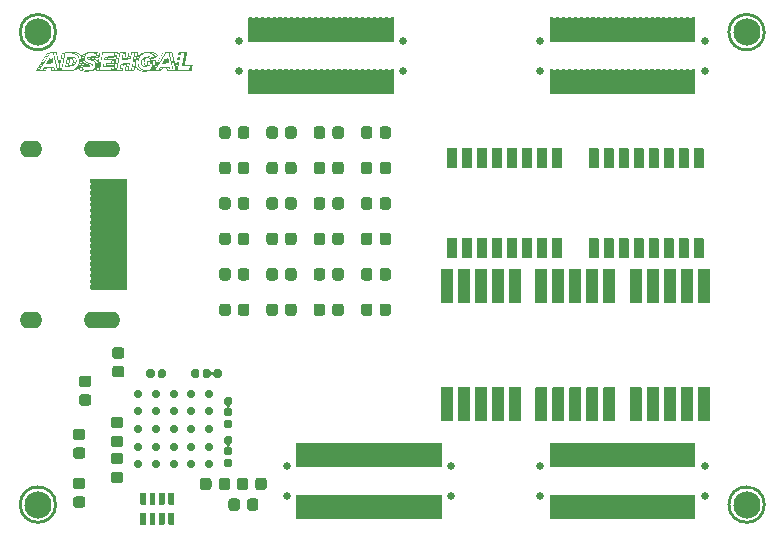
<source format=gbr>
G04 #@! TF.GenerationSoftware,KiCad,Pcbnew,(5.99.0-3349-gc9824bbd9)*
G04 #@! TF.CreationDate,2020-09-22T10:32:07-07:00*
G04 #@! TF.ProjectId,Alchitry_IO_Shield,416c6368-6974-4727-995f-494f5f536869,rev?*
G04 #@! TF.SameCoordinates,Original*
G04 #@! TF.FileFunction,Soldermask,Top*
G04 #@! TF.FilePolarity,Negative*
%FSLAX46Y46*%
G04 Gerber Fmt 4.6, Leading zero omitted, Abs format (unit mm)*
G04 Created by KiCad (PCBNEW (5.99.0-3349-gc9824bbd9)) date 2020-09-22 10:32:07*
%MOMM*%
%LPD*%
G01*
G04 APERTURE LIST*
%ADD10C,0.254000*%
%ADD11C,0.652000*%
%ADD12C,2.302000*%
%ADD13O,1.902000X1.402000*%
%ADD14O,3.102000X1.402000*%
%ADD15C,0.702000*%
G04 APERTURE END LIST*
D10*
X76000000Y-14500000D02*
G75*
G03*
X76000000Y-14500000I-1500000J0D01*
G01*
X16000000Y-14500000D02*
G75*
G03*
X16000000Y-14500000I-1500000J0D01*
G01*
X16000000Y-54500000D02*
G75*
G03*
X16000000Y-54500000I-1500000J0D01*
G01*
X76000000Y-54500000D02*
G75*
G03*
X76000000Y-54500000I-1500000J0D01*
G01*
G36*
X22066632Y-16707140D02*
G01*
X22068569Y-16706685D01*
X22069637Y-16706128D01*
X22070125Y-16705458D01*
X22070186Y-16705287D01*
X22070638Y-16703243D01*
X22071734Y-16697996D01*
X22073431Y-16689749D01*
X22075690Y-16678703D01*
X22078469Y-16665062D01*
X22081728Y-16649026D01*
X22085424Y-16630799D01*
X22089519Y-16610581D01*
X22093969Y-16588575D01*
X22098735Y-16564984D01*
X22103775Y-16540008D01*
X22109049Y-16513851D01*
X22114516Y-16486714D01*
X22116316Y-16477772D01*
X22122935Y-16444964D01*
X22129166Y-16414233D01*
X22134984Y-16385697D01*
X22140364Y-16359475D01*
X22145281Y-16335684D01*
X22149711Y-16314444D01*
X22153629Y-16295873D01*
X22157009Y-16280089D01*
X22159827Y-16267210D01*
X22162058Y-16257356D01*
X22163677Y-16250644D01*
X22164660Y-16247192D01*
X22164798Y-16246863D01*
X22170928Y-16238031D01*
X22179106Y-16231820D01*
X22182726Y-16230097D01*
X22184465Y-16229525D01*
X22186907Y-16229038D01*
X22190321Y-16228630D01*
X22194977Y-16228295D01*
X22201143Y-16228025D01*
X22209088Y-16227814D01*
X22219083Y-16227655D01*
X22231395Y-16227542D01*
X22246294Y-16227468D01*
X22264049Y-16227426D01*
X22284929Y-16227410D01*
X22394069Y-16227410D01*
X22394940Y-16223503D01*
X22395750Y-16219867D01*
X22397036Y-16214093D01*
X22398517Y-16207444D01*
X22401983Y-16196118D01*
X22406909Y-16187531D01*
X22413688Y-16181115D01*
X22418979Y-16177987D01*
X22427804Y-16173589D01*
X22952443Y-16173589D01*
X22960088Y-16177495D01*
X22969192Y-16184028D01*
X22975953Y-16192889D01*
X22979426Y-16201542D01*
X22979766Y-16203069D01*
X22979979Y-16204839D01*
X22980024Y-16207073D01*
X22979865Y-16209991D01*
X22979461Y-16213814D01*
X22978774Y-16218762D01*
X22977765Y-16225055D01*
X22976396Y-16232915D01*
X22974628Y-16242560D01*
X22972421Y-16254213D01*
X22969737Y-16268092D01*
X22966537Y-16284420D01*
X22962783Y-16303415D01*
X22958435Y-16325299D01*
X22953456Y-16350291D01*
X22951612Y-16359533D01*
X22947144Y-16381922D01*
X22942855Y-16403392D01*
X22938796Y-16423691D01*
X22935019Y-16442567D01*
X22931573Y-16459768D01*
X22928508Y-16475043D01*
X22925877Y-16488139D01*
X22923728Y-16498805D01*
X22922112Y-16506789D01*
X22921081Y-16511840D01*
X22920698Y-16513652D01*
X22921319Y-16514238D01*
X22924062Y-16512187D01*
X22928864Y-16507556D01*
X22935657Y-16500406D01*
X22937050Y-16498895D01*
X22945026Y-16490388D01*
X22953968Y-16481127D01*
X22962790Y-16472226D01*
X22970405Y-16464793D01*
X22970490Y-16464713D01*
X23012622Y-16427037D01*
X23056965Y-16392000D01*
X23103415Y-16359646D01*
X23151872Y-16330026D01*
X23202231Y-16303185D01*
X23254391Y-16279172D01*
X23308249Y-16258033D01*
X23363704Y-16239817D01*
X23420651Y-16224571D01*
X23477506Y-16212652D01*
X23938448Y-16212652D01*
X23958414Y-16216677D01*
X23968249Y-16218777D01*
X23979912Y-16221445D01*
X23991884Y-16224326D01*
X24001818Y-16226846D01*
X24053085Y-16241797D01*
X24101867Y-16259141D01*
X24148241Y-16278927D01*
X24192284Y-16301203D01*
X24234072Y-16326018D01*
X24273683Y-16353421D01*
X24311192Y-16383461D01*
X24346677Y-16416186D01*
X24380215Y-16451645D01*
X24407774Y-16484637D01*
X24413683Y-16492319D01*
X24418982Y-16499568D01*
X24423196Y-16505710D01*
X24425854Y-16510072D01*
X24426331Y-16511058D01*
X24428642Y-16520841D01*
X24428030Y-16531147D01*
X24424709Y-16541015D01*
X24418895Y-16549483D01*
X24417393Y-16550979D01*
X24415137Y-16552867D01*
X24410393Y-16556676D01*
X24403421Y-16562202D01*
X24394479Y-16569242D01*
X24383827Y-16577591D01*
X24371725Y-16587048D01*
X24358431Y-16597408D01*
X24344206Y-16608469D01*
X24331334Y-16618456D01*
X24250248Y-16681309D01*
X24260151Y-16692009D01*
X24264812Y-16696926D01*
X24268602Y-16700705D01*
X24270898Y-16702732D01*
X24271230Y-16702914D01*
X24272731Y-16701899D01*
X24276798Y-16698891D01*
X24283256Y-16694025D01*
X24291927Y-16687436D01*
X24302636Y-16679260D01*
X24315206Y-16669631D01*
X24329460Y-16658686D01*
X24345221Y-16646560D01*
X24362314Y-16633387D01*
X24380562Y-16619304D01*
X24399789Y-16604446D01*
X24419817Y-16588948D01*
X24424012Y-16585700D01*
X24444219Y-16570047D01*
X24463676Y-16554969D01*
X24482205Y-16540604D01*
X24499628Y-16527091D01*
X24515766Y-16514568D01*
X24530441Y-16503174D01*
X24543474Y-16493048D01*
X24554687Y-16484328D01*
X24563902Y-16477152D01*
X24570940Y-16471660D01*
X24575622Y-16467990D01*
X24577770Y-16466281D01*
X24577877Y-16466189D01*
X24577784Y-16464003D01*
X24575353Y-16459780D01*
X24570841Y-16453790D01*
X24564502Y-16446306D01*
X24556592Y-16437599D01*
X24547367Y-16427940D01*
X24537084Y-16417600D01*
X24525997Y-16406851D01*
X24514362Y-16395965D01*
X24502436Y-16385212D01*
X24497491Y-16380880D01*
X24467428Y-16356800D01*
X24434449Y-16334166D01*
X24398856Y-16313120D01*
X24360951Y-16293800D01*
X24321036Y-16276348D01*
X24279411Y-16260903D01*
X24236379Y-16247606D01*
X24192241Y-16236596D01*
X24182379Y-16234487D01*
X24156035Y-16229465D01*
X24128059Y-16224936D01*
X24099139Y-16220968D01*
X24069965Y-16217631D01*
X24041225Y-16214995D01*
X24013608Y-16213129D01*
X23987801Y-16212103D01*
X23964495Y-16211986D01*
X23960150Y-16212079D01*
X23938448Y-16212652D01*
X23477506Y-16212652D01*
X23478990Y-16212341D01*
X23533055Y-16203894D01*
X23558986Y-16198973D01*
X23578195Y-16193528D01*
X23634664Y-16177161D01*
X23692873Y-16163676D01*
X23752592Y-16153094D01*
X23813593Y-16145437D01*
X23875644Y-16140727D01*
X23938518Y-16138985D01*
X24001984Y-16140233D01*
X24065813Y-16144494D01*
X24080646Y-16145914D01*
X24138434Y-16153188D01*
X24193940Y-16163074D01*
X24247175Y-16175579D01*
X24298152Y-16190709D01*
X24346882Y-16208470D01*
X24393376Y-16228866D01*
X24437646Y-16251905D01*
X24479704Y-16277591D01*
X24519560Y-16305931D01*
X24557228Y-16336931D01*
X24592717Y-16370595D01*
X24626040Y-16406931D01*
X24644335Y-16429175D01*
X24650258Y-16436857D01*
X24655669Y-16444214D01*
X24660050Y-16450521D01*
X24662883Y-16455050D01*
X24663294Y-16455829D01*
X24666409Y-16465876D01*
X24666327Y-16476216D01*
X24663182Y-16486151D01*
X24657105Y-16494982D01*
X24655621Y-16496485D01*
X24652873Y-16498863D01*
X24647628Y-16503151D01*
X24640080Y-16509198D01*
X24630429Y-16516852D01*
X24618870Y-16525960D01*
X24605600Y-16536370D01*
X24590817Y-16547930D01*
X24574718Y-16560487D01*
X24557499Y-16573891D01*
X24539358Y-16587987D01*
X24520492Y-16602625D01*
X24501097Y-16617652D01*
X24481370Y-16632916D01*
X24461510Y-16648264D01*
X24441712Y-16663545D01*
X24422173Y-16678606D01*
X24403091Y-16693295D01*
X24384663Y-16707460D01*
X24367085Y-16720949D01*
X24350555Y-16733609D01*
X24335270Y-16745288D01*
X24321426Y-16755835D01*
X24309221Y-16765097D01*
X24298851Y-16772921D01*
X24290514Y-16779156D01*
X24284407Y-16783649D01*
X24280726Y-16786249D01*
X24279778Y-16786830D01*
X24271082Y-16789463D01*
X24264153Y-16789545D01*
X24257604Y-16788523D01*
X24251835Y-16786568D01*
X24246279Y-16783280D01*
X24240367Y-16778260D01*
X24233533Y-16771111D01*
X24226694Y-16763200D01*
X24219952Y-16755342D01*
X24213071Y-16747574D01*
X24206789Y-16740714D01*
X24201845Y-16735583D01*
X24201192Y-16734942D01*
X24191927Y-16725968D01*
X24121613Y-16780596D01*
X24107781Y-16791325D01*
X24094614Y-16801505D01*
X24082399Y-16810917D01*
X24071421Y-16819343D01*
X24061966Y-16826563D01*
X24054321Y-16832358D01*
X24048772Y-16836509D01*
X24045604Y-16838798D01*
X24045222Y-16839051D01*
X24038609Y-16841665D01*
X24030206Y-16842868D01*
X24021411Y-16842632D01*
X24013622Y-16840926D01*
X24011049Y-16839796D01*
X24008107Y-16837520D01*
X24003437Y-16833081D01*
X23997533Y-16826985D01*
X23990887Y-16819737D01*
X23985596Y-16813715D01*
X23964216Y-16790124D01*
X23943267Y-16769555D01*
X23922326Y-16751663D01*
X23900972Y-16736103D01*
X23878784Y-16722532D01*
X23865227Y-16715366D01*
X23840402Y-16704445D01*
X23813165Y-16695208D01*
X23784238Y-16687837D01*
X23754342Y-16682517D01*
X23724651Y-16679462D01*
X23706510Y-16678289D01*
X23689425Y-16689847D01*
X23662414Y-16710200D01*
X23637529Y-16733226D01*
X23614853Y-16758789D01*
X23594467Y-16786754D01*
X23576456Y-16816986D01*
X23560900Y-16849350D01*
X23547882Y-16883711D01*
X23537485Y-16919934D01*
X23531358Y-16948784D01*
X23528412Y-16966397D01*
X23526257Y-16982816D01*
X23524807Y-16999113D01*
X23523971Y-17016362D01*
X23523663Y-17035635D01*
X23523662Y-17042536D01*
X23523875Y-17060201D01*
X23524462Y-17075179D01*
X23525513Y-17088244D01*
X23527122Y-17100167D01*
X23529379Y-17111724D01*
X23532376Y-17123688D01*
X23533950Y-17129268D01*
X23543451Y-17155968D01*
X23555921Y-17180970D01*
X23571208Y-17204104D01*
X23589164Y-17225200D01*
X23609638Y-17244085D01*
X23632479Y-17260590D01*
X23657538Y-17274543D01*
X23664636Y-17277838D01*
X23672801Y-17281318D01*
X23681411Y-17284724D01*
X23689838Y-17287837D01*
X23697451Y-17290441D01*
X23703623Y-17292319D01*
X23707723Y-17293253D01*
X23709091Y-17293174D01*
X23709505Y-17291410D01*
X23710539Y-17286514D01*
X23712138Y-17278759D01*
X23714248Y-17268419D01*
X23716812Y-17255769D01*
X23719775Y-17241082D01*
X23723082Y-17224631D01*
X23726678Y-17206690D01*
X23730506Y-17187534D01*
X23733454Y-17172748D01*
X23739634Y-17141737D01*
X23745178Y-17113947D01*
X23750128Y-17089195D01*
X23754523Y-17067298D01*
X23758404Y-17048070D01*
X23761812Y-17031328D01*
X23764786Y-17016887D01*
X23767369Y-17004565D01*
X23769600Y-16994176D01*
X23771519Y-16985537D01*
X23773167Y-16978464D01*
X23774585Y-16972772D01*
X23775813Y-16968279D01*
X23776891Y-16964799D01*
X23777861Y-16962148D01*
X23778762Y-16960144D01*
X23779635Y-16958601D01*
X23780521Y-16957335D01*
X23780984Y-16956745D01*
X23785853Y-16951785D01*
X23791566Y-16947382D01*
X23792776Y-16946642D01*
X23799556Y-16942764D01*
X23903174Y-16942736D01*
X23924770Y-16942725D01*
X23943154Y-16942700D01*
X23958585Y-16942654D01*
X23971324Y-16942579D01*
X23981630Y-16942466D01*
X23989763Y-16942310D01*
X23995984Y-16942101D01*
X24000552Y-16941833D01*
X24003727Y-16941497D01*
X24005770Y-16941087D01*
X24006939Y-16940594D01*
X24007495Y-16940010D01*
X24007629Y-16939669D01*
X24008381Y-16936568D01*
X24009604Y-16931147D01*
X24011055Y-16924487D01*
X24011305Y-16923315D01*
X24014937Y-16911199D01*
X24020150Y-16901951D01*
X24027158Y-16895246D01*
X24031725Y-16892589D01*
X24039374Y-16888886D01*
X24269301Y-16888924D01*
X24302262Y-16888931D01*
X24331930Y-16888943D01*
X24358485Y-16888960D01*
X24382105Y-16888988D01*
X24402970Y-16889026D01*
X24421258Y-16889079D01*
X24437150Y-16889148D01*
X24450824Y-16889236D01*
X24462460Y-16889345D01*
X24472237Y-16889479D01*
X24480334Y-16889638D01*
X24486931Y-16889827D01*
X24492206Y-16890046D01*
X24496339Y-16890299D01*
X24499509Y-16890589D01*
X24501896Y-16890917D01*
X24503679Y-16891286D01*
X24505036Y-16891698D01*
X24506148Y-16892156D01*
X24506172Y-16892168D01*
X24515134Y-16898105D01*
X24521637Y-16906271D01*
X24525359Y-16916156D01*
X24526138Y-16923738D01*
X24525812Y-16926226D01*
X24524874Y-16931793D01*
X24523389Y-16940114D01*
X24521419Y-16950863D01*
X24519027Y-16963713D01*
X24516277Y-16978339D01*
X24513231Y-16994414D01*
X24509952Y-17011612D01*
X24506503Y-17029606D01*
X24502949Y-17048071D01*
X24499350Y-17066681D01*
X24495772Y-17085108D01*
X24492275Y-17103028D01*
X24488925Y-17120113D01*
X24485783Y-17136038D01*
X24482913Y-17150476D01*
X24480378Y-17163102D01*
X24478241Y-17173588D01*
X24476564Y-17181610D01*
X24475412Y-17186840D01*
X24474905Y-17188808D01*
X24474622Y-17190794D01*
X24474826Y-17190978D01*
X24475800Y-17189531D01*
X24478568Y-17185265D01*
X24483062Y-17178287D01*
X24489211Y-17168708D01*
X24496947Y-17156635D01*
X24506200Y-17142179D01*
X24516900Y-17125448D01*
X24528977Y-17106551D01*
X24542362Y-17085597D01*
X24556986Y-17062695D01*
X24572778Y-17037955D01*
X24589669Y-17011485D01*
X24607589Y-16983394D01*
X24626469Y-16953792D01*
X24646240Y-16922788D01*
X24666831Y-16890490D01*
X24688173Y-16857007D01*
X24710197Y-16822449D01*
X24732832Y-16786925D01*
X24756010Y-16750544D01*
X24777095Y-16717440D01*
X24800739Y-16680325D01*
X24823925Y-16643942D01*
X24846581Y-16608401D01*
X24868638Y-16573814D01*
X24890024Y-16540291D01*
X24910669Y-16507942D01*
X24930502Y-16476879D01*
X24949453Y-16447212D01*
X24967449Y-16419051D01*
X24984422Y-16392507D01*
X25000299Y-16367691D01*
X25015010Y-16344713D01*
X25028485Y-16323684D01*
X25040653Y-16304714D01*
X25051442Y-16287914D01*
X25060782Y-16273396D01*
X25068603Y-16261268D01*
X25074833Y-16251642D01*
X25076526Y-16249043D01*
X25643788Y-16249043D01*
X25643983Y-16249546D01*
X25644490Y-16251427D01*
X25645772Y-16256576D01*
X25647800Y-16264882D01*
X25650551Y-16276236D01*
X25653996Y-16290527D01*
X25658109Y-16307644D01*
X25662865Y-16327476D01*
X25668237Y-16349914D01*
X25674198Y-16374845D01*
X25680722Y-16402161D01*
X25687783Y-16431750D01*
X25695355Y-16463502D01*
X25703410Y-16497307D01*
X25711924Y-16533053D01*
X25720868Y-16570630D01*
X25730218Y-16609928D01*
X25739946Y-16650836D01*
X25750027Y-16693244D01*
X25760434Y-16737040D01*
X25771140Y-16782116D01*
X25782119Y-16828359D01*
X25793346Y-16875659D01*
X25804793Y-16923907D01*
X25815222Y-16967881D01*
X25826839Y-17016866D01*
X25838256Y-17064995D01*
X25849446Y-17112159D01*
X25860383Y-17158248D01*
X25871041Y-17203151D01*
X25881393Y-17246757D01*
X25891414Y-17288958D01*
X25901077Y-17329643D01*
X25910356Y-17368701D01*
X25919225Y-17406022D01*
X25927658Y-17441497D01*
X25935628Y-17475014D01*
X25943110Y-17506465D01*
X25950076Y-17535738D01*
X25956501Y-17562724D01*
X25962359Y-17587311D01*
X25967623Y-17609391D01*
X25972267Y-17628853D01*
X25976266Y-17645587D01*
X25979592Y-17659482D01*
X25982220Y-17670428D01*
X25984123Y-17678316D01*
X25985275Y-17683034D01*
X25985649Y-17684481D01*
X25987509Y-17684779D01*
X25992450Y-17685052D01*
X26000078Y-17685294D01*
X26010004Y-17685496D01*
X26021833Y-17685650D01*
X26035175Y-17685749D01*
X26049597Y-17685783D01*
X26112741Y-17685783D01*
X26114609Y-17676668D01*
X26115448Y-17672533D01*
X26116856Y-17665548D01*
X26118722Y-17656269D01*
X26120933Y-17645252D01*
X26123379Y-17633051D01*
X26125831Y-17620804D01*
X26135185Y-17574054D01*
X26134851Y-17572643D01*
X26209753Y-17572643D01*
X26226910Y-17645691D01*
X26231049Y-17663299D01*
X26234485Y-17677822D01*
X26237303Y-17689558D01*
X26239592Y-17698804D01*
X26241438Y-17705856D01*
X26242930Y-17711011D01*
X26244154Y-17714566D01*
X26245197Y-17716818D01*
X26246149Y-17718064D01*
X26247094Y-17718600D01*
X26248122Y-17718723D01*
X26248407Y-17718724D01*
X26252748Y-17718708D01*
X26259582Y-17684481D01*
X26334620Y-17684481D01*
X26336415Y-17684618D01*
X26341512Y-17684748D01*
X26349741Y-17684869D01*
X26360933Y-17684983D01*
X26374918Y-17685089D01*
X26391525Y-17685187D01*
X26410586Y-17685278D01*
X26431929Y-17685361D01*
X26455384Y-17685436D01*
X26480783Y-17685504D01*
X26507955Y-17685565D01*
X26536730Y-17685618D01*
X26566939Y-17685664D01*
X26598410Y-17685702D01*
X26630975Y-17685733D01*
X26664463Y-17685757D01*
X26698705Y-17685774D01*
X26733531Y-17685784D01*
X26768770Y-17685787D01*
X26804252Y-17685782D01*
X26839809Y-17685771D01*
X26875269Y-17685753D01*
X26910464Y-17685728D01*
X26945222Y-17685696D01*
X26979375Y-17685658D01*
X27012752Y-17685612D01*
X27045183Y-17685561D01*
X27076498Y-17685502D01*
X27106528Y-17685437D01*
X27135102Y-17685366D01*
X27162051Y-17685288D01*
X27187204Y-17685204D01*
X27210392Y-17685113D01*
X27231445Y-17685016D01*
X27250193Y-17684913D01*
X27266465Y-17684804D01*
X27280093Y-17684689D01*
X27290906Y-17684568D01*
X27298734Y-17684440D01*
X27303407Y-17684307D01*
X27304774Y-17684186D01*
X27304915Y-17683602D01*
X27380383Y-17683602D01*
X27381181Y-17684375D01*
X27383806Y-17684956D01*
X27388604Y-17685365D01*
X27395922Y-17685625D01*
X27406106Y-17685756D01*
X27415786Y-17685783D01*
X27451189Y-17685783D01*
X27452284Y-17681421D01*
X27452903Y-17678622D01*
X27454126Y-17672788D01*
X27455896Y-17664211D01*
X27458153Y-17653182D01*
X27460839Y-17639992D01*
X27463895Y-17624932D01*
X27467264Y-17608295D01*
X27470885Y-17590371D01*
X27474702Y-17571452D01*
X27478655Y-17551830D01*
X27482685Y-17531795D01*
X27486734Y-17511639D01*
X27490745Y-17491654D01*
X27494657Y-17472131D01*
X27498412Y-17453361D01*
X27501953Y-17435635D01*
X27505220Y-17419246D01*
X27508155Y-17404484D01*
X27510700Y-17391641D01*
X27512795Y-17381009D01*
X27514382Y-17372878D01*
X27515404Y-17367540D01*
X27515800Y-17365287D01*
X27515803Y-17365244D01*
X27515231Y-17364419D01*
X27513254Y-17363800D01*
X27509475Y-17363361D01*
X27503501Y-17363076D01*
X27494936Y-17362917D01*
X27483387Y-17362859D01*
X27480212Y-17362857D01*
X27469520Y-17362889D01*
X27460114Y-17362977D01*
X27452505Y-17363111D01*
X27447209Y-17363283D01*
X27444737Y-17363481D01*
X27444621Y-17363536D01*
X27444284Y-17365298D01*
X27443305Y-17370226D01*
X27441732Y-17378082D01*
X27439612Y-17388629D01*
X27436995Y-17401630D01*
X27433926Y-17416848D01*
X27430455Y-17434045D01*
X27426630Y-17452984D01*
X27422497Y-17473428D01*
X27418105Y-17495139D01*
X27413501Y-17517881D01*
X27412502Y-17522818D01*
X27407855Y-17545786D01*
X27403410Y-17567802D01*
X27399215Y-17588626D01*
X27395317Y-17608018D01*
X27391765Y-17625737D01*
X27388606Y-17641543D01*
X27385889Y-17655196D01*
X27383661Y-17666455D01*
X27381972Y-17675081D01*
X27380867Y-17680832D01*
X27380397Y-17683470D01*
X27380383Y-17683602D01*
X27304915Y-17683602D01*
X27305216Y-17682359D01*
X27306283Y-17677434D01*
X27307912Y-17669716D01*
X27310043Y-17659511D01*
X27312611Y-17647123D01*
X27315556Y-17632859D01*
X27318814Y-17617024D01*
X27322323Y-17599923D01*
X27326022Y-17581861D01*
X27329848Y-17563145D01*
X27333739Y-17544079D01*
X27337632Y-17524968D01*
X27341465Y-17506119D01*
X27345176Y-17487836D01*
X27348703Y-17470425D01*
X27351983Y-17454192D01*
X27354955Y-17439441D01*
X27357555Y-17426478D01*
X27359723Y-17415609D01*
X27361394Y-17407139D01*
X27362508Y-17401373D01*
X27363002Y-17398617D01*
X27363021Y-17398439D01*
X27361313Y-17398354D01*
X27356304Y-17398266D01*
X27348162Y-17398177D01*
X27337059Y-17398087D01*
X27323165Y-17397996D01*
X27306651Y-17397906D01*
X27287686Y-17397817D01*
X27266441Y-17397729D01*
X27243086Y-17397644D01*
X27217792Y-17397561D01*
X27190728Y-17397482D01*
X27162066Y-17397408D01*
X27131975Y-17397339D01*
X27100626Y-17397275D01*
X27068189Y-17397217D01*
X27039662Y-17397173D01*
X26716302Y-17396713D01*
X26708016Y-17391842D01*
X26699142Y-17384839D01*
X26693115Y-17376062D01*
X26690150Y-17365828D01*
X26690088Y-17365302D01*
X26690111Y-17363888D01*
X26690385Y-17361302D01*
X26690928Y-17357446D01*
X26691758Y-17352223D01*
X26692896Y-17345534D01*
X26694360Y-17337282D01*
X26696169Y-17327368D01*
X26697092Y-17322408D01*
X26770991Y-17322408D01*
X26771590Y-17323204D01*
X26773644Y-17323780D01*
X26777542Y-17324157D01*
X26783672Y-17324356D01*
X26792422Y-17324395D01*
X26804179Y-17324297D01*
X26806833Y-17324263D01*
X26842674Y-17323794D01*
X26853705Y-17267369D01*
X26854983Y-17260866D01*
X26856909Y-17251115D01*
X26859451Y-17238274D01*
X26862579Y-17222500D01*
X26866261Y-17203951D01*
X26870465Y-17182784D01*
X26875160Y-17159157D01*
X26880315Y-17133227D01*
X26885899Y-17105151D01*
X26891880Y-17075088D01*
X26898227Y-17043194D01*
X26904909Y-17009628D01*
X26911893Y-16974546D01*
X26919150Y-16938106D01*
X26926647Y-16900466D01*
X26934353Y-16861783D01*
X26942238Y-16822214D01*
X26950269Y-16781918D01*
X26958415Y-16741051D01*
X26960785Y-16729160D01*
X27056834Y-16247376D01*
X27021301Y-16246906D01*
X27010578Y-16246788D01*
X27001102Y-16246732D01*
X26993396Y-16246736D01*
X26987984Y-16246799D01*
X26985390Y-16246921D01*
X26985243Y-16246960D01*
X26984860Y-16248687D01*
X26983832Y-16253662D01*
X26982189Y-16261731D01*
X26979964Y-16272735D01*
X26977186Y-16286518D01*
X26973888Y-16302923D01*
X26970100Y-16321795D01*
X26965855Y-16342976D01*
X26961182Y-16366309D01*
X26956113Y-16391638D01*
X26950680Y-16418807D01*
X26944914Y-16447658D01*
X26938845Y-16478035D01*
X26932505Y-16509782D01*
X26925926Y-16542741D01*
X26919138Y-16576757D01*
X26912172Y-16611672D01*
X26905061Y-16647329D01*
X26897834Y-16683573D01*
X26890524Y-16720246D01*
X26883161Y-16757193D01*
X26875777Y-16794255D01*
X26868403Y-16831277D01*
X26861070Y-16868102D01*
X26853810Y-16904573D01*
X26846652Y-16940534D01*
X26839630Y-16975828D01*
X26832773Y-17010298D01*
X26826114Y-17043788D01*
X26819683Y-17076141D01*
X26813511Y-17107200D01*
X26807630Y-17136809D01*
X26802071Y-17164812D01*
X26796866Y-17191050D01*
X26792044Y-17215369D01*
X26787639Y-17237611D01*
X26783680Y-17257619D01*
X26780199Y-17275237D01*
X26777227Y-17290309D01*
X26774796Y-17302677D01*
X26772936Y-17312185D01*
X26771679Y-17318676D01*
X26771056Y-17321994D01*
X26770991Y-17322408D01*
X26697092Y-17322408D01*
X26698343Y-17315695D01*
X26700900Y-17302165D01*
X26703859Y-17286679D01*
X26707239Y-17269141D01*
X26711060Y-17249452D01*
X26715341Y-17227514D01*
X26720100Y-17203229D01*
X26725356Y-17176499D01*
X26731130Y-17147227D01*
X26737438Y-17115315D01*
X26744302Y-17080664D01*
X26751739Y-17043177D01*
X26759769Y-17002756D01*
X26768411Y-16959303D01*
X26777684Y-16912719D01*
X26787606Y-16862908D01*
X26796043Y-16820581D01*
X26804520Y-16778054D01*
X26812820Y-16736403D01*
X26820919Y-16695757D01*
X26828789Y-16656245D01*
X26836406Y-16617996D01*
X26843744Y-16581139D01*
X26850777Y-16545803D01*
X26857480Y-16512117D01*
X26863827Y-16480209D01*
X26869792Y-16450209D01*
X26875350Y-16422246D01*
X26880475Y-16396449D01*
X26885141Y-16372946D01*
X26889323Y-16351867D01*
X26892995Y-16333340D01*
X26896132Y-16317495D01*
X26898708Y-16304460D01*
X26900697Y-16294364D01*
X26902074Y-16287337D01*
X26902813Y-16283507D01*
X26902939Y-16282796D01*
X26901233Y-16282527D01*
X26896233Y-16282289D01*
X26888120Y-16282083D01*
X26877071Y-16281910D01*
X26863267Y-16281772D01*
X26846885Y-16281670D01*
X26828105Y-16281606D01*
X26807106Y-16281581D01*
X26784068Y-16281596D01*
X26759168Y-16281653D01*
X26758490Y-16281655D01*
X26614041Y-16282099D01*
X26473930Y-16982639D01*
X26464201Y-17031295D01*
X26454650Y-17079089D01*
X26445299Y-17125906D01*
X26436170Y-17171636D01*
X26427285Y-17216164D01*
X26418668Y-17259378D01*
X26410340Y-17301166D01*
X26402324Y-17341415D01*
X26394642Y-17380013D01*
X26387317Y-17416846D01*
X26380370Y-17451802D01*
X26373824Y-17484769D01*
X26367703Y-17515634D01*
X26362026Y-17544284D01*
X26356819Y-17570607D01*
X26352102Y-17594490D01*
X26347897Y-17615820D01*
X26344228Y-17634485D01*
X26341117Y-17650372D01*
X26338586Y-17663368D01*
X26336657Y-17673362D01*
X26335353Y-17680240D01*
X26334696Y-17683889D01*
X26334620Y-17684481D01*
X26259582Y-17684481D01*
X26395832Y-17002139D01*
X26405663Y-16952913D01*
X26415323Y-16904544D01*
X26424792Y-16857146D01*
X26434045Y-16810829D01*
X26443062Y-16765706D01*
X26451820Y-16721887D01*
X26460296Y-16679484D01*
X26468469Y-16638609D01*
X26476315Y-16599374D01*
X26483813Y-16561889D01*
X26490940Y-16526267D01*
X26497673Y-16492619D01*
X26503992Y-16461057D01*
X26509872Y-16431691D01*
X26515292Y-16404635D01*
X26520230Y-16379999D01*
X26524663Y-16357894D01*
X26528569Y-16338433D01*
X26531925Y-16321727D01*
X26534710Y-16307887D01*
X26536901Y-16297026D01*
X26538475Y-16289254D01*
X26539410Y-16284683D01*
X26539685Y-16283401D01*
X26539214Y-16282646D01*
X26536967Y-16282077D01*
X26532601Y-16281671D01*
X26525772Y-16281409D01*
X26516138Y-16281269D01*
X26504239Y-16281231D01*
X26468025Y-16281231D01*
X26209753Y-17572643D01*
X26134851Y-17572643D01*
X25977815Y-16910289D01*
X25820444Y-16246523D01*
X25731405Y-16246515D01*
X25711538Y-16246519D01*
X25694870Y-16246539D01*
X25681128Y-16246586D01*
X25670040Y-16246668D01*
X25661332Y-16246796D01*
X25654732Y-16246978D01*
X25649966Y-16247225D01*
X25646761Y-16247545D01*
X25644846Y-16247949D01*
X25643945Y-16248445D01*
X25643788Y-16249043D01*
X25076526Y-16249043D01*
X25079402Y-16244629D01*
X25082240Y-16240339D01*
X25083243Y-16238910D01*
X25087895Y-16234871D01*
X25093594Y-16231263D01*
X25094730Y-16230701D01*
X25096409Y-16230005D01*
X25098387Y-16229417D01*
X25100953Y-16228927D01*
X25104396Y-16228527D01*
X25109005Y-16228207D01*
X25115069Y-16227958D01*
X25122878Y-16227771D01*
X25132721Y-16227637D01*
X25144888Y-16227547D01*
X25159666Y-16227492D01*
X25177347Y-16227461D01*
X25197609Y-16227448D01*
X25293543Y-16227410D01*
X25301576Y-16214823D01*
X25308334Y-16204302D01*
X25313612Y-16196299D01*
X25317746Y-16190376D01*
X25321072Y-16186093D01*
X25323927Y-16183009D01*
X25326647Y-16180685D01*
X25328943Y-16179085D01*
X25336056Y-16174457D01*
X25860945Y-16174457D01*
X25868473Y-16179742D01*
X25873758Y-16184308D01*
X25878361Y-16189698D01*
X25879759Y-16191896D01*
X25880536Y-16194281D01*
X25882099Y-16200024D01*
X25884441Y-16209101D01*
X25887558Y-16221488D01*
X25891442Y-16237161D01*
X25896090Y-16256097D01*
X25901494Y-16278272D01*
X25907649Y-16303662D01*
X25914550Y-16332244D01*
X25922191Y-16363995D01*
X25930567Y-16398890D01*
X25939670Y-16436905D01*
X25949497Y-16478018D01*
X25960040Y-16522204D01*
X25971296Y-16569440D01*
X25983256Y-16619702D01*
X25995917Y-16672967D01*
X26009272Y-16729211D01*
X26023316Y-16788410D01*
X26026136Y-16800303D01*
X26036778Y-16845183D01*
X26047216Y-16889196D01*
X26057422Y-16932220D01*
X26067366Y-16974136D01*
X26077022Y-17014823D01*
X26086360Y-17054163D01*
X26095351Y-17092034D01*
X26103967Y-17128317D01*
X26112180Y-17162893D01*
X26119961Y-17195640D01*
X26127281Y-17226439D01*
X26134112Y-17255169D01*
X26140426Y-17281712D01*
X26146194Y-17305947D01*
X26151387Y-17327753D01*
X26155977Y-17347012D01*
X26159935Y-17363602D01*
X26163233Y-17377405D01*
X26165843Y-17388299D01*
X26167735Y-17396165D01*
X26168881Y-17400883D01*
X26169253Y-17402341D01*
X26169627Y-17400697D01*
X26170656Y-17395771D01*
X26172315Y-17387685D01*
X26174580Y-17376564D01*
X26177426Y-17362529D01*
X26180828Y-17345704D01*
X26184762Y-17326211D01*
X26189203Y-17304174D01*
X26194126Y-17279715D01*
X26199506Y-17252958D01*
X26205319Y-17224025D01*
X26211540Y-17193040D01*
X26218145Y-17160125D01*
X26225108Y-17125403D01*
X26232405Y-17088998D01*
X26240012Y-17051032D01*
X26247903Y-17011627D01*
X26256054Y-16970908D01*
X26264440Y-16928997D01*
X26273037Y-16886017D01*
X26281819Y-16842091D01*
X26286428Y-16819030D01*
X26297859Y-16761858D01*
X26308630Y-16708023D01*
X26318756Y-16657459D01*
X26328251Y-16610097D01*
X26337129Y-16565868D01*
X26345404Y-16524704D01*
X26353088Y-16486538D01*
X26360198Y-16451300D01*
X26366746Y-16418924D01*
X26372746Y-16389340D01*
X26378212Y-16362480D01*
X26383158Y-16338276D01*
X26387598Y-16316660D01*
X26391547Y-16297564D01*
X26395016Y-16280919D01*
X26398022Y-16266657D01*
X26400577Y-16254710D01*
X26402696Y-16245010D01*
X26404392Y-16237489D01*
X26405679Y-16232077D01*
X26406572Y-16228708D01*
X26407017Y-16227426D01*
X26411543Y-16220793D01*
X26417536Y-16215008D01*
X26418359Y-16214404D01*
X26425789Y-16209180D01*
X26490404Y-16208687D01*
X26555019Y-16208193D01*
X26557067Y-16200538D01*
X26560982Y-16191793D01*
X26567388Y-16183862D01*
X26575319Y-16177874D01*
X26577394Y-16176827D01*
X26578450Y-16176401D01*
X26579761Y-16176014D01*
X26581495Y-16175666D01*
X26583819Y-16175354D01*
X26586901Y-16175076D01*
X26590908Y-16174830D01*
X26596006Y-16174613D01*
X26602364Y-16174425D01*
X26610148Y-16174263D01*
X26619527Y-16174125D01*
X26630666Y-16174009D01*
X26643734Y-16173913D01*
X26658898Y-16173835D01*
X26676325Y-16173773D01*
X26696182Y-16173725D01*
X26718637Y-16173690D01*
X26743857Y-16173664D01*
X26772009Y-16173647D01*
X26803261Y-16173635D01*
X26837780Y-16173628D01*
X26846136Y-16173627D01*
X26881884Y-16173619D01*
X26914325Y-16173610D01*
X26943626Y-16173605D01*
X26969953Y-16173611D01*
X26993472Y-16173634D01*
X27014349Y-16173680D01*
X27032749Y-16173754D01*
X27048839Y-16173863D01*
X27062785Y-16174012D01*
X27074752Y-16174208D01*
X27084908Y-16174456D01*
X27093417Y-16174763D01*
X27100446Y-16175133D01*
X27106161Y-16175575D01*
X27110728Y-16176092D01*
X27114312Y-16176692D01*
X27117081Y-16177379D01*
X27119199Y-16178161D01*
X27120833Y-16179043D01*
X27122150Y-16180031D01*
X27123314Y-16181132D01*
X27124492Y-16182350D01*
X27125820Y-16183664D01*
X27131201Y-16190322D01*
X27135222Y-16198381D01*
X27137192Y-16206366D01*
X27137282Y-16208081D01*
X27136950Y-16210230D01*
X27135963Y-16215654D01*
X27134347Y-16224222D01*
X27132128Y-16235805D01*
X27129333Y-16250271D01*
X27125985Y-16267490D01*
X27122112Y-16287333D01*
X27117738Y-16309668D01*
X27112889Y-16334366D01*
X27107592Y-16361296D01*
X27101872Y-16390327D01*
X27095753Y-16421330D01*
X27089263Y-16454174D01*
X27082427Y-16488728D01*
X27075270Y-16524863D01*
X27067819Y-16562448D01*
X27060098Y-16601353D01*
X27052133Y-16641447D01*
X27043951Y-16682600D01*
X27035576Y-16724682D01*
X27030547Y-16749937D01*
X27022077Y-16792462D01*
X27013784Y-16834113D01*
X27005693Y-16874761D01*
X26997829Y-16914277D01*
X26990219Y-16952532D01*
X26982888Y-16989397D01*
X26975862Y-17024742D01*
X26969166Y-17058439D01*
X26962825Y-17090359D01*
X26956866Y-17120371D01*
X26951315Y-17148348D01*
X26946196Y-17174160D01*
X26941535Y-17197678D01*
X26937358Y-17218773D01*
X26933691Y-17237315D01*
X26930560Y-17253176D01*
X26927989Y-17266227D01*
X26926004Y-17276338D01*
X26924632Y-17283380D01*
X26923897Y-17287224D01*
X26923773Y-17287944D01*
X26924661Y-17288202D01*
X26927395Y-17288440D01*
X26932077Y-17288657D01*
X26938813Y-17288855D01*
X26947706Y-17289034D01*
X26958859Y-17289195D01*
X26972377Y-17289338D01*
X26988363Y-17289464D01*
X27006921Y-17289573D01*
X27028156Y-17289667D01*
X27052170Y-17289746D01*
X27079068Y-17289810D01*
X27108953Y-17289861D01*
X27141930Y-17289898D01*
X27178102Y-17289923D01*
X27217572Y-17289936D01*
X27245886Y-17289939D01*
X27285640Y-17289936D01*
X27322071Y-17289931D01*
X27355327Y-17289928D01*
X27385557Y-17289932D01*
X27412911Y-17289946D01*
X27437537Y-17289976D01*
X27459584Y-17290026D01*
X27479201Y-17290100D01*
X27496538Y-17290202D01*
X27511741Y-17290337D01*
X27524962Y-17290510D01*
X27536348Y-17290724D01*
X27546049Y-17290985D01*
X27554214Y-17291296D01*
X27560990Y-17291662D01*
X27566528Y-17292088D01*
X27570976Y-17292578D01*
X27574483Y-17293136D01*
X27577199Y-17293766D01*
X27579271Y-17294474D01*
X27580848Y-17295263D01*
X27582081Y-17296138D01*
X27583117Y-17297103D01*
X27584106Y-17298163D01*
X27585196Y-17299323D01*
X27585902Y-17300014D01*
X27591145Y-17306467D01*
X27595150Y-17314293D01*
X27597223Y-17322028D01*
X27597364Y-17324134D01*
X27597029Y-17326738D01*
X27596043Y-17332466D01*
X27594460Y-17341060D01*
X27592333Y-17352261D01*
X27589712Y-17365813D01*
X27586651Y-17381457D01*
X27583203Y-17398936D01*
X27579418Y-17417992D01*
X27575351Y-17438368D01*
X27571052Y-17459806D01*
X27566574Y-17482049D01*
X27561971Y-17504838D01*
X27557293Y-17527916D01*
X27552594Y-17551025D01*
X27547925Y-17573908D01*
X27543340Y-17596306D01*
X27538890Y-17617964D01*
X27534627Y-17638621D01*
X27530605Y-17658022D01*
X27526875Y-17675908D01*
X27523490Y-17692022D01*
X27520502Y-17706106D01*
X27517964Y-17717902D01*
X27515927Y-17727153D01*
X27514444Y-17733601D01*
X27513568Y-17736988D01*
X27513418Y-17737396D01*
X27507945Y-17744834D01*
X27500347Y-17751174D01*
X27494591Y-17754269D01*
X27492362Y-17755003D01*
X27489312Y-17755595D01*
X27485082Y-17756059D01*
X27479315Y-17756410D01*
X27471650Y-17756661D01*
X27461731Y-17756828D01*
X27449198Y-17756923D01*
X27433693Y-17756962D01*
X27426672Y-17756965D01*
X27365209Y-17756965D01*
X27363073Y-17764594D01*
X27358990Y-17773739D01*
X27352570Y-17781781D01*
X27344712Y-17787645D01*
X27343178Y-17788402D01*
X27342461Y-17788692D01*
X27341552Y-17788963D01*
X27340341Y-17789217D01*
X27338721Y-17789454D01*
X27336582Y-17789676D01*
X27333816Y-17789881D01*
X27330315Y-17790072D01*
X27325969Y-17790248D01*
X27320671Y-17790410D01*
X27314311Y-17790559D01*
X27306781Y-17790696D01*
X27297972Y-17790820D01*
X27287776Y-17790933D01*
X27276084Y-17791035D01*
X27262787Y-17791126D01*
X27247778Y-17791208D01*
X27230946Y-17791280D01*
X27212184Y-17791344D01*
X27191383Y-17791400D01*
X27168434Y-17791448D01*
X27143229Y-17791489D01*
X27115659Y-17791524D01*
X27085615Y-17791554D01*
X27052990Y-17791578D01*
X27017673Y-17791597D01*
X26979557Y-17791613D01*
X26938533Y-17791625D01*
X26894492Y-17791634D01*
X26847326Y-17791641D01*
X26796927Y-17791646D01*
X26743184Y-17791650D01*
X26732306Y-17791650D01*
X26677525Y-17791653D01*
X26626111Y-17791653D01*
X26577956Y-17791649D01*
X26532955Y-17791642D01*
X26491001Y-17791631D01*
X26451987Y-17791615D01*
X26415809Y-17791594D01*
X26382359Y-17791568D01*
X26351530Y-17791536D01*
X26323218Y-17791497D01*
X26297315Y-17791451D01*
X26273715Y-17791399D01*
X26252313Y-17791338D01*
X26233000Y-17791269D01*
X26215673Y-17791192D01*
X26200223Y-17791105D01*
X26186545Y-17791009D01*
X26174533Y-17790902D01*
X26164079Y-17790785D01*
X26155079Y-17790657D01*
X26147426Y-17790518D01*
X26141013Y-17790366D01*
X26135733Y-17790203D01*
X26131482Y-17790026D01*
X26128153Y-17789836D01*
X26125638Y-17789632D01*
X26123833Y-17789414D01*
X26122630Y-17789182D01*
X26122070Y-17789002D01*
X26112697Y-17783300D01*
X26105696Y-17775180D01*
X26101369Y-17765017D01*
X26100907Y-17763042D01*
X26099825Y-17757834D01*
X26050652Y-17757372D01*
X26036072Y-17757258D01*
X26024623Y-17757229D01*
X26015963Y-17757300D01*
X26009751Y-17757483D01*
X26005648Y-17757794D01*
X26003311Y-17758245D01*
X26002400Y-17758851D01*
X26002405Y-17759320D01*
X26004124Y-17766526D01*
X26004700Y-17775055D01*
X26004034Y-17782918D01*
X26003666Y-17784532D01*
X26001232Y-17790338D01*
X25997397Y-17796421D01*
X25995592Y-17798630D01*
X25994218Y-17800251D01*
X25993052Y-17801723D01*
X25991928Y-17803053D01*
X25990684Y-17804249D01*
X25989153Y-17805316D01*
X25987172Y-17806262D01*
X25984576Y-17807094D01*
X25981199Y-17807819D01*
X25976878Y-17808442D01*
X25971448Y-17808972D01*
X25964744Y-17809414D01*
X25956601Y-17809777D01*
X25946855Y-17810066D01*
X25935342Y-17810288D01*
X25921895Y-17810451D01*
X25906352Y-17810561D01*
X25888547Y-17810624D01*
X25868315Y-17810649D01*
X25845492Y-17810641D01*
X25819913Y-17810607D01*
X25791414Y-17810555D01*
X25759830Y-17810491D01*
X25724996Y-17810421D01*
X25711934Y-17810397D01*
X25448906Y-17809918D01*
X25441550Y-17804928D01*
X25439042Y-17803162D01*
X25436812Y-17801322D01*
X25434792Y-17799162D01*
X25432917Y-17796438D01*
X25431119Y-17792902D01*
X25429331Y-17788310D01*
X25427487Y-17782417D01*
X25425519Y-17774977D01*
X25423361Y-17765743D01*
X25420945Y-17754472D01*
X25418206Y-17740917D01*
X25415075Y-17724832D01*
X25411486Y-17705973D01*
X25407373Y-17684094D01*
X25404602Y-17669289D01*
X25400969Y-17649877D01*
X25397506Y-17631404D01*
X25394270Y-17614164D01*
X25391315Y-17598452D01*
X25388698Y-17584562D01*
X25386473Y-17572788D01*
X25384697Y-17563423D01*
X25383424Y-17556763D01*
X25382710Y-17553101D01*
X25382591Y-17552533D01*
X25381688Y-17548626D01*
X25063216Y-17548626D01*
X25008771Y-17643681D01*
X24999153Y-17660451D01*
X24989977Y-17676410D01*
X24981398Y-17691288D01*
X24973573Y-17704817D01*
X24966659Y-17716726D01*
X24960812Y-17726746D01*
X24956189Y-17734607D01*
X24952946Y-17740041D01*
X24951240Y-17742777D01*
X24951108Y-17742962D01*
X24947589Y-17746665D01*
X24942809Y-17750660D01*
X24941447Y-17751642D01*
X24935003Y-17756097D01*
X24835405Y-17756965D01*
X24735806Y-17757834D01*
X24725112Y-17776408D01*
X24719187Y-17786433D01*
X24714354Y-17793873D01*
X24710168Y-17799254D01*
X24706183Y-17803105D01*
X24701955Y-17805952D01*
X24698886Y-17807505D01*
X24697870Y-17807926D01*
X24696622Y-17808308D01*
X24694981Y-17808654D01*
X24692783Y-17808965D01*
X24689865Y-17809243D01*
X24686066Y-17809490D01*
X24681222Y-17809708D01*
X24675171Y-17809899D01*
X24667750Y-17810065D01*
X24658796Y-17810207D01*
X24648148Y-17810327D01*
X24635641Y-17810428D01*
X24621115Y-17810510D01*
X24604405Y-17810577D01*
X24585350Y-17810629D01*
X24563786Y-17810669D01*
X24539552Y-17810699D01*
X24512484Y-17810719D01*
X24482420Y-17810733D01*
X24449197Y-17810743D01*
X24415402Y-17810748D01*
X24378794Y-17810751D01*
X24345500Y-17810746D01*
X24315360Y-17810733D01*
X24288217Y-17810711D01*
X24263911Y-17810677D01*
X24242284Y-17810630D01*
X24223176Y-17810570D01*
X24206430Y-17810493D01*
X24191886Y-17810399D01*
X24179386Y-17810287D01*
X24168770Y-17810154D01*
X24159881Y-17810000D01*
X24152559Y-17809822D01*
X24146647Y-17809620D01*
X24141984Y-17809392D01*
X24138412Y-17809136D01*
X24135773Y-17808851D01*
X24133908Y-17808535D01*
X24132657Y-17808187D01*
X24132432Y-17808099D01*
X24123103Y-17802441D01*
X24116202Y-17794497D01*
X24112023Y-17784719D01*
X24110829Y-17774743D01*
X24111223Y-17769031D01*
X24112508Y-17763593D01*
X24115001Y-17757651D01*
X24119023Y-17750429D01*
X24124096Y-17742369D01*
X24126805Y-17737868D01*
X24213346Y-17737868D01*
X24282995Y-17737868D01*
X24300356Y-17737863D01*
X24314551Y-17737841D01*
X24325891Y-17737784D01*
X24334682Y-17737679D01*
X24341232Y-17737509D01*
X24345850Y-17737259D01*
X24348843Y-17736915D01*
X24350519Y-17736461D01*
X24351186Y-17735882D01*
X24351153Y-17735162D01*
X24350847Y-17734510D01*
X24349859Y-17730961D01*
X24349220Y-17725383D01*
X24349081Y-17721054D01*
X24349716Y-17713097D01*
X24351947Y-17706242D01*
X24353987Y-17702276D01*
X24355230Y-17700259D01*
X24358281Y-17695406D01*
X24363081Y-17687808D01*
X24364335Y-17685827D01*
X24777735Y-17685827D01*
X24901555Y-17684915D01*
X24940424Y-17617205D01*
X24979293Y-17549494D01*
X24918194Y-17549038D01*
X24903954Y-17548968D01*
X24890819Y-17548974D01*
X24879194Y-17549050D01*
X24869479Y-17549191D01*
X24862078Y-17549391D01*
X24857393Y-17549644D01*
X24855838Y-17549906D01*
X24854801Y-17551572D01*
X24852256Y-17555877D01*
X24848419Y-17562444D01*
X24843507Y-17570897D01*
X24837735Y-17580862D01*
X24831321Y-17591962D01*
X24824480Y-17603821D01*
X24817429Y-17616064D01*
X24810384Y-17628315D01*
X24803561Y-17640198D01*
X24797177Y-17651339D01*
X24791448Y-17661360D01*
X24786591Y-17669886D01*
X24782821Y-17676541D01*
X24780355Y-17680951D01*
X24779767Y-17682031D01*
X24777735Y-17685827D01*
X24364335Y-17685827D01*
X24365368Y-17684196D01*
X24451773Y-17684196D01*
X24453363Y-17684495D01*
X24458233Y-17684769D01*
X24466190Y-17685016D01*
X24477039Y-17685233D01*
X24490588Y-17685418D01*
X24506645Y-17685567D01*
X24525016Y-17685680D01*
X24545508Y-17685752D01*
X24567927Y-17685782D01*
X24571977Y-17685783D01*
X24692760Y-17685783D01*
X24696949Y-17679272D01*
X24698557Y-17676607D01*
X24701720Y-17671213D01*
X24706273Y-17663376D01*
X24712051Y-17653382D01*
X24718888Y-17641519D01*
X24726620Y-17628073D01*
X24735081Y-17613330D01*
X24744106Y-17597578D01*
X24752742Y-17582481D01*
X24762134Y-17566100D01*
X24771126Y-17550509D01*
X24779553Y-17535992D01*
X24787250Y-17522827D01*
X24794049Y-17511298D01*
X24799786Y-17501684D01*
X24802384Y-17497411D01*
X25445290Y-17497411D01*
X25445412Y-17497844D01*
X25445939Y-17500041D01*
X25447049Y-17505356D01*
X25448684Y-17513491D01*
X25450787Y-17524151D01*
X25453299Y-17537040D01*
X25456163Y-17551861D01*
X25459322Y-17568319D01*
X25462717Y-17586118D01*
X25466292Y-17604962D01*
X25467294Y-17610260D01*
X25470940Y-17629547D01*
X25474439Y-17648033D01*
X25477730Y-17665401D01*
X25480754Y-17681332D01*
X25483449Y-17695509D01*
X25485755Y-17707614D01*
X25487612Y-17717330D01*
X25488959Y-17724337D01*
X25489736Y-17728320D01*
X25489823Y-17728753D01*
X25491688Y-17737868D01*
X25579427Y-17737868D01*
X25599142Y-17737862D01*
X25615660Y-17737840D01*
X25629259Y-17737790D01*
X25640214Y-17737704D01*
X25648801Y-17737572D01*
X25655297Y-17737384D01*
X25659977Y-17737129D01*
X25663118Y-17736800D01*
X25664996Y-17736386D01*
X25665887Y-17735876D01*
X25666067Y-17735263D01*
X25665945Y-17734829D01*
X25665417Y-17732632D01*
X25664306Y-17727317D01*
X25662671Y-17719182D01*
X25660567Y-17708523D01*
X25658054Y-17695634D01*
X25655188Y-17680813D01*
X25652028Y-17664355D01*
X25648631Y-17646556D01*
X25645054Y-17627713D01*
X25644052Y-17622413D01*
X25640405Y-17603126D01*
X25636905Y-17584641D01*
X25633613Y-17567273D01*
X25630590Y-17551342D01*
X25627895Y-17537165D01*
X25625590Y-17525059D01*
X25623734Y-17515344D01*
X25622388Y-17508336D01*
X25621613Y-17504354D01*
X25621526Y-17503920D01*
X25619672Y-17494805D01*
X25531933Y-17494805D01*
X25512218Y-17494811D01*
X25495700Y-17494833D01*
X25482101Y-17494883D01*
X25471146Y-17494969D01*
X25462559Y-17495101D01*
X25456063Y-17495290D01*
X25451383Y-17495544D01*
X25448241Y-17495873D01*
X25446363Y-17496288D01*
X25445471Y-17496797D01*
X25445290Y-17497411D01*
X24802384Y-17497411D01*
X24804295Y-17494268D01*
X24807410Y-17489329D01*
X24808909Y-17487208D01*
X24813577Y-17483168D01*
X24819284Y-17479559D01*
X24820417Y-17478999D01*
X24822087Y-17478307D01*
X24824056Y-17477722D01*
X24826612Y-17477233D01*
X24830041Y-17476832D01*
X24834631Y-17476511D01*
X24840668Y-17476259D01*
X24848440Y-17476068D01*
X24858234Y-17475929D01*
X24870337Y-17475833D01*
X24885035Y-17475770D01*
X24902616Y-17475732D01*
X24923366Y-17475709D01*
X24924586Y-17475708D01*
X25021811Y-17475632D01*
X25030785Y-17459610D01*
X25037093Y-17448663D01*
X25042329Y-17440393D01*
X25046871Y-17434323D01*
X25051099Y-17429977D01*
X25055390Y-17426878D01*
X25057825Y-17425575D01*
X25065504Y-17421857D01*
X25662980Y-17422755D01*
X25670530Y-17428209D01*
X25676076Y-17433256D01*
X25680747Y-17439278D01*
X25681852Y-17441230D01*
X25682942Y-17444260D01*
X25684441Y-17449834D01*
X25686370Y-17458065D01*
X25688752Y-17469064D01*
X25691612Y-17482942D01*
X25694971Y-17499811D01*
X25698852Y-17519781D01*
X25703280Y-17542965D01*
X25707620Y-17565979D01*
X25711326Y-17585679D01*
X25714859Y-17604377D01*
X25718165Y-17621793D01*
X25721191Y-17637648D01*
X25723882Y-17651660D01*
X25726184Y-17663552D01*
X25728044Y-17673041D01*
X25729408Y-17679850D01*
X25730222Y-17683697D01*
X25730427Y-17684472D01*
X25732269Y-17684725D01*
X25737255Y-17684962D01*
X25745059Y-17685178D01*
X25755352Y-17685369D01*
X25767807Y-17685529D01*
X25782097Y-17685654D01*
X25797893Y-17685739D01*
X25814868Y-17685780D01*
X25820764Y-17685783D01*
X25910290Y-17685783D01*
X25909296Y-17681008D01*
X25908806Y-17678887D01*
X25907546Y-17673525D01*
X25905550Y-17665060D01*
X25902850Y-17653631D01*
X25899479Y-17639375D01*
X25895470Y-17622430D01*
X25890855Y-17602933D01*
X25885667Y-17581024D01*
X25879939Y-17556839D01*
X25873703Y-17530518D01*
X25866992Y-17502196D01*
X25859839Y-17472013D01*
X25852277Y-17440107D01*
X25844338Y-17406614D01*
X25836055Y-17371674D01*
X25827461Y-17335424D01*
X25818588Y-17298002D01*
X25809470Y-17259546D01*
X25800138Y-17220193D01*
X25790626Y-17180082D01*
X25780966Y-17139351D01*
X25771191Y-17098137D01*
X25761334Y-17056579D01*
X25751427Y-17014813D01*
X25741504Y-16972979D01*
X25731596Y-16931214D01*
X25721737Y-16889656D01*
X25711959Y-16848443D01*
X25702295Y-16807712D01*
X25692777Y-16767602D01*
X25683439Y-16728251D01*
X25674314Y-16689796D01*
X25665433Y-16652375D01*
X25656829Y-16616127D01*
X25648536Y-16581188D01*
X25640586Y-16547698D01*
X25633011Y-16515794D01*
X25625845Y-16485613D01*
X25619120Y-16457294D01*
X25612868Y-16430975D01*
X25607123Y-16406794D01*
X25601918Y-16384887D01*
X25597284Y-16365395D01*
X25593255Y-16348453D01*
X25589863Y-16334200D01*
X25587142Y-16322775D01*
X25585123Y-16314314D01*
X25583840Y-16308956D01*
X25583324Y-16306839D01*
X25581589Y-16300328D01*
X25457086Y-16300421D01*
X25332584Y-16300514D01*
X24892467Y-16991562D01*
X24863906Y-17036410D01*
X24835813Y-17080523D01*
X24808249Y-17123810D01*
X24781269Y-17166182D01*
X24754932Y-17207547D01*
X24729295Y-17247815D01*
X24704416Y-17286896D01*
X24680352Y-17324698D01*
X24657162Y-17361132D01*
X24634902Y-17396107D01*
X24613630Y-17429533D01*
X24593404Y-17461318D01*
X24574281Y-17491372D01*
X24556319Y-17519606D01*
X24539576Y-17545928D01*
X24524108Y-17570248D01*
X24509975Y-17592475D01*
X24497233Y-17612518D01*
X24485940Y-17630288D01*
X24476153Y-17645694D01*
X24467930Y-17658645D01*
X24461329Y-17669051D01*
X24456408Y-17676821D01*
X24453223Y-17681865D01*
X24451833Y-17684091D01*
X24451773Y-17684196D01*
X24365368Y-17684196D01*
X24369573Y-17677558D01*
X24377698Y-17664746D01*
X24387398Y-17649466D01*
X24398613Y-17631809D01*
X24411286Y-17611866D01*
X24425359Y-17589730D01*
X24440772Y-17565492D01*
X24457468Y-17539243D01*
X24475387Y-17511077D01*
X24494473Y-17481084D01*
X24514665Y-17449356D01*
X24535907Y-17415986D01*
X24558138Y-17381064D01*
X24581302Y-17344684D01*
X24605339Y-17306935D01*
X24630192Y-17267912D01*
X24655801Y-17227704D01*
X24682108Y-17186404D01*
X24709056Y-17144104D01*
X24736585Y-17100895D01*
X24764637Y-17056870D01*
X24793153Y-17012119D01*
X24798664Y-17003473D01*
X24827252Y-16958612D01*
X24855385Y-16914467D01*
X24883003Y-16871130D01*
X24910048Y-16828691D01*
X24936461Y-16787242D01*
X24962186Y-16746875D01*
X24987163Y-16707681D01*
X25011334Y-16669751D01*
X25034640Y-16633177D01*
X25057025Y-16598050D01*
X25078428Y-16564462D01*
X25098793Y-16532503D01*
X25118061Y-16502267D01*
X25136173Y-16473843D01*
X25153072Y-16447324D01*
X25168698Y-16422800D01*
X25182994Y-16400364D01*
X25195902Y-16380106D01*
X25207363Y-16362118D01*
X25217319Y-16346492D01*
X25225712Y-16333318D01*
X25232484Y-16322689D01*
X25237575Y-16314696D01*
X25240929Y-16309430D01*
X25242486Y-16306982D01*
X25242577Y-16306839D01*
X25246687Y-16300328D01*
X25128987Y-16300328D01*
X24784735Y-16840708D01*
X24759480Y-16880352D01*
X24734692Y-16919261D01*
X24710438Y-16957333D01*
X24686783Y-16994464D01*
X24663793Y-17030551D01*
X24641533Y-17065492D01*
X24620069Y-17099183D01*
X24599467Y-17131522D01*
X24579792Y-17162405D01*
X24561109Y-17191730D01*
X24543485Y-17219393D01*
X24526985Y-17245292D01*
X24511675Y-17269324D01*
X24497620Y-17291384D01*
X24484885Y-17311372D01*
X24473537Y-17329183D01*
X24463642Y-17344715D01*
X24455263Y-17357864D01*
X24448469Y-17368528D01*
X24443323Y-17376603D01*
X24439891Y-17381988D01*
X24438240Y-17384577D01*
X24438101Y-17384795D01*
X24437336Y-17387136D01*
X24435972Y-17392573D01*
X24434077Y-17400794D01*
X24431717Y-17411485D01*
X24428960Y-17424334D01*
X24425872Y-17439031D01*
X24422521Y-17455261D01*
X24418974Y-17472713D01*
X24415765Y-17488728D01*
X24412098Y-17507023D01*
X24408568Y-17524395D01*
X24405243Y-17540528D01*
X24402191Y-17555106D01*
X24399477Y-17567812D01*
X24397171Y-17578332D01*
X24395339Y-17586349D01*
X24394048Y-17591548D01*
X24393420Y-17593530D01*
X24391059Y-17597209D01*
X24387566Y-17601064D01*
X24382488Y-17605485D01*
X24375373Y-17610862D01*
X24365769Y-17617584D01*
X24364675Y-17618331D01*
X24342481Y-17632825D01*
X24318110Y-17647598D01*
X24292722Y-17661963D01*
X24274622Y-17671587D01*
X24246202Y-17686274D01*
X24233740Y-17705560D01*
X24228672Y-17713433D01*
X24223921Y-17720863D01*
X24220001Y-17727045D01*
X24217424Y-17731174D01*
X24217312Y-17731357D01*
X24213346Y-17737868D01*
X24126805Y-17737868D01*
X24127315Y-17737021D01*
X24128657Y-17733860D01*
X24128004Y-17733167D01*
X24127991Y-17733171D01*
X24125301Y-17734082D01*
X24120064Y-17735762D01*
X24113055Y-17737965D01*
X24105627Y-17740267D01*
X24055957Y-17754321D01*
X24005816Y-17765986D01*
X23954226Y-17775475D01*
X23926385Y-17779637D01*
X23910292Y-17782234D01*
X23895364Y-17785520D01*
X23879787Y-17789913D01*
X23874300Y-17791644D01*
X23826840Y-17805661D01*
X23777954Y-17817571D01*
X23727256Y-17827450D01*
X23674363Y-17835372D01*
X23618995Y-17841404D01*
X23607359Y-17842327D01*
X23594743Y-17843067D01*
X23580686Y-17843639D01*
X23564730Y-17844056D01*
X23546411Y-17844333D01*
X23525272Y-17844482D01*
X23515694Y-17844510D01*
X23493457Y-17844497D01*
X23474074Y-17844350D01*
X23456928Y-17844035D01*
X23441402Y-17843521D01*
X23426880Y-17842776D01*
X23412744Y-17841767D01*
X23398378Y-17840463D01*
X23383165Y-17838833D01*
X23366488Y-17836842D01*
X23365516Y-17836722D01*
X23310656Y-17828349D01*
X23257339Y-17817067D01*
X23205661Y-17802914D01*
X23155718Y-17785931D01*
X23107605Y-17766156D01*
X23061418Y-17743627D01*
X23017253Y-17718385D01*
X22975205Y-17690469D01*
X22937724Y-17661846D01*
X22926471Y-17652205D01*
X22913706Y-17640500D01*
X22900079Y-17627388D01*
X22886237Y-17613522D01*
X22872829Y-17599558D01*
X22860506Y-17586151D01*
X22849914Y-17573957D01*
X22846223Y-17569460D01*
X22823341Y-17539269D01*
X22801988Y-17507657D01*
X22782583Y-17475323D01*
X22765545Y-17442963D01*
X22751570Y-17411948D01*
X22748875Y-17405604D01*
X22746620Y-17400697D01*
X22745146Y-17397957D01*
X22744828Y-17397624D01*
X22744370Y-17399282D01*
X22743284Y-17404114D01*
X22741617Y-17411888D01*
X22739417Y-17422372D01*
X22736730Y-17435335D01*
X22733605Y-17450544D01*
X22730090Y-17467767D01*
X22726231Y-17486773D01*
X22722076Y-17507330D01*
X22717674Y-17529205D01*
X22713070Y-17552168D01*
X22711088Y-17562082D01*
X22706390Y-17585575D01*
X22701857Y-17608180D01*
X22697540Y-17629654D01*
X22693488Y-17649754D01*
X22689751Y-17668238D01*
X22686376Y-17684862D01*
X22683415Y-17699385D01*
X22680915Y-17711565D01*
X22678927Y-17721157D01*
X22677499Y-17727921D01*
X22676680Y-17731613D01*
X22676540Y-17732158D01*
X22672823Y-17739703D01*
X22666845Y-17746866D01*
X22659711Y-17752412D01*
X22657286Y-17753679D01*
X22655633Y-17754352D01*
X22653687Y-17754925D01*
X22651168Y-17755405D01*
X22647800Y-17755801D01*
X22643302Y-17756120D01*
X22637397Y-17756372D01*
X22629805Y-17756565D01*
X22620250Y-17756706D01*
X22608451Y-17756804D01*
X22594132Y-17756868D01*
X22577012Y-17756905D01*
X22556814Y-17756923D01*
X22547468Y-17756927D01*
X22525969Y-17756940D01*
X22507682Y-17756967D01*
X22492345Y-17757015D01*
X22479696Y-17757092D01*
X22469476Y-17757207D01*
X22461424Y-17757366D01*
X22455277Y-17757578D01*
X22450775Y-17757850D01*
X22447657Y-17758190D01*
X22445662Y-17758606D01*
X22444529Y-17759105D01*
X22443997Y-17759696D01*
X22443882Y-17760004D01*
X22443126Y-17763120D01*
X22441904Y-17768537D01*
X22440463Y-17775160D01*
X22440267Y-17776080D01*
X22437533Y-17786472D01*
X22434119Y-17794225D01*
X22429544Y-17800168D01*
X22423411Y-17805074D01*
X22416091Y-17809918D01*
X22152068Y-17810394D01*
X22115982Y-17810463D01*
X22083205Y-17810529D01*
X22053570Y-17810586D01*
X22026916Y-17810627D01*
X22003076Y-17810644D01*
X21981887Y-17810632D01*
X21963184Y-17810584D01*
X21946804Y-17810492D01*
X21932581Y-17810350D01*
X21920352Y-17810151D01*
X21909951Y-17809888D01*
X21901216Y-17809555D01*
X21893981Y-17809145D01*
X21888082Y-17808651D01*
X21883355Y-17808066D01*
X21879636Y-17807383D01*
X21876760Y-17806596D01*
X21874563Y-17805698D01*
X21872880Y-17804683D01*
X21871547Y-17803542D01*
X21870401Y-17802270D01*
X21869276Y-17800860D01*
X21868008Y-17799305D01*
X21867437Y-17798655D01*
X21862261Y-17791233D01*
X21858798Y-17782849D01*
X21857672Y-17775722D01*
X21858008Y-17773711D01*
X21858995Y-17768485D01*
X21860595Y-17760231D01*
X21862770Y-17749136D01*
X21865273Y-17736451D01*
X21939262Y-17736451D01*
X21940941Y-17736740D01*
X21945750Y-17737009D01*
X21953346Y-17737252D01*
X21963388Y-17737463D01*
X21975532Y-17737636D01*
X21989436Y-17737765D01*
X22004758Y-17737844D01*
X22019263Y-17737868D01*
X22099264Y-17737868D01*
X22097832Y-17732225D01*
X22096922Y-17726551D01*
X22096614Y-17720241D01*
X22096628Y-17719638D01*
X22096993Y-17717160D01*
X22098010Y-17711473D01*
X22099641Y-17702768D01*
X22101848Y-17691239D01*
X22104593Y-17677078D01*
X22107837Y-17660479D01*
X22111543Y-17641635D01*
X22115672Y-17620739D01*
X22120187Y-17597982D01*
X22125049Y-17573560D01*
X22130221Y-17547664D01*
X22135664Y-17520487D01*
X22141340Y-17492222D01*
X22147212Y-17463063D01*
X22148271Y-17457809D01*
X22154156Y-17428627D01*
X22159852Y-17400379D01*
X22165319Y-17373251D01*
X22170521Y-17347431D01*
X22175420Y-17323105D01*
X22179978Y-17300460D01*
X22184158Y-17279683D01*
X22187922Y-17260962D01*
X22191233Y-17244482D01*
X22194053Y-17230431D01*
X22196344Y-17218997D01*
X22198069Y-17210365D01*
X22199190Y-17204723D01*
X22199670Y-17202257D01*
X22199685Y-17202160D01*
X22198006Y-17202004D01*
X22193198Y-17201859D01*
X22185602Y-17201727D01*
X22175561Y-17201613D01*
X22163418Y-17201520D01*
X22149515Y-17201450D01*
X22134196Y-17201407D01*
X22119744Y-17201395D01*
X22039802Y-17201395D01*
X22041149Y-17207905D01*
X22041991Y-17214154D01*
X22042169Y-17220292D01*
X22042159Y-17220492D01*
X22041781Y-17222870D01*
X22040753Y-17228458D01*
X22039111Y-17237065D01*
X22036895Y-17248498D01*
X22034143Y-17262565D01*
X22030892Y-17279073D01*
X22027180Y-17297830D01*
X22023047Y-17318644D01*
X22018530Y-17341323D01*
X22013667Y-17365673D01*
X22008496Y-17391503D01*
X22003056Y-17418620D01*
X21997385Y-17446832D01*
X21991520Y-17475946D01*
X21990541Y-17480802D01*
X21984662Y-17509958D01*
X21978973Y-17538189D01*
X21973513Y-17565305D01*
X21968318Y-17591119D01*
X21963427Y-17615445D01*
X21958877Y-17638092D01*
X21954705Y-17658875D01*
X21950950Y-17677605D01*
X21947649Y-17694094D01*
X21944840Y-17708155D01*
X21942560Y-17719599D01*
X21940848Y-17728240D01*
X21939740Y-17733888D01*
X21939274Y-17736357D01*
X21939262Y-17736451D01*
X21865273Y-17736451D01*
X21865483Y-17735388D01*
X21868697Y-17719175D01*
X21872374Y-17700685D01*
X21876477Y-17680105D01*
X21880968Y-17657623D01*
X21885811Y-17633427D01*
X21890967Y-17607704D01*
X21896400Y-17580642D01*
X21902072Y-17552429D01*
X21907945Y-17523252D01*
X21909747Y-17514307D01*
X21915669Y-17484909D01*
X21921402Y-17456439D01*
X21926907Y-17429082D01*
X21932148Y-17403025D01*
X21937087Y-17378453D01*
X21941687Y-17355552D01*
X21945910Y-17334510D01*
X21949720Y-17315511D01*
X21953079Y-17298741D01*
X21955949Y-17284387D01*
X21958293Y-17272635D01*
X21960074Y-17263671D01*
X21961255Y-17257680D01*
X21961799Y-17254849D01*
X21961832Y-17254642D01*
X21960151Y-17254414D01*
X21955332Y-17254218D01*
X21947706Y-17254058D01*
X21937608Y-17253935D01*
X21925370Y-17253854D01*
X21911326Y-17253817D01*
X21895809Y-17253827D01*
X21879152Y-17253888D01*
X21877339Y-17253897D01*
X21792845Y-17254348D01*
X21744720Y-17493207D01*
X21739000Y-17521536D01*
X21733435Y-17548978D01*
X21728066Y-17575338D01*
X21722935Y-17600416D01*
X21718082Y-17624014D01*
X21713550Y-17645935D01*
X21709378Y-17665982D01*
X21705609Y-17683955D01*
X21702284Y-17699657D01*
X21699445Y-17712891D01*
X21697131Y-17723457D01*
X21695386Y-17731159D01*
X21694249Y-17735799D01*
X21693828Y-17737138D01*
X21690163Y-17743086D01*
X21686110Y-17747536D01*
X21680574Y-17751821D01*
X21674498Y-17756097D01*
X21569242Y-17756583D01*
X21463986Y-17757068D01*
X21461942Y-17767868D01*
X21458653Y-17781590D01*
X21454453Y-17792244D01*
X21449118Y-17800165D01*
X21442427Y-17805687D01*
X21434582Y-17809026D01*
X21432418Y-17809307D01*
X21427916Y-17809559D01*
X21420986Y-17809781D01*
X21411542Y-17809974D01*
X21399494Y-17810139D01*
X21384756Y-17810276D01*
X21367238Y-17810385D01*
X21346854Y-17810468D01*
X21323514Y-17810524D01*
X21297130Y-17810553D01*
X21267616Y-17810557D01*
X21234882Y-17810536D01*
X21198841Y-17810490D01*
X21164650Y-17810430D01*
X20901338Y-17809918D01*
X20893810Y-17804687D01*
X20887825Y-17799337D01*
X20882923Y-17792874D01*
X20882251Y-17791665D01*
X20880128Y-17786984D01*
X20879012Y-17782500D01*
X20878704Y-17776935D01*
X20878926Y-17770421D01*
X20879631Y-17756965D01*
X20819098Y-17756965D01*
X20802189Y-17756993D01*
X20788478Y-17757081D01*
X20777687Y-17757240D01*
X20769543Y-17757479D01*
X20763769Y-17757809D01*
X20760091Y-17758239D01*
X20758233Y-17758778D01*
X20757884Y-17759136D01*
X20757214Y-17761794D01*
X20756065Y-17766847D01*
X20754663Y-17773289D01*
X20754403Y-17774510D01*
X20750656Y-17787176D01*
X20745301Y-17797011D01*
X20738140Y-17804357D01*
X20736421Y-17805593D01*
X20730027Y-17809918D01*
X20092857Y-17810426D01*
X20030860Y-17810472D01*
X19972290Y-17810508D01*
X19917100Y-17810533D01*
X19865245Y-17810547D01*
X19816678Y-17810551D01*
X19771354Y-17810545D01*
X19729226Y-17810527D01*
X19690249Y-17810499D01*
X19654376Y-17810460D01*
X19621563Y-17810410D01*
X19591762Y-17810348D01*
X19564928Y-17810275D01*
X19541015Y-17810191D01*
X19519976Y-17810096D01*
X19501767Y-17809989D01*
X19486341Y-17809871D01*
X19473652Y-17809740D01*
X19463654Y-17809598D01*
X19456301Y-17809444D01*
X19451548Y-17809278D01*
X19449348Y-17809100D01*
X19449255Y-17809078D01*
X19440261Y-17804770D01*
X19432904Y-17797880D01*
X19427708Y-17789116D01*
X19425192Y-17779185D01*
X19425040Y-17776284D01*
X19425355Y-17773247D01*
X19426263Y-17767281D01*
X19427675Y-17758859D01*
X19429500Y-17748456D01*
X19431411Y-17737868D01*
X19504791Y-17737868D01*
X19666544Y-17737868D01*
X20987921Y-17737868D01*
X21119709Y-17737868D01*
X21118016Y-17733414D01*
X21116911Y-17728739D01*
X21116343Y-17722871D01*
X21116323Y-17721689D01*
X21116658Y-17719687D01*
X21117647Y-17714417D01*
X21119261Y-17706015D01*
X21121474Y-17694620D01*
X21123374Y-17684891D01*
X21197608Y-17684891D01*
X21199458Y-17685052D01*
X21204475Y-17685203D01*
X21212354Y-17685343D01*
X21222788Y-17685468D01*
X21235472Y-17685576D01*
X21250102Y-17685664D01*
X21266371Y-17685730D01*
X21283974Y-17685770D01*
X21301369Y-17685783D01*
X21404237Y-17685783D01*
X21404515Y-17684480D01*
X21479245Y-17684480D01*
X21479245Y-17684481D01*
X21480909Y-17684752D01*
X21485695Y-17685004D01*
X21493253Y-17685231D01*
X21503233Y-17685427D01*
X21515285Y-17685586D01*
X21529059Y-17685702D01*
X21544205Y-17685769D01*
X21555538Y-17685783D01*
X21631895Y-17685783D01*
X21632814Y-17681877D01*
X21633268Y-17679706D01*
X21634363Y-17674343D01*
X21636057Y-17665999D01*
X21638308Y-17654886D01*
X21641073Y-17641215D01*
X21644308Y-17625198D01*
X21647971Y-17607047D01*
X21652020Y-17586972D01*
X21656412Y-17565187D01*
X21661104Y-17541901D01*
X21666053Y-17517328D01*
X21671217Y-17491678D01*
X21675479Y-17470499D01*
X21680784Y-17444139D01*
X21685910Y-17418686D01*
X21690813Y-17394351D01*
X21695451Y-17371346D01*
X21699781Y-17349883D01*
X21703760Y-17330173D01*
X21707346Y-17312428D01*
X21710495Y-17296859D01*
X21713166Y-17283679D01*
X21715314Y-17273098D01*
X21716898Y-17265329D01*
X21717875Y-17260582D01*
X21718190Y-17259104D01*
X21719155Y-17255179D01*
X21642269Y-17255631D01*
X21565382Y-17256084D01*
X21522346Y-17469631D01*
X21516969Y-17496320D01*
X21511785Y-17522066D01*
X21506835Y-17546666D01*
X21502160Y-17569914D01*
X21497800Y-17591605D01*
X21493799Y-17611535D01*
X21490195Y-17629497D01*
X21487031Y-17645287D01*
X21484348Y-17658700D01*
X21482187Y-17669531D01*
X21480588Y-17677575D01*
X21479594Y-17682626D01*
X21479245Y-17684480D01*
X21404515Y-17684480D01*
X21406002Y-17677536D01*
X21406554Y-17674855D01*
X21407750Y-17668976D01*
X21409548Y-17660105D01*
X21411907Y-17648447D01*
X21414784Y-17634208D01*
X21418138Y-17617596D01*
X21421928Y-17598814D01*
X21426113Y-17578070D01*
X21430650Y-17555569D01*
X21435498Y-17531518D01*
X21440616Y-17506121D01*
X21445962Y-17479585D01*
X21451494Y-17452116D01*
X21453911Y-17440116D01*
X21459501Y-17412375D01*
X21464924Y-17385521D01*
X21470136Y-17359756D01*
X21475097Y-17335283D01*
X21479765Y-17312303D01*
X21484099Y-17291019D01*
X21488058Y-17271634D01*
X21491600Y-17254349D01*
X21494684Y-17239366D01*
X21497269Y-17226889D01*
X21499313Y-17217118D01*
X21500775Y-17210257D01*
X21501614Y-17206507D01*
X21501777Y-17205890D01*
X21505555Y-17198441D01*
X21511189Y-17191475D01*
X21517510Y-17186420D01*
X21517899Y-17186201D01*
X21519285Y-17185567D01*
X21521132Y-17185022D01*
X21523709Y-17184555D01*
X21527284Y-17184158D01*
X21532127Y-17183820D01*
X21538508Y-17183533D01*
X21546696Y-17183286D01*
X21556959Y-17183071D01*
X21569568Y-17182877D01*
X21584791Y-17182696D01*
X21602898Y-17182518D01*
X21624157Y-17182333D01*
X21628483Y-17182297D01*
X21733514Y-17181429D01*
X21736559Y-17167018D01*
X21738837Y-17157347D01*
X21741188Y-17150220D01*
X21744018Y-17144726D01*
X21747735Y-17139954D01*
X21749425Y-17138180D01*
X21750684Y-17136846D01*
X21751800Y-17135639D01*
X21752946Y-17134554D01*
X21754293Y-17133584D01*
X21756014Y-17132723D01*
X21758280Y-17131964D01*
X21761265Y-17131301D01*
X21765139Y-17130727D01*
X21770076Y-17130236D01*
X21776246Y-17129821D01*
X21783823Y-17129477D01*
X21792978Y-17129196D01*
X21803883Y-17128973D01*
X21816711Y-17128800D01*
X21831633Y-17128671D01*
X21848822Y-17128581D01*
X21868450Y-17128522D01*
X21890689Y-17128488D01*
X21915710Y-17128473D01*
X21943687Y-17128471D01*
X21974791Y-17128474D01*
X22009193Y-17128476D01*
X22009407Y-17128476D01*
X22042641Y-17128488D01*
X22074014Y-17128521D01*
X22103391Y-17128577D01*
X22130636Y-17128653D01*
X22155615Y-17128748D01*
X22178191Y-17128863D01*
X22198230Y-17128996D01*
X22215595Y-17129145D01*
X22230152Y-17129311D01*
X22241765Y-17129492D01*
X22250298Y-17129688D01*
X22255616Y-17129897D01*
X22257541Y-17130096D01*
X22264782Y-17134300D01*
X22271472Y-17140738D01*
X22276902Y-17148454D01*
X22280365Y-17156493D01*
X22281247Y-17162127D01*
X22280913Y-17164375D01*
X22279928Y-17169837D01*
X22278329Y-17178322D01*
X22276153Y-17189642D01*
X22273439Y-17203607D01*
X22270223Y-17220027D01*
X22266543Y-17238712D01*
X22262436Y-17259473D01*
X22257940Y-17282120D01*
X22253092Y-17306464D01*
X22247931Y-17332314D01*
X22242492Y-17359482D01*
X22236814Y-17387777D01*
X22230934Y-17417010D01*
X22229200Y-17425619D01*
X22223279Y-17455011D01*
X22217547Y-17483472D01*
X22212043Y-17510816D01*
X22206803Y-17536857D01*
X22201864Y-17561410D01*
X22197265Y-17584289D01*
X22193042Y-17605307D01*
X22189232Y-17624280D01*
X22185874Y-17641022D01*
X22183003Y-17655346D01*
X22180658Y-17667068D01*
X22178876Y-17676001D01*
X22177694Y-17681961D01*
X22177149Y-17684760D01*
X22177115Y-17684958D01*
X22178801Y-17685104D01*
X22183659Y-17685227D01*
X22191387Y-17685326D01*
X22201686Y-17685401D01*
X22214254Y-17685450D01*
X22228791Y-17685471D01*
X22244996Y-17685465D01*
X22262568Y-17685428D01*
X22280851Y-17685363D01*
X22384586Y-17684915D01*
X22385021Y-17682739D01*
X22460109Y-17682739D01*
X22460283Y-17683472D01*
X22461005Y-17684078D01*
X22462578Y-17684568D01*
X22465304Y-17684954D01*
X22469484Y-17685249D01*
X22475421Y-17685465D01*
X22483416Y-17685614D01*
X22493771Y-17685708D01*
X22506789Y-17685759D01*
X22522771Y-17685780D01*
X22535530Y-17685783D01*
X22554606Y-17685744D01*
X22571257Y-17685631D01*
X22585308Y-17685447D01*
X22596583Y-17685196D01*
X22604906Y-17684882D01*
X22610104Y-17684509D01*
X22611994Y-17684093D01*
X22612457Y-17682215D01*
X22613558Y-17677132D01*
X22615258Y-17669045D01*
X22617516Y-17658152D01*
X22620290Y-17644655D01*
X22623541Y-17628754D01*
X22627228Y-17610648D01*
X22631309Y-17590538D01*
X22635745Y-17568623D01*
X22640494Y-17545105D01*
X22645515Y-17520183D01*
X22650769Y-17494058D01*
X22656214Y-17466929D01*
X22658186Y-17457091D01*
X22701704Y-17239904D01*
X22778605Y-17239904D01*
X22778696Y-17241235D01*
X22781307Y-17258175D01*
X22785218Y-17277497D01*
X22790248Y-17298441D01*
X22796219Y-17320248D01*
X22801240Y-17336815D01*
X22816046Y-17377946D01*
X22833981Y-17417672D01*
X22854947Y-17455871D01*
X22878843Y-17492420D01*
X22905572Y-17527196D01*
X22935036Y-17560076D01*
X22967136Y-17590939D01*
X23001774Y-17619661D01*
X23038850Y-17646119D01*
X23060820Y-17660010D01*
X23102553Y-17683349D01*
X23146037Y-17703950D01*
X23191364Y-17721841D01*
X23238624Y-17737049D01*
X23287907Y-17749601D01*
X23339304Y-17759524D01*
X23392906Y-17766846D01*
X23425413Y-17769942D01*
X23432229Y-17770392D01*
X23440871Y-17770809D01*
X23450893Y-17771187D01*
X23461845Y-17771518D01*
X23473280Y-17771798D01*
X23484748Y-17772018D01*
X23495801Y-17772173D01*
X23505992Y-17772257D01*
X23514871Y-17772261D01*
X23521990Y-17772181D01*
X23526900Y-17772009D01*
X23529154Y-17771740D01*
X23528715Y-17771443D01*
X23474719Y-17758345D01*
X23423061Y-17742708D01*
X23373684Y-17724505D01*
X23326530Y-17703709D01*
X23281539Y-17680293D01*
X23238653Y-17654230D01*
X23197815Y-17625493D01*
X23175693Y-17608120D01*
X23168670Y-17602142D01*
X23159942Y-17594331D01*
X23150222Y-17585350D01*
X23140224Y-17575858D01*
X23130662Y-17566517D01*
X23129313Y-17565174D01*
X23096844Y-17530322D01*
X23067215Y-17493504D01*
X23040479Y-17454824D01*
X23016691Y-17414388D01*
X22995903Y-17372299D01*
X22978169Y-17328664D01*
X22963542Y-17283586D01*
X22952076Y-17237171D01*
X22946247Y-17205735D01*
X22940345Y-17160077D01*
X22937022Y-17112616D01*
X22936365Y-17071463D01*
X23009847Y-17071463D01*
X23009915Y-17088818D01*
X23010145Y-17105517D01*
X23010538Y-17120888D01*
X23011094Y-17134262D01*
X23011812Y-17144969D01*
X23011973Y-17146706D01*
X23018212Y-17193751D01*
X23027529Y-17239242D01*
X23039888Y-17283119D01*
X23055250Y-17325322D01*
X23073580Y-17365791D01*
X23094839Y-17404465D01*
X23118990Y-17441284D01*
X23145996Y-17476188D01*
X23175821Y-17509116D01*
X23208426Y-17540009D01*
X23243774Y-17568806D01*
X23281828Y-17595447D01*
X23294191Y-17603272D01*
X23335695Y-17626963D01*
X23379150Y-17647943D01*
X23424607Y-17666228D01*
X23472120Y-17681834D01*
X23521739Y-17694778D01*
X23573518Y-17705074D01*
X23627507Y-17712738D01*
X23662399Y-17716200D01*
X23673424Y-17716902D01*
X23687295Y-17717438D01*
X23703445Y-17717812D01*
X23721308Y-17718029D01*
X23740316Y-17718095D01*
X23759902Y-17718013D01*
X23779499Y-17717789D01*
X23798539Y-17717427D01*
X23816457Y-17716932D01*
X23832684Y-17716309D01*
X23846653Y-17715561D01*
X23857798Y-17714695D01*
X23859092Y-17714566D01*
X23870023Y-17713356D01*
X23878548Y-17712155D01*
X23885724Y-17710725D01*
X23892606Y-17708827D01*
X23900253Y-17706221D01*
X23906836Y-17703768D01*
X23948204Y-17686878D01*
X23988604Y-17668050D01*
X24026969Y-17647788D01*
X24032562Y-17644588D01*
X24156849Y-17644588D01*
X24158389Y-17644692D01*
X24162190Y-17643477D01*
X24165244Y-17642306D01*
X24171903Y-17639526D01*
X24179751Y-17636010D01*
X24185820Y-17633135D01*
X24197074Y-17627622D01*
X24367022Y-17360628D01*
X24405529Y-17166859D01*
X24410602Y-17141328D01*
X24415501Y-17116667D01*
X24420180Y-17093100D01*
X24424597Y-17070850D01*
X24428705Y-17050141D01*
X24432463Y-17031197D01*
X24435824Y-17014240D01*
X24438744Y-16999494D01*
X24441180Y-16987182D01*
X24443088Y-16977528D01*
X24444422Y-16970755D01*
X24445138Y-16967087D01*
X24445235Y-16966579D01*
X24446432Y-16960069D01*
X24365436Y-16960069D01*
X24346559Y-16960075D01*
X24330868Y-16960100D01*
X24318076Y-16960155D01*
X24307895Y-16960251D01*
X24300039Y-16960399D01*
X24294222Y-16960610D01*
X24290157Y-16960894D01*
X24287556Y-16961263D01*
X24286133Y-16961728D01*
X24285601Y-16962300D01*
X24285674Y-16962989D01*
X24285721Y-16963107D01*
X24286266Y-16964481D01*
X24286725Y-16965949D01*
X24287073Y-16967657D01*
X24287283Y-16969747D01*
X24287330Y-16972365D01*
X24287188Y-16975654D01*
X24286830Y-16979759D01*
X24286233Y-16984825D01*
X24285368Y-16990995D01*
X24284212Y-16998414D01*
X24282737Y-17007226D01*
X24280918Y-17017575D01*
X24278730Y-17029606D01*
X24276146Y-17043463D01*
X24273140Y-17059290D01*
X24269687Y-17077232D01*
X24265762Y-17097433D01*
X24261337Y-17120036D01*
X24256388Y-17145187D01*
X24250889Y-17173030D01*
X24244813Y-17203708D01*
X24238135Y-17237367D01*
X24230830Y-17274150D01*
X24223308Y-17312002D01*
X24216701Y-17345228D01*
X24210268Y-17377559D01*
X24204041Y-17408828D01*
X24198054Y-17438869D01*
X24192339Y-17467516D01*
X24186930Y-17494603D01*
X24181861Y-17519965D01*
X24177164Y-17543434D01*
X24172873Y-17564846D01*
X24169021Y-17584035D01*
X24165641Y-17600833D01*
X24162767Y-17615076D01*
X24160431Y-17626597D01*
X24158667Y-17635231D01*
X24157509Y-17640811D01*
X24156989Y-17643171D01*
X24156970Y-17643230D01*
X24156849Y-17644588D01*
X24032562Y-17644588D01*
X24036541Y-17642312D01*
X24044774Y-17637440D01*
X24053836Y-17631944D01*
X24063082Y-17626230D01*
X24071870Y-17620702D01*
X24079557Y-17615763D01*
X24085498Y-17611819D01*
X24088887Y-17609403D01*
X24089340Y-17607634D01*
X24090432Y-17602633D01*
X24092126Y-17594573D01*
X24094389Y-17583630D01*
X24097185Y-17569977D01*
X24100479Y-17553789D01*
X24104236Y-17535239D01*
X24108421Y-17514502D01*
X24112998Y-17491751D01*
X24117932Y-17467162D01*
X24123189Y-17440909D01*
X24128733Y-17413164D01*
X24134529Y-17384104D01*
X24140542Y-17353901D01*
X24146737Y-17322730D01*
X24148422Y-17314245D01*
X24154663Y-17282808D01*
X24160729Y-17252270D01*
X24166585Y-17222807D01*
X24172196Y-17194594D01*
X24177526Y-17167809D01*
X24182542Y-17142625D01*
X24187207Y-17119221D01*
X24191486Y-17097770D01*
X24195345Y-17078449D01*
X24198748Y-17061434D01*
X24201660Y-17046901D01*
X24204046Y-17035026D01*
X24205872Y-17025984D01*
X24207101Y-17019951D01*
X24207700Y-17017104D01*
X24207747Y-17016908D01*
X24207816Y-17016152D01*
X24207318Y-17015535D01*
X24205946Y-17015046D01*
X24203392Y-17014675D01*
X24199349Y-17014408D01*
X24193508Y-17014235D01*
X24185562Y-17014144D01*
X24175205Y-17014125D01*
X24162127Y-17014165D01*
X24146021Y-17014252D01*
X24137796Y-17014304D01*
X24066924Y-17014758D01*
X24035107Y-17172748D01*
X24029664Y-17199669D01*
X24024557Y-17224704D01*
X24019822Y-17247692D01*
X24015494Y-17268468D01*
X24011607Y-17286870D01*
X24008196Y-17302734D01*
X24005296Y-17315896D01*
X24002943Y-17326195D01*
X24001171Y-17333465D01*
X24000014Y-17337544D01*
X23999772Y-17338164D01*
X23996181Y-17343906D01*
X23991571Y-17349060D01*
X23990258Y-17350163D01*
X23984888Y-17353158D01*
X23976517Y-17356398D01*
X23965600Y-17359780D01*
X23952589Y-17363198D01*
X23937940Y-17366546D01*
X23922106Y-17369721D01*
X23905541Y-17372616D01*
X23888699Y-17375128D01*
X23875079Y-17376818D01*
X23868445Y-17377368D01*
X23859467Y-17377839D01*
X23848738Y-17378224D01*
X23836850Y-17378518D01*
X23824397Y-17378717D01*
X23811970Y-17378815D01*
X23800163Y-17378807D01*
X23789567Y-17378688D01*
X23780776Y-17378453D01*
X23774382Y-17378097D01*
X23771367Y-17377715D01*
X23768299Y-17377317D01*
X23766491Y-17378378D01*
X23765136Y-17381669D01*
X23764372Y-17384406D01*
X23760416Y-17393267D01*
X23753977Y-17401234D01*
X23746033Y-17407164D01*
X23743999Y-17408163D01*
X23738802Y-17410060D01*
X23730956Y-17412434D01*
X23721221Y-17415090D01*
X23710353Y-17417836D01*
X23699113Y-17420478D01*
X23688257Y-17422824D01*
X23680629Y-17424309D01*
X23649751Y-17428851D01*
X23617143Y-17431633D01*
X23583706Y-17432657D01*
X23550339Y-17431924D01*
X23517944Y-17429438D01*
X23487419Y-17425199D01*
X23480102Y-17423849D01*
X23445985Y-17415641D01*
X23413702Y-17404706D01*
X23383375Y-17391156D01*
X23355124Y-17375102D01*
X23329069Y-17356656D01*
X23305332Y-17335927D01*
X23284033Y-17313029D01*
X23265293Y-17288071D01*
X23249232Y-17261165D01*
X23235971Y-17232421D01*
X23225631Y-17201952D01*
X23221518Y-17185769D01*
X23218754Y-17172956D01*
X23216622Y-17161411D01*
X23215048Y-17150349D01*
X23213956Y-17138984D01*
X23213271Y-17126533D01*
X23212918Y-17112209D01*
X23212824Y-17095228D01*
X23212824Y-17094621D01*
X23212887Y-17092809D01*
X23285770Y-17092809D01*
X23285928Y-17108053D01*
X23286366Y-17122523D01*
X23287078Y-17135469D01*
X23288060Y-17146144D01*
X23288762Y-17151067D01*
X23295053Y-17179473D01*
X23303753Y-17205660D01*
X23314798Y-17229453D01*
X23319691Y-17237985D01*
X23335755Y-17261168D01*
X23354310Y-17281977D01*
X23375288Y-17300387D01*
X23398623Y-17316370D01*
X23424246Y-17329903D01*
X23452091Y-17340958D01*
X23482089Y-17349509D01*
X23514174Y-17355531D01*
X23548278Y-17358998D01*
X23584333Y-17359884D01*
X23622273Y-17358162D01*
X23630280Y-17357485D01*
X23641173Y-17356467D01*
X23648829Y-17355610D01*
X23653471Y-17354773D01*
X23655322Y-17353811D01*
X23654604Y-17352582D01*
X23651540Y-17350943D01*
X23646352Y-17348750D01*
X23644833Y-17348133D01*
X23614907Y-17334183D01*
X23587052Y-17317525D01*
X23568853Y-17303893D01*
X23781326Y-17303893D01*
X23782978Y-17304834D01*
X23787615Y-17305532D01*
X23794758Y-17305993D01*
X23803929Y-17306222D01*
X23814649Y-17306225D01*
X23826439Y-17306008D01*
X23838822Y-17305575D01*
X23851318Y-17304932D01*
X23863449Y-17304084D01*
X23874736Y-17303038D01*
X23876815Y-17302809D01*
X23887625Y-17301424D01*
X23899543Y-17299639D01*
X23910875Y-17297719D01*
X23917504Y-17296447D01*
X23936492Y-17292543D01*
X23963883Y-17157123D01*
X23968172Y-17135873D01*
X23972257Y-17115552D01*
X23976085Y-17096423D01*
X23979603Y-17078751D01*
X23982760Y-17062803D01*
X23985504Y-17048843D01*
X23987781Y-17037137D01*
X23989541Y-17027949D01*
X23990730Y-17021545D01*
X23991296Y-17018190D01*
X23991338Y-17017796D01*
X23991401Y-17013890D01*
X23915981Y-17013890D01*
X23900138Y-17013919D01*
X23885390Y-17014004D01*
X23872092Y-17014137D01*
X23860604Y-17014313D01*
X23851282Y-17014525D01*
X23844485Y-17014767D01*
X23840570Y-17015033D01*
X23839741Y-17015215D01*
X23839298Y-17017049D01*
X23838234Y-17021983D01*
X23836610Y-17029714D01*
X23834490Y-17039938D01*
X23831933Y-17052350D01*
X23829001Y-17066647D01*
X23825757Y-17082523D01*
X23822261Y-17099677D01*
X23818575Y-17117802D01*
X23814761Y-17136596D01*
X23810880Y-17155754D01*
X23806993Y-17174972D01*
X23803162Y-17193946D01*
X23799450Y-17212373D01*
X23795916Y-17229947D01*
X23792623Y-17246365D01*
X23789632Y-17261324D01*
X23787005Y-17274518D01*
X23784804Y-17285644D01*
X23783089Y-17294398D01*
X23781922Y-17300476D01*
X23781365Y-17303573D01*
X23781326Y-17303893D01*
X23568853Y-17303893D01*
X23561401Y-17298312D01*
X23538089Y-17276696D01*
X23517248Y-17252831D01*
X23499011Y-17226868D01*
X23483512Y-17198963D01*
X23470885Y-17169266D01*
X23461261Y-17137931D01*
X23461129Y-17137404D01*
X23455643Y-17110022D01*
X23452185Y-17080371D01*
X23450720Y-17048972D01*
X23451210Y-17016348D01*
X23453621Y-16983020D01*
X23457914Y-16949511D01*
X23464054Y-16916342D01*
X23472004Y-16884035D01*
X23480768Y-16855862D01*
X23494905Y-16819299D01*
X23511363Y-16784983D01*
X23530442Y-16752389D01*
X23552444Y-16720992D01*
X23572163Y-16696607D01*
X23575325Y-16692634D01*
X23576996Y-16689955D01*
X23576962Y-16689228D01*
X23574719Y-16689679D01*
X23569972Y-16690889D01*
X23563549Y-16692642D01*
X23559891Y-16693677D01*
X23525740Y-16705101D01*
X23493476Y-16719265D01*
X23463258Y-16736080D01*
X23435246Y-16755458D01*
X23410790Y-16776192D01*
X23386331Y-16801436D01*
X23364444Y-16829003D01*
X23345138Y-16858872D01*
X23328424Y-16891024D01*
X23314310Y-16925437D01*
X23302806Y-16962091D01*
X23293922Y-17000966D01*
X23288023Y-17039064D01*
X23287017Y-17049917D01*
X23286309Y-17062992D01*
X23285895Y-17077539D01*
X23285770Y-17092809D01*
X23212887Y-17092809D01*
X23214406Y-17049390D01*
X23219080Y-17005740D01*
X23226845Y-16963667D01*
X23237704Y-16923164D01*
X23251657Y-16884229D01*
X23268708Y-16846856D01*
X23288856Y-16811041D01*
X23311370Y-16777772D01*
X23318606Y-16768671D01*
X23327945Y-16758011D01*
X23338779Y-16746399D01*
X23350499Y-16734444D01*
X23362495Y-16722753D01*
X23374160Y-16711936D01*
X23384884Y-16702601D01*
X23393295Y-16695919D01*
X23426118Y-16673573D01*
X23460225Y-16654423D01*
X23495656Y-16638456D01*
X23521773Y-16629374D01*
X23848168Y-16629374D01*
X23867266Y-16636932D01*
X23899496Y-16651322D01*
X23929540Y-16668161D01*
X23939383Y-16674515D01*
X23953143Y-16684002D01*
X23965492Y-16693225D01*
X23977226Y-16702850D01*
X23989139Y-16713546D01*
X24002029Y-16725980D01*
X24008763Y-16732728D01*
X24016107Y-16740084D01*
X24022644Y-16746491D01*
X24027978Y-16751574D01*
X24031713Y-16754953D01*
X24033452Y-16756253D01*
X24033493Y-16756256D01*
X24035117Y-16755186D01*
X24039167Y-16752225D01*
X24045324Y-16747613D01*
X24053273Y-16741589D01*
X24062698Y-16734393D01*
X24073280Y-16726265D01*
X24084137Y-16717885D01*
X24098954Y-16706340D01*
X24110985Y-16696789D01*
X24120265Y-16689202D01*
X24126829Y-16683549D01*
X24130714Y-16679801D01*
X24131955Y-16677927D01*
X24131903Y-16677790D01*
X24129382Y-16675890D01*
X24124318Y-16672902D01*
X24117341Y-16669144D01*
X24109086Y-16664931D01*
X24100183Y-16660580D01*
X24091266Y-16656406D01*
X24082967Y-16652728D01*
X24076595Y-16650119D01*
X24062908Y-16645352D01*
X24046834Y-16640606D01*
X24029449Y-16636155D01*
X24011828Y-16632274D01*
X23995048Y-16629237D01*
X23994005Y-16629074D01*
X23987139Y-16628107D01*
X23980196Y-16627352D01*
X23972643Y-16626790D01*
X23963946Y-16626398D01*
X23953571Y-16626154D01*
X23940985Y-16626037D01*
X23925653Y-16626024D01*
X23919351Y-16626041D01*
X23905565Y-16626138D01*
X23892512Y-16626323D01*
X23880702Y-16626581D01*
X23870648Y-16626899D01*
X23862861Y-16627262D01*
X23857855Y-16627656D01*
X23856849Y-16627799D01*
X23848168Y-16629374D01*
X23521773Y-16629374D01*
X23532451Y-16625661D01*
X23570649Y-16616023D01*
X23610289Y-16609530D01*
X23651412Y-16606168D01*
X23667608Y-16605707D01*
X23676870Y-16605497D01*
X23683535Y-16605087D01*
X23688480Y-16604337D01*
X23692578Y-16603110D01*
X23696705Y-16601268D01*
X23697122Y-16601061D01*
X23728399Y-16587016D01*
X23761924Y-16575013D01*
X23796989Y-16565272D01*
X23832885Y-16558013D01*
X23838208Y-16557165D01*
X23852133Y-16555444D01*
X23868707Y-16554078D01*
X23887128Y-16553083D01*
X23906588Y-16552473D01*
X23926284Y-16552263D01*
X23945410Y-16552467D01*
X23963162Y-16553101D01*
X23978734Y-16554178D01*
X23982298Y-16554530D01*
X24022277Y-16560211D01*
X24060010Y-16568535D01*
X24095503Y-16579503D01*
X24128768Y-16593121D01*
X24159812Y-16609389D01*
X24177905Y-16620780D01*
X24194898Y-16632222D01*
X24201225Y-16627188D01*
X24203863Y-16625118D01*
X24208944Y-16621156D01*
X24216168Y-16615535D01*
X24225232Y-16608491D01*
X24235837Y-16600257D01*
X24247679Y-16591068D01*
X24260459Y-16581157D01*
X24273043Y-16571402D01*
X24286211Y-16561180D01*
X24298538Y-16551574D01*
X24309752Y-16542800D01*
X24319581Y-16535073D01*
X24327753Y-16528608D01*
X24333994Y-16523618D01*
X24338034Y-16520320D01*
X24339598Y-16518927D01*
X24339599Y-16518925D01*
X24339444Y-16517104D01*
X24337500Y-16513776D01*
X24333631Y-16508779D01*
X24327700Y-16501952D01*
X24319572Y-16493132D01*
X24309108Y-16482159D01*
X24304147Y-16477037D01*
X24270833Y-16445212D01*
X24235295Y-16415998D01*
X24197519Y-16389389D01*
X24157492Y-16365380D01*
X24115200Y-16343965D01*
X24070632Y-16325138D01*
X24023774Y-16308893D01*
X23974612Y-16295225D01*
X23923134Y-16284128D01*
X23869326Y-16275596D01*
X23836883Y-16271803D01*
X23812318Y-16269660D01*
X23785569Y-16267984D01*
X23757344Y-16266783D01*
X23728346Y-16266063D01*
X23699283Y-16265828D01*
X23670859Y-16266086D01*
X23643779Y-16266842D01*
X23618750Y-16268101D01*
X23597293Y-16269791D01*
X23586259Y-16270932D01*
X23577742Y-16272056D01*
X23570792Y-16273362D01*
X23564460Y-16275051D01*
X23557798Y-16277323D01*
X23553021Y-16279138D01*
X23536475Y-16285666D01*
X23522080Y-16291583D01*
X23508695Y-16297391D01*
X23495181Y-16303587D01*
X23480398Y-16310671D01*
X23474894Y-16313364D01*
X23426618Y-16338930D01*
X23380563Y-16367089D01*
X23336797Y-16397779D01*
X23295390Y-16430943D01*
X23256411Y-16466518D01*
X23219927Y-16504447D01*
X23186009Y-16544668D01*
X23154725Y-16587122D01*
X23146746Y-16598948D01*
X23120544Y-16641119D01*
X23097265Y-16684118D01*
X23076833Y-16728177D01*
X23059168Y-16773531D01*
X23044191Y-16820411D01*
X23031824Y-16869050D01*
X23021988Y-16919683D01*
X23014604Y-16972541D01*
X23011955Y-16998264D01*
X23011207Y-17008861D01*
X23010622Y-17022148D01*
X23010201Y-17037458D01*
X23009943Y-17054119D01*
X23009847Y-17071463D01*
X22936365Y-17071463D01*
X22936243Y-17063837D01*
X22937976Y-17014225D01*
X22942187Y-16964265D01*
X22948843Y-16914442D01*
X22957910Y-16865242D01*
X22969355Y-16817148D01*
X22974255Y-16799489D01*
X22990905Y-16748027D01*
X23010769Y-16697662D01*
X23033723Y-16648580D01*
X23059645Y-16600971D01*
X23088410Y-16555023D01*
X23119895Y-16510925D01*
X23153976Y-16468865D01*
X23190530Y-16429031D01*
X23229432Y-16391612D01*
X23258045Y-16366916D01*
X23264517Y-16361579D01*
X23270874Y-16356336D01*
X23276003Y-16352106D01*
X23277142Y-16351166D01*
X23283917Y-16345579D01*
X23265687Y-16353414D01*
X23257749Y-16356979D01*
X23247759Y-16361693D01*
X23236727Y-16367068D01*
X23225661Y-16372616D01*
X23219679Y-16375693D01*
X23171563Y-16402549D01*
X23125986Y-16431771D01*
X23082930Y-16463372D01*
X23042379Y-16497367D01*
X23004316Y-16533770D01*
X22968723Y-16572595D01*
X22935583Y-16613857D01*
X22933159Y-16617100D01*
X22926708Y-16625966D01*
X22919689Y-16635935D01*
X22912499Y-16646411D01*
X22905535Y-16656799D01*
X22899193Y-16666503D01*
X22893872Y-16674925D01*
X22889966Y-16681471D01*
X22888532Y-16684123D01*
X22887861Y-16686470D01*
X22886554Y-16692037D01*
X22884649Y-16700638D01*
X22882185Y-16712087D01*
X22879200Y-16726198D01*
X22875733Y-16742785D01*
X22871821Y-16761662D01*
X22867504Y-16782642D01*
X22862819Y-16805541D01*
X22857804Y-16830171D01*
X22852499Y-16856346D01*
X22846941Y-16883881D01*
X22841169Y-16912590D01*
X22835221Y-16942286D01*
X22831515Y-16960846D01*
X22824337Y-16996850D01*
X22817816Y-17029607D01*
X22811920Y-17059274D01*
X22806622Y-17086006D01*
X22801891Y-17109961D01*
X22797698Y-17131295D01*
X22794014Y-17150165D01*
X22790808Y-17166728D01*
X22788052Y-17181140D01*
X22785716Y-17193557D01*
X22783771Y-17204137D01*
X22782186Y-17213036D01*
X22780933Y-17220411D01*
X22779981Y-17226419D01*
X22779302Y-17231215D01*
X22778866Y-17234957D01*
X22778644Y-17237801D01*
X22778605Y-17239904D01*
X22701704Y-17239904D01*
X22703333Y-17231777D01*
X22701082Y-17208339D01*
X22700267Y-17197215D01*
X22699643Y-17183249D01*
X22699208Y-17167064D01*
X22698956Y-17149286D01*
X22698886Y-17130538D01*
X22698994Y-17111446D01*
X22699275Y-17092633D01*
X22699728Y-17074724D01*
X22700348Y-17058342D01*
X22701132Y-17044114D01*
X22702043Y-17032987D01*
X22708813Y-16978847D01*
X22717857Y-16927077D01*
X22729275Y-16877340D01*
X22743166Y-16829299D01*
X22759629Y-16782618D01*
X22778764Y-16736959D01*
X22800669Y-16691987D01*
X22804895Y-16683973D01*
X22817425Y-16660488D01*
X22858392Y-16455668D01*
X22863619Y-16429516D01*
X22868653Y-16404297D01*
X22873452Y-16380222D01*
X22877974Y-16357501D01*
X22882177Y-16336345D01*
X22886020Y-16316965D01*
X22889462Y-16299572D01*
X22892459Y-16284375D01*
X22894972Y-16271587D01*
X22896957Y-16261417D01*
X22898373Y-16254077D01*
X22899179Y-16249776D01*
X22899359Y-16248678D01*
X22898666Y-16248148D01*
X22896425Y-16247706D01*
X22892392Y-16247345D01*
X22886324Y-16247059D01*
X22877976Y-16246840D01*
X22867105Y-16246682D01*
X22853466Y-16246578D01*
X22836816Y-16246522D01*
X22819292Y-16246507D01*
X22739226Y-16246507D01*
X22740364Y-16250414D01*
X22741517Y-16255116D01*
X22742382Y-16259529D01*
X22742114Y-16261648D01*
X22741173Y-16267100D01*
X22739575Y-16275815D01*
X22737332Y-16287720D01*
X22734459Y-16302745D01*
X22730970Y-16320820D01*
X22726878Y-16341873D01*
X22722199Y-16365833D01*
X22716945Y-16392629D01*
X22711131Y-16422191D01*
X22704771Y-16454447D01*
X22697878Y-16489327D01*
X22690468Y-16526760D01*
X22682553Y-16566674D01*
X22674148Y-16608999D01*
X22665267Y-16653663D01*
X22655924Y-16700597D01*
X22646133Y-16749728D01*
X22635908Y-16800987D01*
X22625262Y-16854301D01*
X22614210Y-16909601D01*
X22602767Y-16966814D01*
X22601686Y-16972216D01*
X22591898Y-17021132D01*
X22582285Y-17069194D01*
X22572868Y-17116288D01*
X22563669Y-17162301D01*
X22554712Y-17207123D01*
X22546018Y-17250640D01*
X22537611Y-17292739D01*
X22529512Y-17333309D01*
X22521743Y-17372236D01*
X22514328Y-17409409D01*
X22507288Y-17444715D01*
X22500646Y-17478041D01*
X22494425Y-17509275D01*
X22488647Y-17538305D01*
X22483333Y-17565018D01*
X22478508Y-17589302D01*
X22474192Y-17611044D01*
X22470409Y-17630132D01*
X22467181Y-17646454D01*
X22464529Y-17659896D01*
X22462478Y-17670347D01*
X22461049Y-17677694D01*
X22460264Y-17681825D01*
X22460109Y-17682739D01*
X22385021Y-17682739D01*
X22522035Y-16998264D01*
X22531686Y-16950051D01*
X22541167Y-16902683D01*
X22550457Y-16856274D01*
X22559531Y-16810939D01*
X22568367Y-16766793D01*
X22576942Y-16723951D01*
X22585232Y-16682527D01*
X22593216Y-16642637D01*
X22600870Y-16604394D01*
X22608170Y-16567913D01*
X22615095Y-16533310D01*
X22621621Y-16500699D01*
X22627725Y-16470195D01*
X22633385Y-16441912D01*
X22638576Y-16415965D01*
X22643277Y-16392469D01*
X22647464Y-16371539D01*
X22651115Y-16353290D01*
X22654206Y-16337835D01*
X22656714Y-16325291D01*
X22658617Y-16315770D01*
X22659892Y-16309390D01*
X22660515Y-16306263D01*
X22660572Y-16305971D01*
X22661661Y-16300328D01*
X22557413Y-16300328D01*
X22538744Y-16300349D01*
X22521146Y-16300410D01*
X22504920Y-16300507D01*
X22490365Y-16300635D01*
X22477781Y-16300792D01*
X22467469Y-16300974D01*
X22459728Y-16301177D01*
X22454859Y-16301397D01*
X22453161Y-16301630D01*
X22453161Y-16301631D01*
X22452821Y-16303634D01*
X22451836Y-16308796D01*
X22450254Y-16316875D01*
X22448126Y-16327628D01*
X22445500Y-16340812D01*
X22442426Y-16356184D01*
X22438952Y-16373502D01*
X22435129Y-16392523D01*
X22431004Y-16413004D01*
X22426628Y-16434702D01*
X22422050Y-16457375D01*
X22417318Y-16480779D01*
X22412483Y-16504672D01*
X22407592Y-16528812D01*
X22402696Y-16552955D01*
X22397844Y-16576859D01*
X22393084Y-16600280D01*
X22388466Y-16622977D01*
X22384040Y-16644706D01*
X22379854Y-16665225D01*
X22375958Y-16684290D01*
X22372401Y-16701660D01*
X22369231Y-16717091D01*
X22366499Y-16730341D01*
X22364253Y-16741166D01*
X22362543Y-16749325D01*
X22361418Y-16754574D01*
X22360933Y-16756653D01*
X22357066Y-16764118D01*
X22350930Y-16771214D01*
X22343630Y-16776747D01*
X22341197Y-16778006D01*
X22339552Y-16778670D01*
X22337585Y-16779235D01*
X22335017Y-16779708D01*
X22331571Y-16780098D01*
X22326968Y-16780413D01*
X22320930Y-16780662D01*
X22313178Y-16780851D01*
X22303436Y-16780990D01*
X22291425Y-16781087D01*
X22276866Y-16781149D01*
X22259482Y-16781185D01*
X22238994Y-16781203D01*
X22231608Y-16781206D01*
X22128978Y-16781244D01*
X22125964Y-16796421D01*
X22123888Y-16805916D01*
X22121808Y-16812817D01*
X22119350Y-16817982D01*
X22116138Y-16822267D01*
X22113467Y-16824990D01*
X22112077Y-16826377D01*
X22110859Y-16827631D01*
X22109639Y-16828758D01*
X22108245Y-16829766D01*
X22106504Y-16830661D01*
X22104243Y-16831450D01*
X22101289Y-16832138D01*
X22097471Y-16832734D01*
X22092615Y-16833243D01*
X22086548Y-16833673D01*
X22079099Y-16834029D01*
X22070093Y-16834319D01*
X22059359Y-16834549D01*
X22046724Y-16834726D01*
X22032015Y-16834857D01*
X22015059Y-16834948D01*
X21995685Y-16835005D01*
X21973718Y-16835036D01*
X21948987Y-16835047D01*
X21921318Y-16835045D01*
X21890539Y-16835036D01*
X21856478Y-16835028D01*
X21852944Y-16835027D01*
X21819040Y-16835020D01*
X21788435Y-16835010D01*
X21760954Y-16834993D01*
X21736422Y-16834968D01*
X21714666Y-16834932D01*
X21695511Y-16834884D01*
X21678783Y-16834820D01*
X21664308Y-16834739D01*
X21651911Y-16834638D01*
X21641418Y-16834515D01*
X21632656Y-16834367D01*
X21625449Y-16834194D01*
X21619624Y-16833991D01*
X21615006Y-16833757D01*
X21611422Y-16833490D01*
X21608696Y-16833188D01*
X21606655Y-16832847D01*
X21605125Y-16832466D01*
X21603931Y-16832043D01*
X21603315Y-16831774D01*
X21594748Y-16826201D01*
X21587895Y-16818584D01*
X21583327Y-16809752D01*
X21581614Y-16800532D01*
X21581613Y-16800279D01*
X21581951Y-16797972D01*
X21582940Y-16792457D01*
X21584542Y-16783929D01*
X21586717Y-16772584D01*
X21589034Y-16760645D01*
X21663212Y-16760645D01*
X21664892Y-16760949D01*
X21669703Y-16761233D01*
X21677304Y-16761490D01*
X21687356Y-16761713D01*
X21699518Y-16761897D01*
X21713447Y-16762034D01*
X21728805Y-16762120D01*
X21744005Y-16762147D01*
X21824797Y-16762147D01*
X21822755Y-16758330D01*
X21821541Y-16754349D01*
X21820801Y-16748626D01*
X21820696Y-16745743D01*
X21821029Y-16743420D01*
X21822001Y-16737928D01*
X21823564Y-16729500D01*
X21825672Y-16718370D01*
X21828279Y-16704774D01*
X21831339Y-16688946D01*
X21834804Y-16671119D01*
X21838628Y-16651529D01*
X21842765Y-16630409D01*
X21847168Y-16607995D01*
X21851791Y-16584519D01*
X21856587Y-16560218D01*
X21861510Y-16535324D01*
X21866513Y-16510072D01*
X21871551Y-16484698D01*
X21876575Y-16459434D01*
X21881541Y-16434515D01*
X21886401Y-16410177D01*
X21891108Y-16386652D01*
X21895618Y-16364176D01*
X21899882Y-16342983D01*
X21903854Y-16323306D01*
X21907489Y-16305381D01*
X21910739Y-16289442D01*
X21913558Y-16275723D01*
X21915899Y-16264459D01*
X21917717Y-16255883D01*
X21918964Y-16250231D01*
X21919123Y-16249546D01*
X21919126Y-16248836D01*
X21918580Y-16248246D01*
X21917193Y-16247765D01*
X21914678Y-16247382D01*
X21910745Y-16247085D01*
X21905105Y-16246863D01*
X21897468Y-16246707D01*
X21887546Y-16246604D01*
X21875049Y-16246544D01*
X21859687Y-16246515D01*
X21841172Y-16246508D01*
X21839084Y-16246507D01*
X21820238Y-16246513D01*
X21804576Y-16246539D01*
X21791813Y-16246594D01*
X21781660Y-16246690D01*
X21773830Y-16246839D01*
X21768036Y-16247051D01*
X21763991Y-16247337D01*
X21761407Y-16247708D01*
X21759998Y-16248175D01*
X21759475Y-16248749D01*
X21759552Y-16249441D01*
X21759594Y-16249546D01*
X21760173Y-16251085D01*
X21760635Y-16252792D01*
X21760949Y-16254835D01*
X21761085Y-16257381D01*
X21761014Y-16260599D01*
X21760706Y-16264654D01*
X21760131Y-16269717D01*
X21759260Y-16275953D01*
X21758063Y-16283531D01*
X21756510Y-16292619D01*
X21754571Y-16303384D01*
X21752218Y-16315995D01*
X21749419Y-16330618D01*
X21746146Y-16347421D01*
X21742368Y-16366572D01*
X21738057Y-16388240D01*
X21733181Y-16412591D01*
X21727712Y-16439793D01*
X21721620Y-16470014D01*
X21714875Y-16503422D01*
X21712804Y-16513676D01*
X21707019Y-16542319D01*
X21701426Y-16570035D01*
X21696062Y-16596632D01*
X21690967Y-16621918D01*
X21686178Y-16645703D01*
X21681735Y-16667795D01*
X21677674Y-16688004D01*
X21674036Y-16706137D01*
X21670858Y-16722004D01*
X21668178Y-16735413D01*
X21666035Y-16746174D01*
X21664468Y-16754094D01*
X21663515Y-16758983D01*
X21663212Y-16760645D01*
X21589034Y-16760645D01*
X21589428Y-16758617D01*
X21592635Y-16742222D01*
X21596300Y-16723596D01*
X21600386Y-16702934D01*
X21604852Y-16680431D01*
X21609661Y-16656281D01*
X21614775Y-16630681D01*
X21620154Y-16603826D01*
X21625760Y-16575910D01*
X21631094Y-16549422D01*
X21636866Y-16520770D01*
X21642448Y-16493043D01*
X21647800Y-16466431D01*
X21652885Y-16441127D01*
X21657663Y-16417320D01*
X21662098Y-16395205D01*
X21666149Y-16374971D01*
X21669779Y-16356810D01*
X21672950Y-16340914D01*
X21675624Y-16327475D01*
X21677761Y-16316685D01*
X21679324Y-16308734D01*
X21680274Y-16303814D01*
X21680574Y-16302124D01*
X21679146Y-16301703D01*
X21674810Y-16301355D01*
X21667488Y-16301077D01*
X21657103Y-16300870D01*
X21643577Y-16300732D01*
X21626832Y-16300662D01*
X21606791Y-16300659D01*
X21583374Y-16300722D01*
X21576925Y-16300749D01*
X21473276Y-16301196D01*
X21334996Y-16992597D01*
X21325332Y-17040929D01*
X21315847Y-17088395D01*
X21306562Y-17134882D01*
X21297501Y-17180276D01*
X21288685Y-17224465D01*
X21280137Y-17267335D01*
X21271880Y-17308774D01*
X21263936Y-17348666D01*
X21256328Y-17386900D01*
X21249078Y-17423362D01*
X21242208Y-17457939D01*
X21235741Y-17490517D01*
X21229700Y-17520984D01*
X21224107Y-17549225D01*
X21218985Y-17575128D01*
X21214355Y-17598580D01*
X21210241Y-17619466D01*
X21206665Y-17637674D01*
X21203649Y-17653091D01*
X21201216Y-17665603D01*
X21199389Y-17675096D01*
X21198189Y-17681459D01*
X21197640Y-17684576D01*
X21197608Y-17684891D01*
X21123374Y-17684891D01*
X21124258Y-17680368D01*
X21127586Y-17663396D01*
X21131431Y-17643841D01*
X21135765Y-17621841D01*
X21140562Y-17597531D01*
X21145793Y-17571050D01*
X21151432Y-17542534D01*
X21157451Y-17512120D01*
X21163823Y-17479945D01*
X21170521Y-17446147D01*
X21177517Y-17410862D01*
X21184785Y-17374227D01*
X21192296Y-17336380D01*
X21200025Y-17297457D01*
X21207942Y-17257596D01*
X21216022Y-17216933D01*
X21224237Y-17175605D01*
X21232559Y-17133750D01*
X21240962Y-17091504D01*
X21249418Y-17049005D01*
X21257899Y-17006390D01*
X21266379Y-16963795D01*
X21274830Y-16921357D01*
X21283225Y-16879215D01*
X21291537Y-16837504D01*
X21299738Y-16796361D01*
X21307802Y-16755925D01*
X21315700Y-16716331D01*
X21323406Y-16677717D01*
X21330892Y-16640219D01*
X21338131Y-16603976D01*
X21345096Y-16569123D01*
X21351760Y-16535798D01*
X21358095Y-16504138D01*
X21364074Y-16474280D01*
X21369669Y-16446360D01*
X21374854Y-16420517D01*
X21379601Y-16396887D01*
X21383883Y-16375606D01*
X21387672Y-16356813D01*
X21390942Y-16340644D01*
X21393665Y-16327235D01*
X21395814Y-16316725D01*
X21397361Y-16309250D01*
X21398279Y-16304947D01*
X21398443Y-16304235D01*
X21399383Y-16300328D01*
X21248923Y-16300328D01*
X21218990Y-16449204D01*
X21214458Y-16471660D01*
X21210057Y-16493305D01*
X21205844Y-16513874D01*
X21201873Y-16533101D01*
X21198200Y-16550722D01*
X21194882Y-16566471D01*
X21191974Y-16580083D01*
X21189532Y-16591294D01*
X21187611Y-16599837D01*
X21186268Y-16605448D01*
X21185654Y-16607628D01*
X21184979Y-16610263D01*
X21183659Y-16616136D01*
X21181730Y-16625081D01*
X21179224Y-16636931D01*
X21176177Y-16651518D01*
X21172622Y-16668677D01*
X21168593Y-16688240D01*
X21164125Y-16710039D01*
X21159251Y-16733910D01*
X21154006Y-16759683D01*
X21148424Y-16787194D01*
X21142539Y-16816274D01*
X21136385Y-16846757D01*
X21129996Y-16878475D01*
X21123407Y-16911263D01*
X21116651Y-16944953D01*
X21113798Y-16959201D01*
X21105703Y-16999656D01*
X21098269Y-17036843D01*
X21091468Y-17070897D01*
X21085275Y-17101954D01*
X21079665Y-17130150D01*
X21074610Y-17155619D01*
X21070086Y-17178498D01*
X21066066Y-17198921D01*
X21062525Y-17217026D01*
X21059436Y-17232947D01*
X21056774Y-17246819D01*
X21054513Y-17258779D01*
X21052626Y-17268962D01*
X21051089Y-17277503D01*
X21049874Y-17284538D01*
X21048957Y-17290203D01*
X21048311Y-17294633D01*
X21047910Y-17297964D01*
X21047729Y-17300331D01*
X21047741Y-17301871D01*
X21047921Y-17302717D01*
X21048114Y-17302960D01*
X21057763Y-17310549D01*
X21064694Y-17319346D01*
X21068627Y-17328922D01*
X21069446Y-17335793D01*
X21069107Y-17338399D01*
X21068126Y-17344136D01*
X21066556Y-17352739D01*
X21064450Y-17363945D01*
X21061860Y-17377488D01*
X21058839Y-17393105D01*
X21055441Y-17410531D01*
X21051719Y-17429503D01*
X21047725Y-17449756D01*
X21043512Y-17471026D01*
X21039134Y-17493048D01*
X21034643Y-17515559D01*
X21030092Y-17538294D01*
X21025534Y-17560990D01*
X21021023Y-17583381D01*
X21016610Y-17605204D01*
X21012349Y-17626195D01*
X21008294Y-17646088D01*
X21004496Y-17664621D01*
X21001009Y-17681529D01*
X20997886Y-17696547D01*
X20995180Y-17709412D01*
X20992944Y-17719859D01*
X20991230Y-17727624D01*
X20990092Y-17732443D01*
X20989649Y-17733961D01*
X20987921Y-17737868D01*
X19666544Y-17737868D01*
X19664851Y-17733414D01*
X19663747Y-17728739D01*
X19663178Y-17722871D01*
X19663158Y-17721689D01*
X19663493Y-17719687D01*
X19664482Y-17714417D01*
X19666096Y-17706015D01*
X19668309Y-17694620D01*
X19670209Y-17684894D01*
X19744447Y-17684894D01*
X19746236Y-17684968D01*
X19751357Y-17685038D01*
X19759670Y-17685103D01*
X19771032Y-17685162D01*
X19785305Y-17685217D01*
X19802346Y-17685266D01*
X19822016Y-17685310D01*
X19844174Y-17685348D01*
X19868679Y-17685380D01*
X19895390Y-17685407D01*
X19924168Y-17685428D01*
X19954870Y-17685442D01*
X19987358Y-17685450D01*
X20021489Y-17685452D01*
X20057124Y-17685448D01*
X20094122Y-17685436D01*
X20132341Y-17685418D01*
X20171642Y-17685393D01*
X20211884Y-17685361D01*
X20221956Y-17685352D01*
X20698569Y-17684915D01*
X20698845Y-17683551D01*
X20773163Y-17683551D01*
X20773725Y-17684201D01*
X20775241Y-17684712D01*
X20778041Y-17685099D01*
X20782457Y-17685381D01*
X20788819Y-17685573D01*
X20797459Y-17685692D01*
X20808706Y-17685756D01*
X20822892Y-17685780D01*
X20833179Y-17685783D01*
X20894028Y-17685783D01*
X20894966Y-17681877D01*
X20895418Y-17679713D01*
X20896484Y-17674475D01*
X20898105Y-17666456D01*
X20900221Y-17655949D01*
X20902774Y-17643248D01*
X20905706Y-17628645D01*
X20908958Y-17612434D01*
X20912470Y-17594909D01*
X20916185Y-17576363D01*
X20920044Y-17557089D01*
X20923988Y-17537380D01*
X20927958Y-17517530D01*
X20931896Y-17497832D01*
X20935743Y-17478580D01*
X20939440Y-17460066D01*
X20942929Y-17442585D01*
X20946152Y-17426430D01*
X20949048Y-17411893D01*
X20951560Y-17399268D01*
X20953630Y-17388849D01*
X20955198Y-17380929D01*
X20956205Y-17375801D01*
X20956593Y-17373759D01*
X20956596Y-17373737D01*
X20954923Y-17373632D01*
X20950160Y-17373536D01*
X20942688Y-17373451D01*
X20932888Y-17373379D01*
X20921142Y-17373324D01*
X20907831Y-17373288D01*
X20893338Y-17373274D01*
X20892172Y-17373274D01*
X20875514Y-17373282D01*
X20862007Y-17373316D01*
X20851333Y-17373392D01*
X20843171Y-17373525D01*
X20837200Y-17373730D01*
X20833102Y-17374023D01*
X20830555Y-17374418D01*
X20829239Y-17374933D01*
X20828835Y-17375581D01*
X20828994Y-17376313D01*
X20829715Y-17378298D01*
X20830252Y-17380504D01*
X20830571Y-17383154D01*
X20830635Y-17386474D01*
X20830408Y-17390686D01*
X20829853Y-17396014D01*
X20828934Y-17402684D01*
X20827615Y-17410919D01*
X20825859Y-17420943D01*
X20823631Y-17432980D01*
X20820894Y-17447255D01*
X20817611Y-17463991D01*
X20813747Y-17483412D01*
X20809264Y-17505743D01*
X20804128Y-17531208D01*
X20803044Y-17536573D01*
X20798629Y-17558404D01*
X20794399Y-17579292D01*
X20790404Y-17598981D01*
X20786699Y-17617216D01*
X20783334Y-17633741D01*
X20780362Y-17648302D01*
X20777835Y-17660642D01*
X20775806Y-17670505D01*
X20774325Y-17677637D01*
X20773446Y-17681782D01*
X20773224Y-17682745D01*
X20773163Y-17683551D01*
X20698845Y-17683551D01*
X20724224Y-17558175D01*
X20728368Y-17537677D01*
X20732306Y-17518150D01*
X20735985Y-17499863D01*
X20739349Y-17483087D01*
X20742347Y-17468091D01*
X20744923Y-17455145D01*
X20747023Y-17444521D01*
X20748595Y-17436486D01*
X20749584Y-17431312D01*
X20749936Y-17429269D01*
X20749936Y-17429266D01*
X20749329Y-17429005D01*
X20747414Y-17428765D01*
X20744072Y-17428545D01*
X20739185Y-17428343D01*
X20732632Y-17428160D01*
X20724295Y-17427994D01*
X20714054Y-17427845D01*
X20701791Y-17427712D01*
X20687386Y-17427594D01*
X20670720Y-17427491D01*
X20651674Y-17427401D01*
X20630128Y-17427325D01*
X20605965Y-17427260D01*
X20579064Y-17427208D01*
X20549306Y-17427167D01*
X20516573Y-17427135D01*
X20480744Y-17427113D01*
X20441702Y-17427100D01*
X20399326Y-17427095D01*
X20391899Y-17427095D01*
X20347698Y-17427087D01*
X20306065Y-17427063D01*
X20267063Y-17427022D01*
X20230757Y-17426966D01*
X20197212Y-17426894D01*
X20166494Y-17426808D01*
X20138666Y-17426706D01*
X20113794Y-17426591D01*
X20091943Y-17426461D01*
X20073176Y-17426317D01*
X20057561Y-17426159D01*
X20045160Y-17425989D01*
X20036038Y-17425805D01*
X20030262Y-17425609D01*
X20027916Y-17425406D01*
X20018222Y-17420966D01*
X20009874Y-17413956D01*
X20006830Y-17410118D01*
X20005231Y-17407614D01*
X20003942Y-17405016D01*
X20002994Y-17402061D01*
X20002417Y-17398486D01*
X20002240Y-17394026D01*
X20002494Y-17388419D01*
X20003209Y-17381401D01*
X20004414Y-17372707D01*
X20006139Y-17362075D01*
X20007540Y-17354177D01*
X20081506Y-17354177D01*
X20162456Y-17354177D01*
X20181327Y-17354171D01*
X20197013Y-17354146D01*
X20209801Y-17354090D01*
X20219977Y-17353994D01*
X20227828Y-17353846D01*
X20233642Y-17353635D01*
X20237704Y-17353350D01*
X20240304Y-17352981D01*
X20241726Y-17352515D01*
X20242258Y-17351943D01*
X20242187Y-17351253D01*
X20242142Y-17351138D01*
X20241026Y-17347730D01*
X20240385Y-17343691D01*
X20240259Y-17338640D01*
X20240689Y-17332197D01*
X20241714Y-17323979D01*
X20243376Y-17313605D01*
X20245714Y-17300694D01*
X20245779Y-17300356D01*
X20319360Y-17300356D01*
X20971702Y-17300356D01*
X21038035Y-16968315D01*
X21044711Y-16934907D01*
X21051211Y-16902390D01*
X21057503Y-16870931D01*
X21063552Y-16840694D01*
X21069327Y-16811846D01*
X21074794Y-16784550D01*
X21079920Y-16758972D01*
X21084671Y-16735278D01*
X21089014Y-16713633D01*
X21092918Y-16694201D01*
X21096347Y-16677149D01*
X21099269Y-16662641D01*
X21101651Y-16650843D01*
X21103460Y-16641919D01*
X21104663Y-16636036D01*
X21105226Y-16633358D01*
X21105260Y-16633218D01*
X21105317Y-16632486D01*
X21104824Y-16631884D01*
X21103483Y-16631402D01*
X21100996Y-16631030D01*
X21097067Y-16630758D01*
X21091397Y-16630574D01*
X21083688Y-16630470D01*
X21073645Y-16630434D01*
X21060968Y-16630457D01*
X21045361Y-16630528D01*
X21030145Y-16630614D01*
X20954138Y-16631067D01*
X20951343Y-16644956D01*
X20949268Y-16654182D01*
X20947098Y-16660939D01*
X20944408Y-16666215D01*
X20940770Y-16670997D01*
X20939456Y-16672455D01*
X20938175Y-16673938D01*
X20937100Y-16675278D01*
X20936057Y-16676481D01*
X20934873Y-16677557D01*
X20933375Y-16678513D01*
X20931389Y-16679356D01*
X20928742Y-16680095D01*
X20925261Y-16680738D01*
X20920772Y-16681291D01*
X20915103Y-16681764D01*
X20908078Y-16682164D01*
X20899527Y-16682499D01*
X20889274Y-16682777D01*
X20877147Y-16683005D01*
X20862972Y-16683191D01*
X20846576Y-16683344D01*
X20827786Y-16683471D01*
X20806428Y-16683580D01*
X20782330Y-16683678D01*
X20755317Y-16683775D01*
X20725216Y-16683876D01*
X20691855Y-16683992D01*
X20684096Y-16684019D01*
X20443715Y-16684888D01*
X20438946Y-16708326D01*
X20437203Y-16716950D01*
X20435734Y-16724342D01*
X20434667Y-16729840D01*
X20434131Y-16732785D01*
X20434094Y-16733066D01*
X20435792Y-16733205D01*
X20440785Y-16733340D01*
X20448895Y-16733470D01*
X20459946Y-16733595D01*
X20473761Y-16733713D01*
X20490161Y-16733824D01*
X20508970Y-16733927D01*
X20530011Y-16734021D01*
X20553106Y-16734105D01*
X20578078Y-16734179D01*
X20604749Y-16734242D01*
X20632943Y-16734293D01*
X20662482Y-16734332D01*
X20693189Y-16734357D01*
X20724887Y-16734368D01*
X20732316Y-16734368D01*
X20770798Y-16734366D01*
X20805961Y-16734365D01*
X20837960Y-16734368D01*
X20866950Y-16734380D01*
X20893084Y-16734405D01*
X20916518Y-16734450D01*
X20937404Y-16734517D01*
X20955897Y-16734612D01*
X20972152Y-16734739D01*
X20986322Y-16734902D01*
X20998562Y-16735108D01*
X21009027Y-16735359D01*
X21017869Y-16735661D01*
X21025244Y-16736019D01*
X21031306Y-16736436D01*
X21036209Y-16736918D01*
X21040107Y-16737470D01*
X21043155Y-16738095D01*
X21045506Y-16738798D01*
X21047315Y-16739584D01*
X21048736Y-16740459D01*
X21049923Y-16741425D01*
X21051031Y-16742488D01*
X21052213Y-16743653D01*
X21052534Y-16743956D01*
X21058456Y-16750436D01*
X21062141Y-16757245D01*
X21064091Y-16763883D01*
X21064326Y-16765338D01*
X21064416Y-16767236D01*
X21064324Y-16769767D01*
X21064016Y-16773126D01*
X21063457Y-16777506D01*
X21062611Y-16783098D01*
X21061443Y-16790095D01*
X21059918Y-16798692D01*
X21058001Y-16809079D01*
X21055656Y-16821452D01*
X21052849Y-16836001D01*
X21049543Y-16852920D01*
X21045705Y-16872401D01*
X21041298Y-16894639D01*
X21036288Y-16919824D01*
X21030639Y-16948151D01*
X21028433Y-16959201D01*
X21023408Y-16984305D01*
X21018537Y-17008532D01*
X21013864Y-17031653D01*
X21009439Y-17053442D01*
X21005307Y-17073673D01*
X21001514Y-17092119D01*
X20998109Y-17108552D01*
X20995138Y-17122746D01*
X20992647Y-17134475D01*
X20990684Y-17143511D01*
X20989295Y-17149629D01*
X20988526Y-17152600D01*
X20988468Y-17152759D01*
X20982783Y-17162016D01*
X20974507Y-17169050D01*
X20973089Y-17169875D01*
X20971710Y-17170478D01*
X20969742Y-17170998D01*
X20966920Y-17171445D01*
X20962977Y-17171828D01*
X20957648Y-17172155D01*
X20950666Y-17172435D01*
X20941766Y-17172678D01*
X20930682Y-17172893D01*
X20917147Y-17173088D01*
X20900895Y-17173273D01*
X20881661Y-17173456D01*
X20862969Y-17173616D01*
X20758058Y-17174484D01*
X20754742Y-17190017D01*
X20751304Y-17202497D01*
X20746837Y-17212011D01*
X20741081Y-17218982D01*
X20733854Y-17223793D01*
X20732655Y-17224356D01*
X20731386Y-17224858D01*
X20729849Y-17225302D01*
X20727848Y-17225692D01*
X20725188Y-17226031D01*
X20721672Y-17226323D01*
X20717104Y-17226572D01*
X20711288Y-17226781D01*
X20704027Y-17226953D01*
X20695126Y-17227092D01*
X20684388Y-17227201D01*
X20671616Y-17227285D01*
X20656616Y-17227346D01*
X20639190Y-17227388D01*
X20619142Y-17227414D01*
X20596276Y-17227429D01*
X20570397Y-17227436D01*
X20541307Y-17227437D01*
X20530791Y-17227437D01*
X20495798Y-17227453D01*
X20464210Y-17227500D01*
X20436036Y-17227578D01*
X20411283Y-17227687D01*
X20389956Y-17227828D01*
X20372063Y-17227999D01*
X20357610Y-17228201D01*
X20346606Y-17228435D01*
X20339055Y-17228699D01*
X20334966Y-17228994D01*
X20334171Y-17229192D01*
X20333508Y-17231393D01*
X20332332Y-17236427D01*
X20330768Y-17243716D01*
X20328940Y-17252679D01*
X20327165Y-17261745D01*
X20325199Y-17271912D01*
X20323402Y-17281113D01*
X20321897Y-17288715D01*
X20320809Y-17294086D01*
X20320301Y-17296449D01*
X20319360Y-17300356D01*
X20245779Y-17300356D01*
X20248768Y-17284864D01*
X20249565Y-17280824D01*
X20259792Y-17229173D01*
X20106124Y-17229173D01*
X20104299Y-17238288D01*
X20103495Y-17242357D01*
X20102135Y-17249300D01*
X20100323Y-17258585D01*
X20098163Y-17269677D01*
X20095760Y-17282041D01*
X20093217Y-17295144D01*
X20092879Y-17296883D01*
X20090387Y-17309715D01*
X20088074Y-17321579D01*
X20086032Y-17332008D01*
X20084354Y-17340532D01*
X20083132Y-17346681D01*
X20082458Y-17349987D01*
X20082396Y-17350270D01*
X20081506Y-17354177D01*
X20007540Y-17354177D01*
X20008416Y-17349241D01*
X20011272Y-17333940D01*
X20014739Y-17315910D01*
X20018847Y-17294887D01*
X20021422Y-17281786D01*
X20025794Y-17259612D01*
X20029577Y-17240583D01*
X20032847Y-17224434D01*
X20035680Y-17210902D01*
X20038153Y-17199722D01*
X20040342Y-17190631D01*
X20042324Y-17183365D01*
X20044175Y-17177661D01*
X20045972Y-17173254D01*
X20047790Y-17169880D01*
X20049706Y-17167277D01*
X20051796Y-17165179D01*
X20054138Y-17163324D01*
X20056120Y-17161921D01*
X20063043Y-17157123D01*
X20273849Y-17156177D01*
X20275895Y-17145365D01*
X20278518Y-17133496D01*
X20281430Y-17124513D01*
X20284864Y-17117829D01*
X20288648Y-17113241D01*
X20290279Y-17111599D01*
X20291722Y-17110132D01*
X20293171Y-17108829D01*
X20294818Y-17107682D01*
X20296859Y-17106680D01*
X20299487Y-17105814D01*
X20302896Y-17105073D01*
X20307279Y-17104449D01*
X20312832Y-17103931D01*
X20319748Y-17103509D01*
X20328221Y-17103173D01*
X20338444Y-17102915D01*
X20350612Y-17102723D01*
X20364919Y-17102589D01*
X20381558Y-17102501D01*
X20400724Y-17102452D01*
X20422610Y-17102430D01*
X20447411Y-17102426D01*
X20475320Y-17102431D01*
X20502502Y-17102434D01*
X20697842Y-17102434D01*
X20698376Y-17100142D01*
X20773151Y-17100142D01*
X20773643Y-17100742D01*
X20774978Y-17101223D01*
X20777454Y-17101595D01*
X20781365Y-17101868D01*
X20787008Y-17102053D01*
X20794679Y-17102159D01*
X20804672Y-17102197D01*
X20817286Y-17102177D01*
X20832814Y-17102109D01*
X20849181Y-17102018D01*
X20926044Y-17101566D01*
X20955124Y-16956596D01*
X20959523Y-16934648D01*
X20963722Y-16913659D01*
X20967670Y-16893882D01*
X20971319Y-16875569D01*
X20974617Y-16858970D01*
X20977516Y-16844339D01*
X20979965Y-16831927D01*
X20981914Y-16821986D01*
X20983313Y-16814768D01*
X20984113Y-16810524D01*
X20984290Y-16809457D01*
X20983621Y-16808929D01*
X20981409Y-16808488D01*
X20977411Y-16808128D01*
X20971381Y-16807841D01*
X20963078Y-16807622D01*
X20952257Y-16807463D01*
X20938676Y-16807359D01*
X20922091Y-16807302D01*
X20903897Y-16807287D01*
X20823420Y-16807287D01*
X20825590Y-16815651D01*
X20826730Y-16821736D01*
X20827076Y-16827332D01*
X20826931Y-16829106D01*
X20826413Y-16831919D01*
X20825290Y-16837751D01*
X20823627Y-16846285D01*
X20821486Y-16857202D01*
X20818931Y-16870184D01*
X20816024Y-16884913D01*
X20812829Y-16901072D01*
X20809409Y-16918342D01*
X20805828Y-16936404D01*
X20802148Y-16954942D01*
X20798433Y-16973637D01*
X20794746Y-16992171D01*
X20791150Y-17010226D01*
X20787708Y-17027483D01*
X20784484Y-17043625D01*
X20781541Y-17058334D01*
X20778941Y-17071292D01*
X20776749Y-17082180D01*
X20775028Y-17090681D01*
X20773840Y-17096476D01*
X20773249Y-17099248D01*
X20773207Y-17099414D01*
X20773151Y-17100142D01*
X20698376Y-17100142D01*
X20698753Y-17098527D01*
X20699244Y-17096190D01*
X20700359Y-17090741D01*
X20702038Y-17082474D01*
X20704223Y-17071681D01*
X20706855Y-17058655D01*
X20709874Y-17043690D01*
X20713220Y-17027077D01*
X20716836Y-17009112D01*
X20720661Y-16990085D01*
X20722332Y-16981771D01*
X20726229Y-16962383D01*
X20729942Y-16943933D01*
X20733412Y-16926712D01*
X20736580Y-16911014D01*
X20739387Y-16897132D01*
X20741773Y-16885359D01*
X20743679Y-16875987D01*
X20745046Y-16869310D01*
X20745815Y-16865620D01*
X20745945Y-16865028D01*
X20746890Y-16861137D01*
X20444043Y-16860688D01*
X20141197Y-16860240D01*
X20132747Y-16855016D01*
X20124431Y-16847980D01*
X20118812Y-16839065D01*
X20116201Y-16828828D01*
X20116054Y-16825212D01*
X20116407Y-16821805D01*
X20117378Y-16815424D01*
X20118887Y-16806466D01*
X20120857Y-16795330D01*
X20122396Y-16786887D01*
X20196269Y-16786887D01*
X20197926Y-16787151D01*
X20202715Y-16787396D01*
X20210296Y-16787619D01*
X20220330Y-16787812D01*
X20232478Y-16787972D01*
X20246398Y-16788091D01*
X20261751Y-16788165D01*
X20277076Y-16788189D01*
X20295943Y-16788183D01*
X20311624Y-16788158D01*
X20324408Y-16788103D01*
X20334580Y-16788007D01*
X20342428Y-16787858D01*
X20348238Y-16787647D01*
X20352298Y-16787362D01*
X20354894Y-16786992D01*
X20356314Y-16786526D01*
X20356845Y-16785954D01*
X20356773Y-16785264D01*
X20356729Y-16785151D01*
X20355465Y-16781170D01*
X20354808Y-16776409D01*
X20354793Y-16770433D01*
X20355459Y-16762807D01*
X20356842Y-16753097D01*
X20358981Y-16740869D01*
X20361795Y-16726277D01*
X20364042Y-16714911D01*
X20366045Y-16704701D01*
X20367708Y-16696135D01*
X20368939Y-16689698D01*
X20369643Y-16685874D01*
X20369774Y-16685026D01*
X20368097Y-16684819D01*
X20363296Y-16684646D01*
X20355722Y-16684509D01*
X20345725Y-16684411D01*
X20333654Y-16684355D01*
X20319858Y-16684343D01*
X20304688Y-16684379D01*
X20293009Y-16684435D01*
X20216244Y-16684888D01*
X20206312Y-16735236D01*
X20203796Y-16748016D01*
X20201507Y-16759688D01*
X20199529Y-16769821D01*
X20197947Y-16777978D01*
X20196845Y-16783728D01*
X20196308Y-16786634D01*
X20196269Y-16786887D01*
X20122396Y-16786887D01*
X20123212Y-16782413D01*
X20125874Y-16768114D01*
X20128766Y-16752830D01*
X20131810Y-16736959D01*
X20134929Y-16720900D01*
X20138046Y-16705051D01*
X20141083Y-16689809D01*
X20143963Y-16675572D01*
X20146609Y-16662739D01*
X20148943Y-16651707D01*
X20150888Y-16642874D01*
X20152367Y-16636639D01*
X20153302Y-16633399D01*
X20153337Y-16633315D01*
X20158759Y-16624636D01*
X20166708Y-16617403D01*
X20170312Y-16615175D01*
X20171719Y-16614505D01*
X20173478Y-16613930D01*
X20175863Y-16613440D01*
X20179145Y-16613025D01*
X20183599Y-16612674D01*
X20189496Y-16612378D01*
X20197110Y-16612127D01*
X20206715Y-16611910D01*
X20218582Y-16611717D01*
X20232985Y-16611538D01*
X20250197Y-16611364D01*
X20270491Y-16611183D01*
X20280228Y-16611101D01*
X20384264Y-16610233D01*
X20387324Y-16596004D01*
X20389391Y-16587111D01*
X20391382Y-16580692D01*
X20393730Y-16575789D01*
X20396866Y-16571440D01*
X20399884Y-16568083D01*
X20401245Y-16566594D01*
X20402482Y-16565248D01*
X20403770Y-16564037D01*
X20405281Y-16562956D01*
X20407189Y-16561996D01*
X20409667Y-16561151D01*
X20412889Y-16560413D01*
X20417028Y-16559775D01*
X20422257Y-16559229D01*
X20428749Y-16558769D01*
X20436679Y-16558387D01*
X20446219Y-16558076D01*
X20457542Y-16557829D01*
X20470823Y-16557638D01*
X20486235Y-16557497D01*
X20503950Y-16557398D01*
X20524142Y-16557333D01*
X20546985Y-16557296D01*
X20572652Y-16557280D01*
X20601316Y-16557276D01*
X20633151Y-16557279D01*
X20658847Y-16557280D01*
X20895205Y-16557280D01*
X20895683Y-16554912D01*
X20970485Y-16554912D01*
X20970983Y-16555498D01*
X20972662Y-16555983D01*
X20975802Y-16556375D01*
X20980682Y-16556683D01*
X20987580Y-16556916D01*
X20996777Y-16557084D01*
X21008551Y-16557194D01*
X21023181Y-16557256D01*
X21040947Y-16557279D01*
X21045023Y-16557280D01*
X21063103Y-16557272D01*
X21078018Y-16557241D01*
X21090075Y-16557174D01*
X21099582Y-16557059D01*
X21106845Y-16556883D01*
X21112173Y-16556635D01*
X21115873Y-16556301D01*
X21118251Y-16555869D01*
X21119615Y-16555327D01*
X21120273Y-16554662D01*
X21120445Y-16554242D01*
X21120910Y-16552119D01*
X21122003Y-16546840D01*
X21123673Y-16538657D01*
X21125870Y-16527818D01*
X21128543Y-16514574D01*
X21131643Y-16499175D01*
X21135119Y-16481872D01*
X21138920Y-16462913D01*
X21142997Y-16442550D01*
X21147298Y-16421032D01*
X21151119Y-16401894D01*
X21155582Y-16379584D01*
X21159878Y-16358215D01*
X21163957Y-16338037D01*
X21167766Y-16319301D01*
X21171255Y-16302256D01*
X21174371Y-16287152D01*
X21177064Y-16274241D01*
X21179280Y-16263771D01*
X21180970Y-16255993D01*
X21182080Y-16251158D01*
X21182532Y-16249546D01*
X21182758Y-16248833D01*
X21182414Y-16248241D01*
X21181214Y-16247759D01*
X21178869Y-16247375D01*
X21175092Y-16247079D01*
X21169596Y-16246859D01*
X21162094Y-16246703D01*
X21152297Y-16246601D01*
X21139918Y-16246542D01*
X21124671Y-16246515D01*
X21106266Y-16246508D01*
X21104273Y-16246507D01*
X21024392Y-16246507D01*
X21026085Y-16250961D01*
X21027203Y-16255674D01*
X21027763Y-16261514D01*
X21027778Y-16262507D01*
X21027439Y-16265274D01*
X21026454Y-16271176D01*
X21024875Y-16279946D01*
X21022754Y-16291319D01*
X21020142Y-16305026D01*
X21017091Y-16320802D01*
X21013652Y-16338380D01*
X21009875Y-16357493D01*
X21005814Y-16377875D01*
X21001519Y-16399258D01*
X20999132Y-16411072D01*
X20994748Y-16432751D01*
X20990568Y-16453474D01*
X20986644Y-16472983D01*
X20983026Y-16491025D01*
X20979765Y-16507343D01*
X20976912Y-16521683D01*
X20974518Y-16533788D01*
X20972634Y-16543404D01*
X20971310Y-16550274D01*
X20970598Y-16554144D01*
X20970485Y-16554912D01*
X20895683Y-16554912D01*
X20920704Y-16430974D01*
X20924829Y-16410511D01*
X20928747Y-16391019D01*
X20932404Y-16372768D01*
X20935746Y-16356029D01*
X20938720Y-16341072D01*
X20941273Y-16328168D01*
X20943350Y-16317588D01*
X20944897Y-16309601D01*
X20945862Y-16304479D01*
X20946190Y-16302495D01*
X20945587Y-16302266D01*
X20943709Y-16302053D01*
X20940451Y-16301857D01*
X20935709Y-16301678D01*
X20929375Y-16301514D01*
X20921346Y-16301365D01*
X20911515Y-16301232D01*
X20899779Y-16301113D01*
X20886030Y-16301008D01*
X20870164Y-16300918D01*
X20852076Y-16300841D01*
X20831660Y-16300776D01*
X20808810Y-16300725D01*
X20783422Y-16300686D01*
X20755391Y-16300658D01*
X20724610Y-16300642D01*
X20690975Y-16300637D01*
X20654380Y-16300643D01*
X20614720Y-16300659D01*
X20571889Y-16300686D01*
X20525783Y-16300721D01*
X20483145Y-16300759D01*
X20020111Y-16301196D01*
X19881831Y-16992597D01*
X19872168Y-17040929D01*
X19862682Y-17088395D01*
X19853397Y-17134882D01*
X19844336Y-17180276D01*
X19835520Y-17224466D01*
X19826973Y-17267336D01*
X19818716Y-17308774D01*
X19810772Y-17348667D01*
X19803164Y-17386901D01*
X19795914Y-17423363D01*
X19789044Y-17457940D01*
X19782578Y-17490519D01*
X19776537Y-17520985D01*
X19770944Y-17549227D01*
X19765822Y-17575130D01*
X19761192Y-17598581D01*
X19757078Y-17619468D01*
X19753502Y-17637676D01*
X19750487Y-17653093D01*
X19748054Y-17665605D01*
X19746227Y-17675099D01*
X19745028Y-17681461D01*
X19744479Y-17684579D01*
X19744447Y-17684894D01*
X19670209Y-17684894D01*
X19671094Y-17680368D01*
X19674422Y-17663396D01*
X19678266Y-17643841D01*
X19682601Y-17621841D01*
X19687397Y-17597531D01*
X19692628Y-17571050D01*
X19698267Y-17542534D01*
X19704286Y-17512120D01*
X19710658Y-17479945D01*
X19717356Y-17446147D01*
X19724352Y-17410862D01*
X19731620Y-17374227D01*
X19739132Y-17336380D01*
X19746860Y-17297457D01*
X19754778Y-17257596D01*
X19762858Y-17216933D01*
X19771072Y-17175605D01*
X19779395Y-17133750D01*
X19787797Y-17091504D01*
X19796253Y-17049005D01*
X19804734Y-17006390D01*
X19813214Y-16963795D01*
X19821665Y-16921357D01*
X19830061Y-16879215D01*
X19838372Y-16837504D01*
X19846574Y-16796361D01*
X19854637Y-16755925D01*
X19862535Y-16716331D01*
X19870241Y-16677717D01*
X19877727Y-16640219D01*
X19884967Y-16603976D01*
X19891932Y-16569123D01*
X19898595Y-16535798D01*
X19904930Y-16504138D01*
X19910909Y-16474280D01*
X19916504Y-16446360D01*
X19921689Y-16420517D01*
X19926436Y-16396887D01*
X19930718Y-16375606D01*
X19934508Y-16356813D01*
X19937777Y-16340644D01*
X19940500Y-16327235D01*
X19942649Y-16316725D01*
X19944196Y-16309250D01*
X19945115Y-16304947D01*
X19945278Y-16304235D01*
X19946218Y-16300328D01*
X19792493Y-16300328D01*
X19647495Y-17025376D01*
X19654299Y-17042099D01*
X19663149Y-17066168D01*
X19670079Y-17090403D01*
X19675200Y-17115429D01*
X19678620Y-17141874D01*
X19680446Y-17170365D01*
X19680832Y-17195318D01*
X19679228Y-17239312D01*
X19674651Y-17281615D01*
X19667044Y-17322382D01*
X19656350Y-17361766D01*
X19642511Y-17399918D01*
X19625470Y-17436992D01*
X19605170Y-17473142D01*
X19581554Y-17508520D01*
X19554563Y-17543279D01*
X19547102Y-17552099D01*
X19540382Y-17559911D01*
X19523517Y-17644983D01*
X19520179Y-17661804D01*
X19517024Y-17677676D01*
X19514120Y-17692256D01*
X19511535Y-17705200D01*
X19509339Y-17716168D01*
X19507599Y-17724815D01*
X19506384Y-17730800D01*
X19505763Y-17733779D01*
X19505721Y-17733961D01*
X19504791Y-17737868D01*
X19431411Y-17737868D01*
X19431650Y-17736546D01*
X19434034Y-17723605D01*
X19436563Y-17710107D01*
X19439148Y-17696526D01*
X19441698Y-17683337D01*
X19444125Y-17671014D01*
X19446338Y-17660032D01*
X19448248Y-17650866D01*
X19449766Y-17643990D01*
X19450774Y-17639972D01*
X19450454Y-17638896D01*
X19448176Y-17639638D01*
X19443660Y-17642329D01*
X19438951Y-17645487D01*
X19421691Y-17656734D01*
X19401879Y-17668569D01*
X19380289Y-17680589D01*
X19357697Y-17692389D01*
X19334876Y-17703566D01*
X19312603Y-17713716D01*
X19291651Y-17722433D01*
X19290752Y-17722785D01*
X19250757Y-17737183D01*
X19208412Y-17750150D01*
X19164623Y-17761464D01*
X19120296Y-17770902D01*
X19076336Y-17778242D01*
X19052898Y-17781274D01*
X19038404Y-17783726D01*
X19021445Y-17788044D01*
X19009494Y-17791712D01*
X18973734Y-17802690D01*
X18938587Y-17812200D01*
X18903462Y-17820347D01*
X18867772Y-17827237D01*
X18830927Y-17832975D01*
X18792338Y-17837665D01*
X18751415Y-17841411D01*
X18716951Y-17843780D01*
X18708026Y-17844183D01*
X18696253Y-17844520D01*
X18682257Y-17844787D01*
X18666663Y-17844983D01*
X18650094Y-17845104D01*
X18633174Y-17845148D01*
X18616529Y-17845113D01*
X18600782Y-17844996D01*
X18586558Y-17844795D01*
X18574480Y-17844507D01*
X18570246Y-17844361D01*
X18512730Y-17841082D01*
X18455431Y-17835721D01*
X18398669Y-17828352D01*
X18342763Y-17819049D01*
X18288032Y-17807883D01*
X18234797Y-17794929D01*
X18183375Y-17780259D01*
X18134086Y-17763946D01*
X18087250Y-17746062D01*
X18043185Y-17726682D01*
X18032037Y-17721317D01*
X18018391Y-17714477D01*
X18005098Y-17707544D01*
X17992699Y-17700818D01*
X17981736Y-17694600D01*
X17972751Y-17689193D01*
X17966287Y-17684897D01*
X17965514Y-17684327D01*
X17958791Y-17677273D01*
X17954169Y-17668338D01*
X17952011Y-17658557D01*
X17952681Y-17648965D01*
X17952852Y-17648298D01*
X17954043Y-17645307D01*
X17955359Y-17642463D01*
X18036245Y-17642463D01*
X18063656Y-17655906D01*
X18104200Y-17674399D01*
X18147689Y-17691594D01*
X18193809Y-17707401D01*
X18242251Y-17721730D01*
X18292703Y-17734491D01*
X18344853Y-17745596D01*
X18398390Y-17754954D01*
X18417619Y-17757831D01*
X18440496Y-17760857D01*
X18465051Y-17763657D01*
X18490501Y-17766167D01*
X18516065Y-17768326D01*
X18540962Y-17770070D01*
X18564410Y-17771335D01*
X18585629Y-17772059D01*
X18595420Y-17772200D01*
X18615386Y-17772323D01*
X18584135Y-17766490D01*
X18525321Y-17754375D01*
X18468919Y-17740449D01*
X18415062Y-17724755D01*
X18363883Y-17707334D01*
X18315514Y-17688229D01*
X18270089Y-17667481D01*
X18268154Y-17666528D01*
X18250139Y-17657510D01*
X18235064Y-17649657D01*
X18222680Y-17642763D01*
X18212737Y-17636622D01*
X18204984Y-17631030D01*
X18199173Y-17625780D01*
X18195052Y-17620668D01*
X18192372Y-17615487D01*
X18190884Y-17610032D01*
X18190336Y-17604099D01*
X18190317Y-17602561D01*
X18190351Y-17600505D01*
X18190531Y-17598451D01*
X18190967Y-17596161D01*
X18191773Y-17593401D01*
X18193062Y-17589933D01*
X18193573Y-17588736D01*
X18274101Y-17588736D01*
X18304115Y-17603246D01*
X18343827Y-17621226D01*
X18385618Y-17637746D01*
X18429808Y-17652916D01*
X18476718Y-17666848D01*
X18519442Y-17677915D01*
X18574307Y-17690122D01*
X18629596Y-17700132D01*
X18685992Y-17708045D01*
X18744178Y-17713960D01*
X18786398Y-17716969D01*
X18796229Y-17717407D01*
X18808724Y-17717732D01*
X18823411Y-17717949D01*
X18839818Y-17718062D01*
X18857474Y-17718077D01*
X18875906Y-17718000D01*
X18894642Y-17717836D01*
X18913212Y-17717589D01*
X18931143Y-17717265D01*
X18947963Y-17716869D01*
X18963201Y-17716407D01*
X18976385Y-17715884D01*
X18987043Y-17715304D01*
X18994703Y-17714673D01*
X18994737Y-17714669D01*
X19009089Y-17712764D01*
X19020301Y-17710512D01*
X19028592Y-17707890D01*
X19072325Y-17688691D01*
X19113099Y-17667673D01*
X19150917Y-17644837D01*
X19185777Y-17620182D01*
X19217681Y-17593707D01*
X19246629Y-17565413D01*
X19272623Y-17535297D01*
X19295662Y-17503361D01*
X19315747Y-17469603D01*
X19323617Y-17454238D01*
X19337056Y-17424216D01*
X19347995Y-17394120D01*
X19356632Y-17363225D01*
X19363168Y-17330807D01*
X19367802Y-17296143D01*
X19368138Y-17292833D01*
X19368928Y-17281729D01*
X19369375Y-17268463D01*
X19369499Y-17253811D01*
X19369317Y-17238549D01*
X19368848Y-17223453D01*
X19368111Y-17209299D01*
X19367124Y-17196864D01*
X19365906Y-17186923D01*
X19365564Y-17184901D01*
X19359159Y-17155972D01*
X19350900Y-17129695D01*
X19340632Y-17105697D01*
X19328201Y-17083600D01*
X19317238Y-17067883D01*
X19306303Y-17054693D01*
X19292941Y-17040523D01*
X19277813Y-17025978D01*
X19261584Y-17011659D01*
X19244916Y-16998169D01*
X19228471Y-16986112D01*
X19223910Y-16983016D01*
X19209104Y-16973762D01*
X19192737Y-16964701D01*
X19174636Y-16955772D01*
X19154629Y-16946914D01*
X19132544Y-16938067D01*
X19108207Y-16929171D01*
X19081446Y-16920164D01*
X19052090Y-16910986D01*
X19019965Y-16901576D01*
X18984899Y-16891873D01*
X18946720Y-16881818D01*
X18909665Y-16872443D01*
X18880982Y-16865251D01*
X18855418Y-16858708D01*
X18832698Y-16852731D01*
X18812549Y-16847232D01*
X18794695Y-16842130D01*
X18778862Y-16837337D01*
X18764775Y-16832770D01*
X18752160Y-16828344D01*
X18740741Y-16823974D01*
X18730246Y-16819576D01*
X18720398Y-16815064D01*
X18714677Y-16812263D01*
X18696850Y-16801778D01*
X18681706Y-16789664D01*
X18669338Y-16776157D01*
X18659841Y-16761497D01*
X18653307Y-16745921D01*
X18649833Y-16729668D01*
X18649598Y-16717472D01*
X18722521Y-16717472D01*
X18723547Y-16725119D01*
X18728036Y-16732553D01*
X18735985Y-16739769D01*
X18747394Y-16746761D01*
X18752428Y-16749260D01*
X18760800Y-16753065D01*
X18769600Y-16756751D01*
X18779110Y-16760403D01*
X18789610Y-16764104D01*
X18801383Y-16767940D01*
X18814709Y-16771994D01*
X18829869Y-16776350D01*
X18847146Y-16781094D01*
X18866821Y-16786308D01*
X18889175Y-16792078D01*
X18914489Y-16798487D01*
X18928763Y-16802063D01*
X18971313Y-16812896D01*
X19010554Y-16823322D01*
X19046619Y-16833380D01*
X19079641Y-16843113D01*
X19109755Y-16852560D01*
X19137093Y-16861762D01*
X19161790Y-16870761D01*
X19183978Y-16879597D01*
X19188318Y-16881430D01*
X19218054Y-16895491D01*
X19247292Y-16911974D01*
X19275601Y-16930531D01*
X19302550Y-16950820D01*
X19327708Y-16972494D01*
X19350643Y-16995209D01*
X19370924Y-17018619D01*
X19386507Y-17039932D01*
X19403082Y-17067898D01*
X19416858Y-17097737D01*
X19427681Y-17129072D01*
X19434892Y-17158859D01*
X19439616Y-17189996D01*
X19442191Y-17223139D01*
X19442651Y-17257594D01*
X19441028Y-17292667D01*
X19437356Y-17327662D01*
X19431668Y-17361885D01*
X19423996Y-17394642D01*
X19423540Y-17396306D01*
X19410924Y-17435956D01*
X19395436Y-17473875D01*
X19376993Y-17510206D01*
X19355509Y-17545090D01*
X19330900Y-17578672D01*
X19303082Y-17611094D01*
X19285073Y-17629792D01*
X19277072Y-17637801D01*
X19270019Y-17644926D01*
X19264245Y-17650828D01*
X19260082Y-17655166D01*
X19257861Y-17657599D01*
X19257595Y-17658004D01*
X19259397Y-17657363D01*
X19263827Y-17655594D01*
X19270318Y-17652929D01*
X19278303Y-17649599D01*
X19283229Y-17647525D01*
X19325739Y-17627887D01*
X19365819Y-17605926D01*
X19403381Y-17581698D01*
X19438334Y-17555258D01*
X19455819Y-17540325D01*
X19473313Y-17524739D01*
X19509017Y-17346219D01*
X19583379Y-17346219D01*
X19583616Y-17347660D01*
X19584619Y-17345883D01*
X19586329Y-17341043D01*
X19588689Y-17333295D01*
X19590472Y-17327033D01*
X19594474Y-17311514D01*
X19598089Y-17295249D01*
X19601128Y-17279239D01*
X19603399Y-17264483D01*
X19604715Y-17251982D01*
X19604732Y-17251743D01*
X19604906Y-17248177D01*
X19604778Y-17246595D01*
X19604296Y-17247200D01*
X19603409Y-17250195D01*
X19602062Y-17255779D01*
X19600205Y-17264157D01*
X19597785Y-17275529D01*
X19594749Y-17290097D01*
X19594602Y-17290807D01*
X19591871Y-17304035D01*
X19589378Y-17316183D01*
X19587208Y-17326831D01*
X19585445Y-17335558D01*
X19584174Y-17341943D01*
X19583482Y-17345567D01*
X19583379Y-17346219D01*
X19509017Y-17346219D01*
X19522184Y-17280387D01*
X19531587Y-17233369D01*
X19606002Y-17233369D01*
X19606321Y-17235621D01*
X19606914Y-17235648D01*
X19607328Y-17233324D01*
X19607051Y-17232320D01*
X19606280Y-17231662D01*
X19606002Y-17233369D01*
X19531587Y-17233369D01*
X19571056Y-17036035D01*
X19562210Y-17023240D01*
X19552946Y-17011002D01*
X19541413Y-16997614D01*
X19528292Y-16983765D01*
X19514260Y-16970141D01*
X19499998Y-16957432D01*
X19486558Y-16946607D01*
X19468375Y-16933421D01*
X19450577Y-16921800D01*
X19432449Y-16911367D01*
X19413273Y-16901746D01*
X19392334Y-16892562D01*
X19368913Y-16883437D01*
X19360159Y-16880246D01*
X19342973Y-16874163D01*
X19326308Y-16868462D01*
X19309754Y-16863024D01*
X19292898Y-16857731D01*
X19275328Y-16852461D01*
X19256633Y-16847097D01*
X19236401Y-16841518D01*
X19214220Y-16835604D01*
X19189678Y-16829238D01*
X19162363Y-16822298D01*
X19147573Y-16818585D01*
X19116005Y-16810604D01*
X19087626Y-16803239D01*
X19062223Y-16796412D01*
X19039584Y-16790043D01*
X19019495Y-16784055D01*
X19001744Y-16778368D01*
X18986117Y-16772903D01*
X18972403Y-16767582D01*
X18960388Y-16762326D01*
X18949859Y-16757057D01*
X18940603Y-16751695D01*
X18932407Y-16746161D01*
X18925060Y-16740378D01*
X18918347Y-16734266D01*
X18917566Y-16733500D01*
X18905267Y-16719174D01*
X18896275Y-16703827D01*
X18890602Y-16687484D01*
X18888257Y-16670170D01*
X18888203Y-16668234D01*
X18888192Y-16665680D01*
X18960330Y-16665680D01*
X18960809Y-16669590D01*
X18962652Y-16674514D01*
X18965768Y-16679280D01*
X18970325Y-16683953D01*
X18976488Y-16688598D01*
X18984423Y-16693279D01*
X18994295Y-16698062D01*
X19006272Y-16703011D01*
X19020518Y-16708191D01*
X19037200Y-16713666D01*
X19056483Y-16719501D01*
X19078535Y-16725761D01*
X19103520Y-16732511D01*
X19131604Y-16739816D01*
X19157980Y-16746494D01*
X19174904Y-16750751D01*
X19191711Y-16755006D01*
X19207905Y-16759131D01*
X19222994Y-16762999D01*
X19236480Y-16766483D01*
X19247871Y-16769457D01*
X19256672Y-16771793D01*
X19260369Y-16772799D01*
X19285207Y-16779879D01*
X19310654Y-16787552D01*
X19336056Y-16795599D01*
X19360760Y-16803803D01*
X19384110Y-16811947D01*
X19405455Y-16819811D01*
X19424139Y-16827180D01*
X19426172Y-16828020D01*
X19454882Y-16841383D01*
X19483813Y-16857546D01*
X19512188Y-16875985D01*
X19539229Y-16896174D01*
X19564157Y-16917588D01*
X19576331Y-16929339D01*
X19581679Y-16934649D01*
X19586055Y-16938833D01*
X19588938Y-16941403D01*
X19589817Y-16941972D01*
X19590213Y-16940241D01*
X19591245Y-16935316D01*
X19592871Y-16927408D01*
X19595049Y-16916729D01*
X19597734Y-16903490D01*
X19600886Y-16887902D01*
X19604461Y-16870176D01*
X19608416Y-16850524D01*
X19612709Y-16829157D01*
X19617298Y-16806286D01*
X19622140Y-16782123D01*
X19627191Y-16756878D01*
X19630165Y-16742005D01*
X19635331Y-16716150D01*
X19640317Y-16691198D01*
X19645080Y-16667365D01*
X19649575Y-16644868D01*
X19653759Y-16623924D01*
X19657590Y-16604749D01*
X19661024Y-16587561D01*
X19664018Y-16572575D01*
X19666528Y-16560009D01*
X19668511Y-16550080D01*
X19669924Y-16543003D01*
X19670723Y-16538997D01*
X19670885Y-16538182D01*
X19670310Y-16538844D01*
X19668341Y-16542353D01*
X19665117Y-16548439D01*
X19660774Y-16556833D01*
X19655452Y-16567266D01*
X19649287Y-16579468D01*
X19642418Y-16593170D01*
X19634983Y-16608102D01*
X19631784Y-16614556D01*
X19623951Y-16630293D01*
X19616445Y-16645206D01*
X19609431Y-16658982D01*
X19603073Y-16671305D01*
X19597534Y-16681862D01*
X19592979Y-16690337D01*
X19589572Y-16696416D01*
X19587476Y-16699785D01*
X19587126Y-16700221D01*
X19579726Y-16706649D01*
X19571920Y-16710523D01*
X19563372Y-16711823D01*
X19553748Y-16710528D01*
X19542711Y-16706618D01*
X19529928Y-16700073D01*
X19523760Y-16696413D01*
X19510952Y-16689010D01*
X19495729Y-16680953D01*
X19478978Y-16672660D01*
X19461589Y-16664547D01*
X19444449Y-16657033D01*
X19428445Y-16650535D01*
X19417820Y-16646612D01*
X19405995Y-16642487D01*
X19379239Y-16696510D01*
X19372817Y-16709373D01*
X19366719Y-16721390D01*
X19361153Y-16732166D01*
X19356325Y-16741307D01*
X19352444Y-16748421D01*
X19349717Y-16753112D01*
X19348528Y-16754832D01*
X19341475Y-16760274D01*
X19332576Y-16763932D01*
X19322976Y-16765553D01*
X19313822Y-16764881D01*
X19309497Y-16763489D01*
X19305952Y-16761695D01*
X19300346Y-16758593D01*
X19293577Y-16754688D01*
X19289202Y-16752091D01*
X19277811Y-16745564D01*
X19264146Y-16738230D01*
X19249163Y-16730565D01*
X19233814Y-16723044D01*
X19219054Y-16716144D01*
X19205835Y-16710339D01*
X19203683Y-16709443D01*
X19171478Y-16697325D01*
X19136741Y-16686372D01*
X19100269Y-16676770D01*
X19062862Y-16668703D01*
X19025317Y-16662358D01*
X18988434Y-16657918D01*
X18977032Y-16656941D01*
X18961932Y-16655778D01*
X18960785Y-16660350D01*
X18960330Y-16665680D01*
X18888192Y-16665680D01*
X18888179Y-16662861D01*
X18887996Y-16659013D01*
X18887163Y-16656486D01*
X18885191Y-16655078D01*
X18881587Y-16654586D01*
X18875863Y-16654807D01*
X18867526Y-16655538D01*
X18859316Y-16656295D01*
X18831029Y-16659697D01*
X18805739Y-16664620D01*
X18783298Y-16671109D01*
X18763560Y-16679209D01*
X18746377Y-16688967D01*
X18740226Y-16693315D01*
X18730859Y-16701564D01*
X18724958Y-16709618D01*
X18722521Y-16717472D01*
X18649598Y-16717472D01*
X18649510Y-16712976D01*
X18652435Y-16696084D01*
X18658700Y-16679230D01*
X18660646Y-16675340D01*
X18670307Y-16660467D01*
X18683103Y-16646418D01*
X18698757Y-16633365D01*
X18716993Y-16621479D01*
X18737536Y-16610932D01*
X18757795Y-16602822D01*
X19109733Y-16602822D01*
X19111955Y-16604089D01*
X19117112Y-16605773D01*
X19125115Y-16607932D01*
X19131985Y-16609664D01*
X19158315Y-16616869D01*
X19185783Y-16625610D01*
X19213458Y-16635534D01*
X19240409Y-16646291D01*
X19265706Y-16657529D01*
X19287279Y-16668289D01*
X19294573Y-16672165D01*
X19300652Y-16675390D01*
X19304918Y-16677645D01*
X19306773Y-16678615D01*
X19306801Y-16678629D01*
X19307673Y-16677216D01*
X19309837Y-16673180D01*
X19313040Y-16667007D01*
X19317029Y-16659184D01*
X19321228Y-16650846D01*
X19325671Y-16641876D01*
X19329465Y-16634030D01*
X19332373Y-16627810D01*
X19334162Y-16623720D01*
X19334615Y-16622266D01*
X19332787Y-16621729D01*
X19328155Y-16620654D01*
X19321322Y-16619173D01*
X19312890Y-16617419D01*
X19308035Y-16616435D01*
X19258329Y-16608132D01*
X19207299Y-16602900D01*
X19155309Y-16600775D01*
X19145783Y-16600725D01*
X19131987Y-16600773D01*
X19121574Y-16600948D01*
X19114453Y-16601310D01*
X19110536Y-16601915D01*
X19109733Y-16602822D01*
X18757795Y-16602822D01*
X18760109Y-16601896D01*
X18784437Y-16594542D01*
X18794356Y-16592164D01*
X18809998Y-16589025D01*
X18826018Y-16586547D01*
X18843120Y-16584660D01*
X18862009Y-16583289D01*
X18883390Y-16582363D01*
X18892055Y-16582119D01*
X18934343Y-16581074D01*
X18944418Y-16574345D01*
X18963295Y-16563267D01*
X18984692Y-16553411D01*
X19007776Y-16545116D01*
X19031708Y-16538721D01*
X19033012Y-16538436D01*
X19058881Y-16533825D01*
X19087476Y-16530531D01*
X19118307Y-16528560D01*
X19150884Y-16527921D01*
X19184718Y-16528622D01*
X19219318Y-16530669D01*
X19254195Y-16534070D01*
X19261237Y-16534923D01*
X19270759Y-16536242D01*
X19282248Y-16538036D01*
X19295038Y-16540180D01*
X19308467Y-16542552D01*
X19321868Y-16545029D01*
X19334579Y-16547488D01*
X19345934Y-16549804D01*
X19355270Y-16551857D01*
X19361921Y-16553521D01*
X19362533Y-16553696D01*
X19368341Y-16555396D01*
X19403516Y-16483853D01*
X19411134Y-16468370D01*
X19418630Y-16453150D01*
X19425794Y-16438623D01*
X19432412Y-16425220D01*
X19438271Y-16413372D01*
X19443160Y-16403508D01*
X19446864Y-16396059D01*
X19448495Y-16392800D01*
X19458299Y-16373290D01*
X19444529Y-16366366D01*
X19408297Y-16349555D01*
X19369137Y-16334028D01*
X19327378Y-16319872D01*
X19283349Y-16307173D01*
X19237381Y-16296017D01*
X19189804Y-16286490D01*
X19140948Y-16278678D01*
X19091142Y-16272667D01*
X19081545Y-16271730D01*
X19057713Y-16269797D01*
X19031821Y-16268242D01*
X19004491Y-16267071D01*
X18976346Y-16266289D01*
X18948008Y-16265899D01*
X18920099Y-16265908D01*
X18893243Y-16266320D01*
X18868061Y-16267140D01*
X18845177Y-16268372D01*
X18828066Y-16269741D01*
X18817009Y-16270874D01*
X18808537Y-16271980D01*
X18801769Y-16273242D01*
X18795823Y-16274842D01*
X18789818Y-16276960D01*
X18786398Y-16278319D01*
X18744746Y-16296662D01*
X18706127Y-16316537D01*
X18670420Y-16338023D01*
X18637505Y-16361198D01*
X18607261Y-16386141D01*
X18579792Y-16412695D01*
X18552943Y-16443133D01*
X18529278Y-16474915D01*
X18508767Y-16508105D01*
X18491382Y-16542769D01*
X18477091Y-16578969D01*
X18465864Y-16616772D01*
X18457673Y-16656242D01*
X18453847Y-16683833D01*
X18452679Y-16697273D01*
X18451890Y-16712840D01*
X18451480Y-16729640D01*
X18451446Y-16746784D01*
X18451790Y-16763377D01*
X18452509Y-16778530D01*
X18453604Y-16791349D01*
X18453942Y-16794133D01*
X18459102Y-16823091D01*
X18466757Y-16850815D01*
X18476741Y-16876871D01*
X18488890Y-16900827D01*
X18502230Y-16921168D01*
X18517904Y-16940269D01*
X18536415Y-16959448D01*
X18557170Y-16978244D01*
X18579575Y-16996198D01*
X18603039Y-17012849D01*
X18626966Y-17027735D01*
X18650764Y-17040398D01*
X18663130Y-17046053D01*
X18688345Y-17056348D01*
X18716847Y-17066994D01*
X18748473Y-17077941D01*
X18783062Y-17089136D01*
X18820452Y-17100527D01*
X18860481Y-17112062D01*
X18902988Y-17123687D01*
X18907929Y-17125002D01*
X18933441Y-17131795D01*
X18955905Y-17137839D01*
X18975642Y-17143231D01*
X18992972Y-17148067D01*
X19008216Y-17152441D01*
X19021694Y-17156451D01*
X19033726Y-17160192D01*
X19044633Y-17163760D01*
X19054736Y-17167251D01*
X19064354Y-17170761D01*
X19073808Y-17174386D01*
X19076874Y-17175595D01*
X19099191Y-17185381D01*
X19118182Y-17195768D01*
X19133963Y-17206884D01*
X19146648Y-17218859D01*
X19156352Y-17231820D01*
X19163189Y-17245898D01*
X19167276Y-17261220D01*
X19168726Y-17277915D01*
X19168731Y-17278654D01*
X19167166Y-17296738D01*
X19162374Y-17313626D01*
X19154410Y-17329255D01*
X19143327Y-17343561D01*
X19129182Y-17356480D01*
X19112029Y-17367950D01*
X19091922Y-17377908D01*
X19078072Y-17383268D01*
X19062609Y-17388282D01*
X19047139Y-17392391D01*
X19031099Y-17395675D01*
X19013927Y-17398216D01*
X18995061Y-17400096D01*
X18973937Y-17401396D01*
X18949993Y-17402198D01*
X18946992Y-17402263D01*
X18900116Y-17403224D01*
X18888831Y-17411768D01*
X18873559Y-17421751D01*
X18855569Y-17430783D01*
X18835556Y-17438576D01*
X18814210Y-17444840D01*
X18804577Y-17447036D01*
X18791298Y-17449588D01*
X18778224Y-17451626D01*
X18764663Y-17453214D01*
X18749925Y-17454417D01*
X18733320Y-17455298D01*
X18714158Y-17455923D01*
X18707403Y-17456078D01*
X18649038Y-17455587D01*
X18591049Y-17451646D01*
X18533484Y-17444261D01*
X18476393Y-17433441D01*
X18419824Y-17419191D01*
X18396205Y-17412177D01*
X18387460Y-17409502D01*
X18379980Y-17407290D01*
X18374345Y-17405707D01*
X18371136Y-17404919D01*
X18370619Y-17404878D01*
X18369761Y-17406471D01*
X18367447Y-17410859D01*
X18363827Y-17417760D01*
X18359050Y-17426888D01*
X18353263Y-17437959D01*
X18346615Y-17450690D01*
X18339255Y-17464796D01*
X18331331Y-17479994D01*
X18327232Y-17487861D01*
X18318902Y-17503839D01*
X18310913Y-17519142D01*
X18303436Y-17533446D01*
X18296642Y-17546424D01*
X18290701Y-17557751D01*
X18285784Y-17567103D01*
X18282061Y-17574154D01*
X18279702Y-17578578D01*
X18279182Y-17579532D01*
X18274101Y-17588736D01*
X18193573Y-17588736D01*
X18194946Y-17585521D01*
X18197538Y-17579929D01*
X18200950Y-17572921D01*
X18205295Y-17564260D01*
X18210686Y-17553710D01*
X18217236Y-17541035D01*
X18225057Y-17525998D01*
X18234261Y-17508364D01*
X18244962Y-17487895D01*
X18245214Y-17487414D01*
X18254475Y-17469691D01*
X18263261Y-17452851D01*
X18271438Y-17437151D01*
X18278874Y-17422846D01*
X18285436Y-17410191D01*
X18290994Y-17399442D01*
X18295413Y-17390854D01*
X18298562Y-17384683D01*
X18300308Y-17381183D01*
X18300626Y-17380479D01*
X18299279Y-17379196D01*
X18295220Y-17376788D01*
X18288928Y-17373504D01*
X18280882Y-17369593D01*
X18271558Y-17365303D01*
X18270759Y-17364945D01*
X18259378Y-17359783D01*
X18247351Y-17354193D01*
X18235718Y-17348667D01*
X18225519Y-17343699D01*
X18219928Y-17340887D01*
X18215202Y-17338463D01*
X18407275Y-17338463D01*
X18407330Y-17338584D01*
X18409605Y-17339652D01*
X18414653Y-17341426D01*
X18421886Y-17343733D01*
X18430718Y-17346398D01*
X18440564Y-17349248D01*
X18450836Y-17352107D01*
X18460948Y-17354803D01*
X18467813Y-17356547D01*
X18498343Y-17363434D01*
X18531152Y-17369606D01*
X18565091Y-17374889D01*
X18599009Y-17379106D01*
X18631756Y-17382082D01*
X18637956Y-17382506D01*
X18644321Y-17382806D01*
X18652489Y-17383024D01*
X18661952Y-17383165D01*
X18672202Y-17383233D01*
X18682731Y-17383233D01*
X18693030Y-17383166D01*
X18702590Y-17383039D01*
X18710903Y-17382854D01*
X18717461Y-17382615D01*
X18721756Y-17382326D01*
X18723278Y-17381992D01*
X18723028Y-17381855D01*
X18719742Y-17380988D01*
X18713705Y-17379458D01*
X18705542Y-17377422D01*
X18695877Y-17375034D01*
X18685333Y-17372451D01*
X18684832Y-17372329D01*
X18656352Y-17364776D01*
X18626288Y-17355684D01*
X18595355Y-17345328D01*
X18564270Y-17333979D01*
X18533749Y-17321910D01*
X18504508Y-17309393D01*
X18477263Y-17296701D01*
X18452729Y-17284107D01*
X18451975Y-17283697D01*
X18437772Y-17275955D01*
X18421825Y-17306581D01*
X18417026Y-17315996D01*
X18412952Y-17324377D01*
X18409823Y-17331239D01*
X18407857Y-17336096D01*
X18407275Y-17338463D01*
X18215202Y-17338463D01*
X18199481Y-17330401D01*
X18190151Y-17347931D01*
X18188207Y-17351611D01*
X18184824Y-17358047D01*
X18180147Y-17366963D01*
X18174322Y-17378080D01*
X18167494Y-17391118D01*
X18159808Y-17405799D01*
X18151411Y-17421845D01*
X18142448Y-17438977D01*
X18133065Y-17456917D01*
X18123407Y-17475386D01*
X18113621Y-17494105D01*
X18103850Y-17512797D01*
X18094242Y-17531181D01*
X18084942Y-17548980D01*
X18076096Y-17565915D01*
X18067848Y-17581708D01*
X18060345Y-17596080D01*
X18053733Y-17608752D01*
X18048157Y-17619447D01*
X18043762Y-17627884D01*
X18040695Y-17633786D01*
X18039149Y-17636778D01*
X18036245Y-17642463D01*
X17955359Y-17642463D01*
X17956678Y-17639615D01*
X17960572Y-17631589D01*
X17965543Y-17621595D01*
X17971408Y-17610000D01*
X17977984Y-17597171D01*
X17985087Y-17583474D01*
X17987874Y-17578141D01*
X17995311Y-17563932D01*
X18002474Y-17550229D01*
X18009150Y-17537440D01*
X18015125Y-17525971D01*
X18020189Y-17516233D01*
X18024128Y-17508631D01*
X18026730Y-17503575D01*
X18027216Y-17502618D01*
X18033365Y-17490465D01*
X18019619Y-17503582D01*
X18008478Y-17513826D01*
X17995296Y-17525315D01*
X17980909Y-17537353D01*
X17966155Y-17549248D01*
X17951874Y-17560303D01*
X17945229Y-17565257D01*
X17899236Y-17596884D01*
X17851190Y-17625716D01*
X17801105Y-17651747D01*
X17748995Y-17674971D01*
X17694876Y-17695383D01*
X17638761Y-17712977D01*
X17580665Y-17727747D01*
X17520603Y-17739688D01*
X17489487Y-17744648D01*
X17471504Y-17747502D01*
X17456730Y-17750333D01*
X17444902Y-17753195D01*
X17438271Y-17755235D01*
X17405845Y-17765500D01*
X17370630Y-17775022D01*
X17333252Y-17783672D01*
X17294338Y-17791322D01*
X17254515Y-17797845D01*
X17214412Y-17803112D01*
X17191736Y-17805498D01*
X17185771Y-17806048D01*
X17179754Y-17806559D01*
X17173545Y-17807033D01*
X17167004Y-17807469D01*
X17159991Y-17807871D01*
X17152366Y-17808239D01*
X17143990Y-17808574D01*
X17134722Y-17808879D01*
X17124424Y-17809154D01*
X17112955Y-17809402D01*
X17100175Y-17809623D01*
X17085944Y-17809819D01*
X17070123Y-17809991D01*
X17052573Y-17810141D01*
X17033152Y-17810270D01*
X17011721Y-17810380D01*
X16988142Y-17810473D01*
X16962272Y-17810549D01*
X16933974Y-17810609D01*
X16903107Y-17810657D01*
X16869531Y-17810692D01*
X16833107Y-17810717D01*
X16793694Y-17810732D01*
X16751153Y-17810740D01*
X16705344Y-17810741D01*
X16683042Y-17810740D01*
X16637259Y-17810736D01*
X16594819Y-17810731D01*
X16555594Y-17810723D01*
X16519455Y-17810711D01*
X16486272Y-17810695D01*
X16455917Y-17810673D01*
X16428260Y-17810645D01*
X16403173Y-17810609D01*
X16380527Y-17810565D01*
X16360193Y-17810512D01*
X16342043Y-17810448D01*
X16325946Y-17810373D01*
X16311774Y-17810286D01*
X16299398Y-17810186D01*
X16288690Y-17810072D01*
X16279520Y-17809943D01*
X16271759Y-17809798D01*
X16265279Y-17809635D01*
X16259950Y-17809455D01*
X16255644Y-17809257D01*
X16252231Y-17809038D01*
X16249584Y-17808799D01*
X16247572Y-17808538D01*
X16246067Y-17808254D01*
X16244939Y-17807947D01*
X16244061Y-17807615D01*
X16243793Y-17807495D01*
X16234195Y-17801382D01*
X16227437Y-17793298D01*
X16223575Y-17783348D01*
X16222667Y-17771636D01*
X16222879Y-17768729D01*
X16224038Y-17756965D01*
X16210723Y-17756965D01*
X16210765Y-17772428D01*
X16210697Y-17780037D01*
X16210289Y-17785218D01*
X16209304Y-17789014D01*
X16207508Y-17792467D01*
X16205598Y-17795299D01*
X16200816Y-17800667D01*
X16194943Y-17805416D01*
X16192738Y-17806747D01*
X16185086Y-17810786D01*
X15923143Y-17810786D01*
X15887549Y-17810783D01*
X15855264Y-17810774D01*
X15826125Y-17810756D01*
X15799969Y-17810727D01*
X15776631Y-17810688D01*
X15755950Y-17810634D01*
X15737762Y-17810566D01*
X15721903Y-17810481D01*
X15708210Y-17810378D01*
X15696520Y-17810255D01*
X15686671Y-17810110D01*
X15678497Y-17809942D01*
X15671837Y-17809750D01*
X15666527Y-17809531D01*
X15662403Y-17809284D01*
X15659303Y-17809007D01*
X15657064Y-17808699D01*
X15655521Y-17808358D01*
X15654770Y-17808099D01*
X15645568Y-17802607D01*
X15638710Y-17794655D01*
X15636971Y-17791586D01*
X15636032Y-17788663D01*
X15634522Y-17782522D01*
X15632481Y-17773361D01*
X15629950Y-17761380D01*
X15626969Y-17746776D01*
X15623580Y-17729750D01*
X15619822Y-17710501D01*
X15615737Y-17689228D01*
X15611531Y-17667011D01*
X15589262Y-17548616D01*
X15270028Y-17549494D01*
X15214830Y-17645703D01*
X15205125Y-17662576D01*
X15195842Y-17678639D01*
X15187138Y-17693623D01*
X15179170Y-17707260D01*
X15172097Y-17719283D01*
X15166076Y-17729423D01*
X15161265Y-17737413D01*
X15157821Y-17742985D01*
X15155903Y-17745871D01*
X15155691Y-17746131D01*
X15153783Y-17748188D01*
X15152016Y-17749940D01*
X15150109Y-17751415D01*
X15147781Y-17752639D01*
X15144754Y-17753640D01*
X15140745Y-17754443D01*
X15135475Y-17755076D01*
X15128663Y-17755565D01*
X15120030Y-17755938D01*
X15109294Y-17756221D01*
X15096175Y-17756440D01*
X15080394Y-17756624D01*
X15061669Y-17756798D01*
X15042390Y-17756965D01*
X14943447Y-17757834D01*
X14935856Y-17770855D01*
X14929173Y-17782082D01*
X14923706Y-17790651D01*
X14919110Y-17797005D01*
X14915041Y-17801587D01*
X14911156Y-17804841D01*
X14907980Y-17806768D01*
X14900329Y-17810786D01*
X14623250Y-17810748D01*
X14586917Y-17810742D01*
X14553893Y-17810733D01*
X14524017Y-17810718D01*
X14497125Y-17810697D01*
X14473056Y-17810667D01*
X14451647Y-17810627D01*
X14432735Y-17810574D01*
X14416158Y-17810507D01*
X14401753Y-17810423D01*
X14389359Y-17810322D01*
X14378812Y-17810201D01*
X14369950Y-17810058D01*
X14362610Y-17809891D01*
X14356630Y-17809699D01*
X14351848Y-17809479D01*
X14348101Y-17809231D01*
X14345227Y-17808951D01*
X14343062Y-17808638D01*
X14341445Y-17808291D01*
X14340214Y-17807907D01*
X14339228Y-17807495D01*
X14330009Y-17801535D01*
X14323207Y-17793632D01*
X14319054Y-17784375D01*
X14317784Y-17774352D01*
X14319630Y-17764155D01*
X14320845Y-17761109D01*
X14321935Y-17759293D01*
X14324824Y-17754654D01*
X14329446Y-17747299D01*
X14335732Y-17737332D01*
X14336481Y-17736147D01*
X14421984Y-17736147D01*
X14423533Y-17736628D01*
X14428476Y-17737033D01*
X14436736Y-17737360D01*
X14448235Y-17737608D01*
X14462897Y-17737775D01*
X14480643Y-17737858D01*
X14490162Y-17737868D01*
X14558918Y-17737868D01*
X14557583Y-17733093D01*
X14556254Y-17723297D01*
X14557221Y-17713063D01*
X14560314Y-17703956D01*
X14560832Y-17702991D01*
X14562038Y-17701043D01*
X14565052Y-17696258D01*
X14569816Y-17688727D01*
X14573171Y-17683433D01*
X14660248Y-17683433D01*
X14660725Y-17683923D01*
X14661965Y-17684337D01*
X14664203Y-17684680D01*
X14667676Y-17684958D01*
X14672618Y-17685175D01*
X14679266Y-17685336D01*
X14687855Y-17685446D01*
X14698621Y-17685510D01*
X14711800Y-17685533D01*
X14727627Y-17685520D01*
X14746338Y-17685475D01*
X14768169Y-17685404D01*
X14780212Y-17685361D01*
X14901257Y-17684915D01*
X14901747Y-17684061D01*
X14986236Y-17684061D01*
X14987774Y-17684566D01*
X14992698Y-17684988D01*
X15000922Y-17685322D01*
X15012363Y-17685568D01*
X15026934Y-17685722D01*
X15044551Y-17685782D01*
X15047025Y-17685783D01*
X15108392Y-17685783D01*
X15147742Y-17617205D01*
X15187092Y-17548626D01*
X15125149Y-17548665D01*
X15063206Y-17548705D01*
X15025010Y-17615521D01*
X15017051Y-17629460D01*
X15009628Y-17642490D01*
X15002919Y-17654297D01*
X14997099Y-17664570D01*
X14992348Y-17672994D01*
X14988841Y-17679257D01*
X14986756Y-17683044D01*
X14986236Y-17684061D01*
X14901747Y-17684061D01*
X14958045Y-17585954D01*
X14969508Y-17565999D01*
X14979394Y-17548842D01*
X14987841Y-17534260D01*
X14994986Y-17522030D01*
X15000968Y-17511929D01*
X15005922Y-17503735D01*
X15009986Y-17497224D01*
X15011572Y-17494805D01*
X15651301Y-17494805D01*
X15653440Y-17501316D01*
X15654120Y-17504107D01*
X15655373Y-17510012D01*
X15657143Y-17518731D01*
X15659371Y-17529965D01*
X15661998Y-17543414D01*
X15664966Y-17558778D01*
X15668216Y-17575757D01*
X15671691Y-17594051D01*
X15675332Y-17613361D01*
X15677109Y-17622840D01*
X15698640Y-17737854D01*
X15874520Y-17737868D01*
X15872344Y-17730489D01*
X15871655Y-17727542D01*
X15870388Y-17721486D01*
X15868603Y-17712625D01*
X15866359Y-17701262D01*
X15863715Y-17687701D01*
X15860729Y-17672247D01*
X15857462Y-17655203D01*
X15853972Y-17636874D01*
X15850319Y-17617563D01*
X15848698Y-17608958D01*
X15827228Y-17494805D01*
X15651301Y-17494805D01*
X15011572Y-17494805D01*
X15013297Y-17492174D01*
X15015993Y-17488363D01*
X15018211Y-17485568D01*
X15020088Y-17483566D01*
X15021762Y-17482133D01*
X15022241Y-17481784D01*
X15029647Y-17476576D01*
X15129179Y-17476101D01*
X15228710Y-17475626D01*
X15240029Y-17456135D01*
X15244750Y-17448293D01*
X15249350Y-17441158D01*
X15253316Y-17435493D01*
X15256136Y-17432062D01*
X15256238Y-17431962D01*
X15257479Y-17430695D01*
X15258543Y-17429539D01*
X15259585Y-17428488D01*
X15260760Y-17427538D01*
X15262226Y-17426683D01*
X15264136Y-17425918D01*
X15266648Y-17425239D01*
X15269916Y-17424640D01*
X15274096Y-17424116D01*
X15279345Y-17423662D01*
X15285818Y-17423274D01*
X15293670Y-17422946D01*
X15303058Y-17422673D01*
X15314137Y-17422451D01*
X15327062Y-17422273D01*
X15341990Y-17422136D01*
X15359076Y-17422035D01*
X15378476Y-17421963D01*
X15400346Y-17421916D01*
X15424841Y-17421890D01*
X15452118Y-17421879D01*
X15482331Y-17421878D01*
X15515636Y-17421882D01*
X15552190Y-17421886D01*
X15569296Y-17421887D01*
X15607159Y-17421889D01*
X15641704Y-17421898D01*
X15673084Y-17421913D01*
X15701452Y-17421937D01*
X15726962Y-17421971D01*
X15749767Y-17422016D01*
X15770021Y-17422074D01*
X15787879Y-17422146D01*
X15803492Y-17422234D01*
X15817015Y-17422338D01*
X15828601Y-17422460D01*
X15838404Y-17422602D01*
X15846577Y-17422765D01*
X15853275Y-17422950D01*
X15858650Y-17423159D01*
X15862856Y-17423393D01*
X15866047Y-17423653D01*
X15868376Y-17423941D01*
X15869996Y-17424258D01*
X15871009Y-17424583D01*
X15879070Y-17429308D01*
X15886039Y-17435865D01*
X15889725Y-17441241D01*
X15890457Y-17443712D01*
X15891761Y-17449298D01*
X15893577Y-17457699D01*
X15895844Y-17468615D01*
X15898503Y-17481748D01*
X15901492Y-17496797D01*
X15904752Y-17513464D01*
X15908221Y-17531448D01*
X15911840Y-17550451D01*
X15913019Y-17556696D01*
X15916680Y-17576112D01*
X15920194Y-17594727D01*
X15923501Y-17612224D01*
X15926541Y-17628290D01*
X15929254Y-17642608D01*
X15931581Y-17654863D01*
X15933462Y-17664740D01*
X15934837Y-17671923D01*
X15935646Y-17676098D01*
X15935763Y-17676684D01*
X15937614Y-17685814D01*
X16027334Y-17685364D01*
X16047262Y-17685262D01*
X16063994Y-17685163D01*
X16077809Y-17685055D01*
X16088981Y-17684927D01*
X16097790Y-17684766D01*
X16104511Y-17684559D01*
X16109421Y-17684295D01*
X16112798Y-17683961D01*
X16114918Y-17683546D01*
X16116059Y-17683037D01*
X16116497Y-17682421D01*
X16116509Y-17681688D01*
X16116471Y-17681443D01*
X16116033Y-17679526D01*
X16114821Y-17674344D01*
X16112862Y-17666012D01*
X16110181Y-17654642D01*
X16106807Y-17640348D01*
X16102766Y-17623244D01*
X16098085Y-17603445D01*
X16092792Y-17581063D01*
X16086912Y-17556212D01*
X16080473Y-17529007D01*
X16073502Y-17499560D01*
X16066026Y-17467986D01*
X16058072Y-17434398D01*
X16049666Y-17398910D01*
X16040836Y-17361636D01*
X16031609Y-17322690D01*
X16022010Y-17282184D01*
X16012069Y-17240234D01*
X16001810Y-17196953D01*
X15991262Y-17152454D01*
X15980451Y-17106851D01*
X15969404Y-17060258D01*
X15958148Y-17012789D01*
X15955322Y-17000868D01*
X15943998Y-16953114D01*
X15932866Y-16906171D01*
X15921955Y-16860153D01*
X15911291Y-16815178D01*
X15900903Y-16771359D01*
X15890816Y-16728814D01*
X15881060Y-16687657D01*
X15871660Y-16648005D01*
X15862645Y-16609972D01*
X15854041Y-16573674D01*
X15845877Y-16539227D01*
X15838180Y-16506747D01*
X15830977Y-16476348D01*
X15824295Y-16448148D01*
X15818162Y-16422260D01*
X15812605Y-16398802D01*
X15807652Y-16377887D01*
X15803330Y-16359633D01*
X15799666Y-16344154D01*
X15796688Y-16331567D01*
X15794424Y-16321986D01*
X15792899Y-16315528D01*
X15792143Y-16312307D01*
X15792083Y-16312047D01*
X15789411Y-16300328D01*
X15540436Y-16300328D01*
X15100931Y-16990124D01*
X15072379Y-17034940D01*
X15044294Y-17079026D01*
X15016734Y-17122292D01*
X14989759Y-17164647D01*
X14963424Y-17205999D01*
X14937789Y-17246259D01*
X14912910Y-17285334D01*
X14888846Y-17323136D01*
X14865654Y-17359572D01*
X14843392Y-17394552D01*
X14822118Y-17427985D01*
X14801890Y-17459780D01*
X14782765Y-17489847D01*
X14764801Y-17518094D01*
X14748056Y-17544431D01*
X14732587Y-17568767D01*
X14718454Y-17591011D01*
X14705712Y-17611072D01*
X14694420Y-17628860D01*
X14684636Y-17644284D01*
X14676417Y-17657253D01*
X14669822Y-17667675D01*
X14664908Y-17675461D01*
X14661732Y-17680520D01*
X14660353Y-17682760D01*
X14660298Y-17682863D01*
X14660248Y-17683433D01*
X14573171Y-17683433D01*
X14576272Y-17678542D01*
X14584363Y-17665793D01*
X14594030Y-17650572D01*
X14605214Y-17632970D01*
X14617859Y-17613078D01*
X14631907Y-17590988D01*
X14647298Y-17566789D01*
X14663975Y-17540575D01*
X14681880Y-17512435D01*
X14700955Y-17482462D01*
X14721143Y-17450745D01*
X14742384Y-17417377D01*
X14764621Y-17382449D01*
X14787796Y-17346051D01*
X14811851Y-17308275D01*
X14836727Y-17269213D01*
X14862368Y-17228954D01*
X14888714Y-17187591D01*
X14915708Y-17145215D01*
X14943291Y-17101916D01*
X14971407Y-17057787D01*
X14999996Y-17012917D01*
X15009067Y-16998681D01*
X15037753Y-16953661D01*
X15065966Y-16909378D01*
X15093651Y-16865922D01*
X15120749Y-16823384D01*
X15147203Y-16781853D01*
X15172956Y-16741419D01*
X15197951Y-16702173D01*
X15222129Y-16664203D01*
X15245435Y-16627602D01*
X15267811Y-16592457D01*
X15289199Y-16558860D01*
X15309542Y-16526900D01*
X15328784Y-16496667D01*
X15346865Y-16468252D01*
X15363731Y-16441744D01*
X15379322Y-16417234D01*
X15393582Y-16394810D01*
X15406453Y-16374565D01*
X15417879Y-16356586D01*
X15427802Y-16340965D01*
X15436164Y-16327791D01*
X15442909Y-16317154D01*
X15447979Y-16309145D01*
X15451316Y-16303853D01*
X15452865Y-16301369D01*
X15452973Y-16301180D01*
X15451304Y-16300981D01*
X15446562Y-16300804D01*
X15439148Y-16300653D01*
X15429463Y-16300535D01*
X15417905Y-16300455D01*
X15404876Y-16300417D01*
X15394378Y-16300419D01*
X15335783Y-16300510D01*
X14879173Y-17017468D01*
X14850077Y-17063156D01*
X14821449Y-17108111D01*
X14793347Y-17152244D01*
X14765827Y-17195467D01*
X14738945Y-17237690D01*
X14712759Y-17278824D01*
X14687324Y-17318781D01*
X14662697Y-17357471D01*
X14638935Y-17394807D01*
X14616093Y-17430698D01*
X14594230Y-17465057D01*
X14573401Y-17497794D01*
X14553663Y-17528820D01*
X14535072Y-17558047D01*
X14517685Y-17585385D01*
X14501558Y-17610746D01*
X14486749Y-17634040D01*
X14473313Y-17655180D01*
X14461307Y-17674076D01*
X14450787Y-17690639D01*
X14441811Y-17704780D01*
X14434435Y-17716411D01*
X14428714Y-17725442D01*
X14424707Y-17731785D01*
X14422468Y-17735351D01*
X14421984Y-17736147D01*
X14336481Y-17736147D01*
X14343615Y-17724861D01*
X14353029Y-17709989D01*
X14363906Y-17692824D01*
X14376178Y-17673470D01*
X14389779Y-17652033D01*
X14404641Y-17628619D01*
X14420696Y-17603334D01*
X14437879Y-17576283D01*
X14456121Y-17547571D01*
X14475355Y-17517306D01*
X14495514Y-17485591D01*
X14516530Y-17452533D01*
X14538337Y-17418238D01*
X14560866Y-17382810D01*
X14584052Y-17346357D01*
X14607826Y-17308983D01*
X14632121Y-17270793D01*
X14656871Y-17231895D01*
X14682007Y-17192393D01*
X14707463Y-17152393D01*
X14733170Y-17112000D01*
X14759063Y-17071321D01*
X14785074Y-17030461D01*
X14811134Y-16989526D01*
X14837179Y-16948621D01*
X14863139Y-16907851D01*
X14888947Y-16867323D01*
X14914537Y-16827143D01*
X14939841Y-16787415D01*
X14964792Y-16748246D01*
X14989323Y-16709741D01*
X15013366Y-16672006D01*
X15036854Y-16635146D01*
X15059720Y-16599268D01*
X15081896Y-16564476D01*
X15103315Y-16530877D01*
X15123911Y-16498576D01*
X15143615Y-16467678D01*
X15162361Y-16438290D01*
X15180081Y-16410517D01*
X15196709Y-16384465D01*
X15212175Y-16360239D01*
X15226415Y-16337944D01*
X15239359Y-16317688D01*
X15250941Y-16299575D01*
X15261094Y-16283711D01*
X15269751Y-16270201D01*
X15276843Y-16259152D01*
X15282304Y-16250669D01*
X15284054Y-16247966D01*
X15851250Y-16247966D01*
X15851709Y-16249739D01*
X15852942Y-16254779D01*
X15854922Y-16262973D01*
X15857623Y-16274210D01*
X15861018Y-16288378D01*
X15865080Y-16305365D01*
X15869783Y-16325058D01*
X15875100Y-16347346D01*
X15881004Y-16372116D01*
X15887469Y-16399257D01*
X15894468Y-16428657D01*
X15901974Y-16460203D01*
X15909961Y-16493784D01*
X15918402Y-16529287D01*
X15927271Y-16566600D01*
X15936541Y-16605612D01*
X15946184Y-16646211D01*
X15956175Y-16688284D01*
X15966487Y-16731719D01*
X15977093Y-16776405D01*
X15987967Y-16822229D01*
X15999081Y-16869079D01*
X16010410Y-16916844D01*
X16016374Y-16941995D01*
X16027860Y-16990435D01*
X16039169Y-17038127D01*
X16050274Y-17084953D01*
X16061145Y-17130796D01*
X16071756Y-17175539D01*
X16082078Y-17219064D01*
X16092084Y-17261255D01*
X16101746Y-17301994D01*
X16111036Y-17341163D01*
X16119927Y-17378646D01*
X16128390Y-17414326D01*
X16136397Y-17448084D01*
X16143922Y-17479803D01*
X16150935Y-17509368D01*
X16157410Y-17536659D01*
X16163318Y-17561560D01*
X16168632Y-17583954D01*
X16173323Y-17603723D01*
X16177365Y-17620750D01*
X16180728Y-17634917D01*
X16183386Y-17646108D01*
X16185310Y-17654206D01*
X16186473Y-17659092D01*
X16186732Y-17660175D01*
X16192867Y-17685783D01*
X16238604Y-17685783D01*
X16239037Y-17683613D01*
X16314104Y-17683613D01*
X16314989Y-17684486D01*
X16317889Y-17685109D01*
X16323177Y-17685513D01*
X16331229Y-17685727D01*
X16341018Y-17685783D01*
X16350248Y-17685704D01*
X16358122Y-17685485D01*
X16364050Y-17685155D01*
X16367437Y-17684743D01*
X16368004Y-17684481D01*
X16367637Y-17682548D01*
X16366559Y-17677622D01*
X16364859Y-17670090D01*
X16362625Y-17660339D01*
X16359946Y-17648754D01*
X16356911Y-17635722D01*
X16353681Y-17621942D01*
X16349769Y-17605528D01*
X16346337Y-17591573D01*
X16343429Y-17580250D01*
X16341092Y-17571726D01*
X16339371Y-17566172D01*
X16338311Y-17563758D01*
X16338044Y-17563781D01*
X16337434Y-17566137D01*
X16336265Y-17571406D01*
X16334632Y-17579098D01*
X16332635Y-17588723D01*
X16330371Y-17599792D01*
X16327937Y-17611817D01*
X16325432Y-17624307D01*
X16322954Y-17636773D01*
X16320599Y-17648726D01*
X16318466Y-17659677D01*
X16316653Y-17669136D01*
X16315257Y-17676614D01*
X16314376Y-17681621D01*
X16314104Y-17683613D01*
X16239037Y-17683613D01*
X16268426Y-17536618D01*
X16298247Y-17387453D01*
X16298159Y-17387078D01*
X16372979Y-17387078D01*
X16412252Y-17552490D01*
X16418873Y-17580398D01*
X16424728Y-17605135D01*
X16429857Y-17626905D01*
X16434301Y-17645915D01*
X16438102Y-17662371D01*
X16441299Y-17676477D01*
X16443935Y-17688439D01*
X16446051Y-17698463D01*
X16447687Y-17706755D01*
X16448884Y-17713519D01*
X16449684Y-17718962D01*
X16450128Y-17723289D01*
X16450256Y-17726706D01*
X16450110Y-17729417D01*
X16449731Y-17731630D01*
X16449160Y-17733548D01*
X16448666Y-17734829D01*
X16448351Y-17736672D01*
X16449867Y-17737577D01*
X16453932Y-17737858D01*
X16455605Y-17737868D01*
X16460502Y-17737704D01*
X16462652Y-17737004D01*
X16462773Y-17735452D01*
X16462543Y-17734829D01*
X16461544Y-17731155D01*
X16460665Y-17725957D01*
X16460531Y-17724847D01*
X16460754Y-17722724D01*
X16461572Y-17717677D01*
X16462991Y-17709680D01*
X16465015Y-17698712D01*
X16467649Y-17684747D01*
X16467867Y-17683607D01*
X16541545Y-17683607D01*
X16542150Y-17683862D01*
X16544046Y-17684098D01*
X16547348Y-17684315D01*
X16552174Y-17684514D01*
X16558642Y-17684695D01*
X16566869Y-17684859D01*
X16576971Y-17685007D01*
X16589067Y-17685139D01*
X16603274Y-17685255D01*
X16619708Y-17685358D01*
X16638487Y-17685447D01*
X16659729Y-17685523D01*
X16683551Y-17685587D01*
X16710070Y-17685639D01*
X16739403Y-17685680D01*
X16771667Y-17685711D01*
X16806980Y-17685732D01*
X16845460Y-17685744D01*
X16887223Y-17685748D01*
X16914385Y-17685747D01*
X16951658Y-17685735D01*
X16988351Y-17685708D01*
X17024278Y-17685665D01*
X17059253Y-17685609D01*
X17093091Y-17685538D01*
X17125606Y-17685455D01*
X17156614Y-17685361D01*
X17185928Y-17685255D01*
X17213363Y-17685138D01*
X17238734Y-17685012D01*
X17261856Y-17684877D01*
X17282542Y-17684734D01*
X17300608Y-17684584D01*
X17315868Y-17684427D01*
X17328137Y-17684264D01*
X17337228Y-17684096D01*
X17341046Y-17683994D01*
X17355841Y-17683467D01*
X17370811Y-17682835D01*
X17385246Y-17682134D01*
X17398437Y-17681403D01*
X17409674Y-17680677D01*
X17418246Y-17679994D01*
X17419173Y-17679906D01*
X17428799Y-17678907D01*
X17436351Y-17677891D01*
X17442837Y-17676606D01*
X17449263Y-17674800D01*
X17456634Y-17672223D01*
X17465959Y-17668623D01*
X17468653Y-17667557D01*
X17519786Y-17645525D01*
X17568684Y-17620840D01*
X17615368Y-17593491D01*
X17659858Y-17563464D01*
X17702176Y-17530749D01*
X17704771Y-17528597D01*
X17713569Y-17520936D01*
X17724078Y-17511250D01*
X17735716Y-17500122D01*
X17747900Y-17488135D01*
X17760049Y-17475871D01*
X17771580Y-17463914D01*
X17781911Y-17452847D01*
X17790461Y-17443252D01*
X17793119Y-17440116D01*
X17825505Y-17398615D01*
X17854705Y-17355759D01*
X17880740Y-17311501D01*
X17903632Y-17265795D01*
X17923403Y-17218592D01*
X17940074Y-17169845D01*
X17953667Y-17119507D01*
X17964203Y-17067530D01*
X17965047Y-17062502D01*
X17970447Y-17024214D01*
X17974253Y-16984989D01*
X17976460Y-16945453D01*
X17977064Y-16906232D01*
X17976060Y-16867953D01*
X17973442Y-16831243D01*
X17969208Y-16796729D01*
X17967091Y-16783849D01*
X17957711Y-16740393D01*
X17945307Y-16698602D01*
X17929919Y-16658537D01*
X17911590Y-16620265D01*
X17890360Y-16583848D01*
X17866271Y-16549351D01*
X17839365Y-16516838D01*
X17809684Y-16486373D01*
X17777269Y-16458020D01*
X17742162Y-16431843D01*
X17736022Y-16427676D01*
X17697619Y-16403936D01*
X17656977Y-16382642D01*
X17614045Y-16363777D01*
X17568771Y-16347325D01*
X17521105Y-16333266D01*
X17470995Y-16321584D01*
X17418392Y-16312261D01*
X17388790Y-16308184D01*
X17380173Y-16307134D01*
X17371858Y-16306182D01*
X17363643Y-16305324D01*
X17355325Y-16304553D01*
X17346702Y-16303867D01*
X17337571Y-16303259D01*
X17327731Y-16302725D01*
X17316978Y-16302260D01*
X17305110Y-16301860D01*
X17291924Y-16301520D01*
X17277220Y-16301235D01*
X17260793Y-16301000D01*
X17242441Y-16300810D01*
X17221963Y-16300661D01*
X17199155Y-16300548D01*
X17173815Y-16300465D01*
X17145741Y-16300410D01*
X17114731Y-16300375D01*
X17080581Y-16300358D01*
X17056750Y-16300353D01*
X17028232Y-16300353D01*
X17000683Y-16300360D01*
X16974303Y-16300372D01*
X16949288Y-16300389D01*
X16925836Y-16300412D01*
X16904147Y-16300439D01*
X16884418Y-16300471D01*
X16866846Y-16300507D01*
X16851631Y-16300546D01*
X16838969Y-16300589D01*
X16829060Y-16300635D01*
X16822101Y-16300684D01*
X16818289Y-16300735D01*
X16817594Y-16300769D01*
X16817257Y-16302483D01*
X16816262Y-16307489D01*
X16814631Y-16315674D01*
X16812387Y-16326923D01*
X16809552Y-16341124D01*
X16806150Y-16358164D01*
X16802202Y-16377928D01*
X16797732Y-16400304D01*
X16792762Y-16425179D01*
X16787314Y-16452439D01*
X16781412Y-16481971D01*
X16775078Y-16513661D01*
X16768335Y-16547396D01*
X16761205Y-16583064D01*
X16753711Y-16620550D01*
X16745875Y-16659742D01*
X16737721Y-16700525D01*
X16729271Y-16742787D01*
X16720547Y-16786415D01*
X16711572Y-16831295D01*
X16702370Y-16877314D01*
X16692961Y-16924358D01*
X16683370Y-16972314D01*
X16679569Y-16991320D01*
X16669910Y-17039620D01*
X16660425Y-17087059D01*
X16651137Y-17133526D01*
X16642068Y-17178904D01*
X16633241Y-17223082D01*
X16624679Y-17265945D01*
X16616405Y-17307379D01*
X16608440Y-17347271D01*
X16600809Y-17385508D01*
X16593532Y-17421975D01*
X16586634Y-17456558D01*
X16580137Y-17489145D01*
X16574062Y-17519621D01*
X16568434Y-17547873D01*
X16563275Y-17573788D01*
X16558607Y-17597250D01*
X16554453Y-17618148D01*
X16550836Y-17636366D01*
X16547779Y-17651792D01*
X16545303Y-17664311D01*
X16543432Y-17673811D01*
X16542189Y-17680177D01*
X16541595Y-17683296D01*
X16541545Y-17683607D01*
X16467867Y-17683607D01*
X16470897Y-17667764D01*
X16474764Y-17647738D01*
X16479255Y-17624646D01*
X16484374Y-17598465D01*
X16490125Y-17569170D01*
X16496514Y-17536739D01*
X16503545Y-17501148D01*
X16511223Y-17462374D01*
X16519552Y-17420393D01*
X16528537Y-17375182D01*
X16538183Y-17326716D01*
X16548494Y-17274974D01*
X16559474Y-17219931D01*
X16571130Y-17161563D01*
X16583464Y-17099848D01*
X16596482Y-17034762D01*
X16601352Y-17010423D01*
X16611138Y-16961524D01*
X16620749Y-16913487D01*
X16630165Y-16866425D01*
X16639362Y-16820449D01*
X16648317Y-16775673D01*
X16657010Y-16732208D01*
X16665416Y-16690165D01*
X16673515Y-16649658D01*
X16681283Y-16610799D01*
X16688697Y-16573698D01*
X16695737Y-16538469D01*
X16702378Y-16505223D01*
X16708600Y-16474073D01*
X16714379Y-16445130D01*
X16719693Y-16418508D01*
X16724520Y-16394317D01*
X16728837Y-16372669D01*
X16732622Y-16353678D01*
X16735852Y-16337455D01*
X16738506Y-16324112D01*
X16740561Y-16313760D01*
X16741993Y-16306514D01*
X16742782Y-16302483D01*
X16742939Y-16301637D01*
X16741261Y-16301364D01*
X16736462Y-16301110D01*
X16728893Y-16300882D01*
X16718903Y-16300685D01*
X16706845Y-16300526D01*
X16693068Y-16300409D01*
X16677924Y-16300343D01*
X16666736Y-16300328D01*
X16590534Y-16300328D01*
X16589603Y-16304235D01*
X16589193Y-16306228D01*
X16588128Y-16311496D01*
X16586434Y-16319911D01*
X16584138Y-16331343D01*
X16581265Y-16345663D01*
X16577840Y-16362742D01*
X16573890Y-16382449D01*
X16569441Y-16404657D01*
X16564519Y-16429236D01*
X16559149Y-16456055D01*
X16553357Y-16484988D01*
X16547170Y-16515902D01*
X16540613Y-16548671D01*
X16533711Y-16583164D01*
X16526492Y-16619251D01*
X16518980Y-16656805D01*
X16511202Y-16695695D01*
X16503183Y-16735792D01*
X16494949Y-16776967D01*
X16486527Y-16819090D01*
X16480826Y-16847610D01*
X16372979Y-17387078D01*
X16298159Y-17387078D01*
X16163889Y-16820886D01*
X16153553Y-16777304D01*
X16143420Y-16734575D01*
X16133518Y-16692824D01*
X16123877Y-16652175D01*
X16114527Y-16612754D01*
X16105498Y-16574684D01*
X16096818Y-16538091D01*
X16088518Y-16503099D01*
X16080627Y-16469833D01*
X16073174Y-16438417D01*
X16066190Y-16408976D01*
X16059703Y-16381634D01*
X16053744Y-16356517D01*
X16048341Y-16333749D01*
X16043525Y-16313454D01*
X16039325Y-16295757D01*
X16035771Y-16280783D01*
X16032892Y-16268657D01*
X16030717Y-16259503D01*
X16029277Y-16253445D01*
X16028600Y-16250609D01*
X16028553Y-16250414D01*
X16027576Y-16246507D01*
X15938962Y-16246507D01*
X15921824Y-16246535D01*
X15905812Y-16246614D01*
X15891247Y-16246740D01*
X15878450Y-16246907D01*
X15867741Y-16247109D01*
X15859443Y-16247342D01*
X15853876Y-16247599D01*
X15851360Y-16247877D01*
X15851250Y-16247966D01*
X15284054Y-16247966D01*
X15286067Y-16244857D01*
X15288065Y-16241822D01*
X15288351Y-16241414D01*
X15291923Y-16237705D01*
X15296735Y-16233707D01*
X15298088Y-16232733D01*
X15304532Y-16228278D01*
X15402900Y-16227789D01*
X15501269Y-16227301D01*
X15513552Y-16207741D01*
X15518570Y-16199980D01*
X15523400Y-16192913D01*
X15527526Y-16187272D01*
X15530427Y-16183791D01*
X15530638Y-16183582D01*
X15531962Y-16182244D01*
X15533118Y-16181030D01*
X15534273Y-16179935D01*
X15535594Y-16178953D01*
X15537248Y-16178077D01*
X15539403Y-16177301D01*
X15542225Y-16176620D01*
X15545883Y-16176027D01*
X15550544Y-16175516D01*
X15556374Y-16175081D01*
X15563542Y-16174717D01*
X15572213Y-16174416D01*
X15582557Y-16174173D01*
X15594739Y-16173982D01*
X15608928Y-16173836D01*
X15625290Y-16173730D01*
X15643992Y-16173658D01*
X15665203Y-16173613D01*
X15689089Y-16173590D01*
X15715818Y-16173581D01*
X15745556Y-16173583D01*
X15778472Y-16173587D01*
X15805885Y-16173589D01*
X16063419Y-16173589D01*
X16072250Y-16177989D01*
X16080280Y-16183318D01*
X16085603Y-16189223D01*
X16086156Y-16190348D01*
X16086909Y-16192397D01*
X16087889Y-16195477D01*
X16089121Y-16199691D01*
X16090629Y-16205144D01*
X16092439Y-16211941D01*
X16094577Y-16220187D01*
X16097069Y-16229985D01*
X16099939Y-16241442D01*
X16103213Y-16254662D01*
X16106916Y-16269748D01*
X16111074Y-16286807D01*
X16115712Y-16305942D01*
X16120856Y-16327258D01*
X16126531Y-16350860D01*
X16132762Y-16376853D01*
X16139575Y-16405342D01*
X16146996Y-16436430D01*
X16155049Y-16470223D01*
X16163760Y-16506825D01*
X16173154Y-16546341D01*
X16183258Y-16588876D01*
X16194095Y-16634534D01*
X16205692Y-16683420D01*
X16211158Y-16706467D01*
X16220953Y-16747764D01*
X16230542Y-16788177D01*
X16239896Y-16827576D01*
X16248981Y-16865831D01*
X16257769Y-16902812D01*
X16266227Y-16938388D01*
X16274325Y-16972431D01*
X16282031Y-17004810D01*
X16289315Y-17035396D01*
X16296146Y-17064057D01*
X16302493Y-17090665D01*
X16308324Y-17115089D01*
X16313609Y-17137200D01*
X16318317Y-17156867D01*
X16322417Y-17173960D01*
X16325877Y-17188351D01*
X16328668Y-17199908D01*
X16330757Y-17208501D01*
X16332114Y-17214002D01*
X16332708Y-17216279D01*
X16332732Y-17216336D01*
X16333114Y-17214610D01*
X16334148Y-17209616D01*
X16335808Y-17201487D01*
X16338066Y-17190361D01*
X16340896Y-17176372D01*
X16344269Y-17159657D01*
X16348160Y-17140352D01*
X16352539Y-17118591D01*
X16357381Y-17094511D01*
X16362658Y-17068248D01*
X16368342Y-17039937D01*
X16374406Y-17009714D01*
X16380824Y-16977715D01*
X16387567Y-16944075D01*
X16394609Y-16908930D01*
X16401923Y-16872415D01*
X16409480Y-16834668D01*
X16417254Y-16795823D01*
X16425218Y-16756016D01*
X16429583Y-16734189D01*
X16437650Y-16693868D01*
X16445550Y-16654410D01*
X16453257Y-16615952D01*
X16460742Y-16578632D01*
X16467978Y-16542587D01*
X16474937Y-16507955D01*
X16481591Y-16474872D01*
X16487912Y-16443475D01*
X16493874Y-16413903D01*
X16499448Y-16386292D01*
X16504606Y-16360780D01*
X16509321Y-16337503D01*
X16513564Y-16316600D01*
X16517310Y-16298206D01*
X16520528Y-16282460D01*
X16523193Y-16269499D01*
X16525275Y-16259460D01*
X16526749Y-16252480D01*
X16527584Y-16248697D01*
X16527758Y-16248038D01*
X16528488Y-16246812D01*
X17472994Y-16246812D01*
X17501640Y-16253307D01*
X17554289Y-16266724D01*
X17604486Y-16282546D01*
X17652218Y-16300763D01*
X17697471Y-16321369D01*
X17740230Y-16344357D01*
X17780482Y-16369719D01*
X17818214Y-16397447D01*
X17853412Y-16427536D01*
X17881968Y-16455633D01*
X17911818Y-16489495D01*
X17938909Y-16525418D01*
X17963178Y-16563274D01*
X17984562Y-16602935D01*
X18002999Y-16644274D01*
X18018426Y-16687163D01*
X18030781Y-16731474D01*
X18039961Y-16776848D01*
X18045211Y-16815688D01*
X18048555Y-16856802D01*
X18049999Y-16899566D01*
X18049549Y-16943355D01*
X18047210Y-16987545D01*
X18042988Y-17031511D01*
X18037249Y-17072429D01*
X18026721Y-17126983D01*
X18013196Y-17179802D01*
X17996640Y-17230958D01*
X17977022Y-17280524D01*
X17954307Y-17328572D01*
X17928464Y-17375174D01*
X17899459Y-17420404D01*
X17867260Y-17464333D01*
X17850430Y-17485257D01*
X17842721Y-17494157D01*
X17832927Y-17504837D01*
X17821568Y-17516777D01*
X17809163Y-17529461D01*
X17796234Y-17542371D01*
X17783300Y-17554991D01*
X17770881Y-17566803D01*
X17759498Y-17577289D01*
X17749670Y-17585932D01*
X17746821Y-17588320D01*
X17739684Y-17594259D01*
X17733683Y-17599343D01*
X17729246Y-17603203D01*
X17726795Y-17605472D01*
X17726469Y-17605920D01*
X17728332Y-17605239D01*
X17732707Y-17603381D01*
X17738953Y-17600625D01*
X17746429Y-17597251D01*
X17746921Y-17597026D01*
X17789343Y-17576553D01*
X17828787Y-17555157D01*
X17865689Y-17532544D01*
X17900487Y-17508422D01*
X17933617Y-17482497D01*
X17965515Y-17454476D01*
X17980597Y-17440116D01*
X17999813Y-17420890D01*
X18016926Y-17402699D01*
X18032720Y-17384658D01*
X18047983Y-17365876D01*
X18058951Y-17351572D01*
X18088429Y-17309447D01*
X18114852Y-17265671D01*
X18123357Y-17249139D01*
X18204916Y-17249139D01*
X18208757Y-17252102D01*
X18212590Y-17254582D01*
X18219116Y-17258274D01*
X18227868Y-17262949D01*
X18238380Y-17268378D01*
X18250186Y-17274330D01*
X18262818Y-17280578D01*
X18275811Y-17286892D01*
X18288698Y-17293044D01*
X18301013Y-17298803D01*
X18312289Y-17303940D01*
X18322060Y-17308228D01*
X18328285Y-17310814D01*
X18336331Y-17314036D01*
X18363654Y-17261622D01*
X18370293Y-17248954D01*
X18376592Y-17237065D01*
X18382331Y-17226359D01*
X18387291Y-17217242D01*
X18391250Y-17210119D01*
X18393991Y-17205395D01*
X18395058Y-17203743D01*
X18402065Y-17197140D01*
X18411128Y-17192850D01*
X18421457Y-17191202D01*
X18425009Y-17191295D01*
X18429379Y-17191821D01*
X18433785Y-17192917D01*
X18438878Y-17194848D01*
X18445311Y-17197879D01*
X18453735Y-17202277D01*
X18459202Y-17205237D01*
X18509388Y-17231180D01*
X18559005Y-17253888D01*
X18608400Y-17273474D01*
X18657922Y-17290052D01*
X18707918Y-17303736D01*
X18758737Y-17314640D01*
X18810727Y-17322876D01*
X18824593Y-17324608D01*
X18836007Y-17325953D01*
X18844428Y-17326916D01*
X18850311Y-17327524D01*
X18854111Y-17327801D01*
X18856284Y-17327774D01*
X18857283Y-17327467D01*
X18857566Y-17326906D01*
X18857580Y-17326456D01*
X18856277Y-17323911D01*
X18852875Y-17320104D01*
X18848136Y-17315740D01*
X18842822Y-17311526D01*
X18838085Y-17308390D01*
X18830178Y-17304359D01*
X18819353Y-17299685D01*
X18806075Y-17294523D01*
X18790804Y-17289029D01*
X18774005Y-17283358D01*
X18756140Y-17277666D01*
X18737670Y-17272107D01*
X18719059Y-17266837D01*
X18700769Y-17262012D01*
X18697854Y-17261279D01*
X18660290Y-17251660D01*
X18623460Y-17241741D01*
X18587639Y-17231613D01*
X18553105Y-17221366D01*
X18520133Y-17211091D01*
X18488999Y-17200876D01*
X18459981Y-17190812D01*
X18433354Y-17180989D01*
X18409395Y-17171498D01*
X18388379Y-17162427D01*
X18374928Y-17156061D01*
X18358123Y-17147173D01*
X18340224Y-17136723D01*
X18322160Y-17125313D01*
X18304862Y-17113545D01*
X18289259Y-17102021D01*
X18280307Y-17094812D01*
X18274127Y-17089672D01*
X18268945Y-17085468D01*
X18265316Y-17082643D01*
X18263806Y-17081638D01*
X18263058Y-17083198D01*
X18261681Y-17087468D01*
X18259873Y-17093787D01*
X18257927Y-17101132D01*
X18252121Y-17122206D01*
X18245132Y-17144963D01*
X18237310Y-17168392D01*
X18229005Y-17191482D01*
X18220570Y-17213223D01*
X18212354Y-17232604D01*
X18211946Y-17233514D01*
X18204916Y-17249139D01*
X18123357Y-17249139D01*
X18138212Y-17220266D01*
X18158502Y-17173251D01*
X18175712Y-17124644D01*
X18189834Y-17074464D01*
X18196941Y-17043032D01*
X18199085Y-17032416D01*
X18200528Y-17024654D01*
X18201326Y-17019211D01*
X18201535Y-17015552D01*
X18201213Y-17013142D01*
X18200415Y-17011446D01*
X18200304Y-17011285D01*
X18190571Y-16996221D01*
X18180891Y-16978847D01*
X18171838Y-16960289D01*
X18163985Y-16941668D01*
X18161776Y-16935762D01*
X18152523Y-16905588D01*
X18145700Y-16873206D01*
X18141327Y-16838909D01*
X18139424Y-16802989D01*
X18139644Y-16789010D01*
X18212067Y-16789010D01*
X18212071Y-16793787D01*
X18212270Y-16800772D01*
X18212648Y-16809338D01*
X18212879Y-16813660D01*
X18213405Y-16821850D01*
X18213920Y-16827877D01*
X18214382Y-16831382D01*
X18214748Y-16832007D01*
X18214913Y-16830725D01*
X18215046Y-16825150D01*
X18214923Y-16817382D01*
X18214572Y-16808691D01*
X18214304Y-16804134D01*
X18213739Y-16796837D01*
X18213144Y-16791143D01*
X18212599Y-16787727D01*
X18212270Y-16787069D01*
X18212067Y-16789010D01*
X18139644Y-16789010D01*
X18140012Y-16765737D01*
X18143110Y-16727447D01*
X18145932Y-16705776D01*
X18147948Y-16693748D01*
X18150656Y-16679919D01*
X18153847Y-16665195D01*
X18157308Y-16650479D01*
X18160829Y-16636675D01*
X18164200Y-16624687D01*
X18166611Y-16617114D01*
X18170108Y-16606949D01*
X18170082Y-16606894D01*
X18248365Y-16606894D01*
X18255299Y-16628529D01*
X18264229Y-16658376D01*
X18271540Y-16687400D01*
X18277345Y-16716325D01*
X18281757Y-16745873D01*
X18284888Y-16776768D01*
X18286851Y-16809733D01*
X18287624Y-16836172D01*
X18287874Y-16867850D01*
X18287404Y-16896955D01*
X18286177Y-16924318D01*
X18284160Y-16950770D01*
X18281947Y-16971890D01*
X18279415Y-16993538D01*
X18287674Y-17002371D01*
X18311180Y-17025444D01*
X18337085Y-17047117D01*
X18364641Y-17066844D01*
X18393101Y-17084079D01*
X18414663Y-17095076D01*
X18434381Y-17103761D01*
X18457401Y-17112923D01*
X18483591Y-17122519D01*
X18512820Y-17132508D01*
X18544956Y-17142847D01*
X18579868Y-17153494D01*
X18617423Y-17164407D01*
X18657492Y-17175544D01*
X18699941Y-17186863D01*
X18709139Y-17189257D01*
X18743499Y-17198475D01*
X18774443Y-17207429D01*
X18802013Y-17216133D01*
X18826254Y-17224603D01*
X18847210Y-17232854D01*
X18864923Y-17240902D01*
X18878763Y-17248358D01*
X18891685Y-17257412D01*
X18903356Y-17268260D01*
X18913407Y-17280361D01*
X18921468Y-17293172D01*
X18927172Y-17306151D01*
X18930147Y-17318756D01*
X18930499Y-17324372D01*
X18930499Y-17330396D01*
X18960448Y-17329337D01*
X18971894Y-17328806D01*
X18983626Y-17328042D01*
X18994573Y-17327129D01*
X19003668Y-17326152D01*
X19007272Y-17325652D01*
X19026548Y-17322041D01*
X19044011Y-17317545D01*
X19059404Y-17312289D01*
X19072468Y-17306394D01*
X19082944Y-17299987D01*
X19090576Y-17293190D01*
X19095104Y-17286127D01*
X19096024Y-17283080D01*
X19096171Y-17276276D01*
X19093651Y-17269904D01*
X19088279Y-17263764D01*
X19079870Y-17257656D01*
X19068237Y-17251378D01*
X19065403Y-17250035D01*
X19056378Y-17245994D01*
X19046841Y-17242043D01*
X19036498Y-17238093D01*
X19025059Y-17234052D01*
X19012231Y-17229829D01*
X18997723Y-17225333D01*
X18981243Y-17220474D01*
X18962499Y-17215161D01*
X18941199Y-17209303D01*
X18917052Y-17202809D01*
X18894908Y-17196941D01*
X18861777Y-17188093D01*
X18831554Y-17179764D01*
X18803742Y-17171800D01*
X18777841Y-17164049D01*
X18753354Y-17156356D01*
X18729783Y-17148570D01*
X18706629Y-17140537D01*
X18683394Y-17132103D01*
X18680409Y-17130995D01*
X18664922Y-17125172D01*
X18652003Y-17120162D01*
X18640935Y-17115651D01*
X18631001Y-17111326D01*
X18621485Y-17106873D01*
X18611668Y-17101980D01*
X18600835Y-17096333D01*
X18599761Y-17095764D01*
X18565693Y-17075780D01*
X18532989Y-17052746D01*
X18501969Y-17026927D01*
X18472956Y-16998584D01*
X18451146Y-16973958D01*
X18437067Y-16955074D01*
X18423821Y-16933614D01*
X18411862Y-16910452D01*
X18401643Y-16886463D01*
X18393924Y-16863582D01*
X18387915Y-16840136D01*
X18383450Y-16816087D01*
X18380441Y-16790734D01*
X18378801Y-16763374D01*
X18378416Y-16740176D01*
X18379994Y-16695061D01*
X18384763Y-16651302D01*
X18392712Y-16608920D01*
X18403833Y-16567935D01*
X18418118Y-16528368D01*
X18435557Y-16490239D01*
X18456143Y-16453569D01*
X18479866Y-16418378D01*
X18506719Y-16384686D01*
X18536691Y-16352514D01*
X18547287Y-16342214D01*
X18553647Y-16336008D01*
X18558136Y-16331267D01*
X18560525Y-16328251D01*
X18560587Y-16327223D01*
X18560308Y-16327276D01*
X18555899Y-16328841D01*
X18549006Y-16331599D01*
X18540289Y-16335261D01*
X18530403Y-16339540D01*
X18520008Y-16344146D01*
X18509761Y-16348793D01*
X18500320Y-16353192D01*
X18492341Y-16357054D01*
X18492119Y-16357164D01*
X18454097Y-16377876D01*
X18418416Y-16400885D01*
X18385189Y-16426090D01*
X18354526Y-16453385D01*
X18326541Y-16482668D01*
X18301345Y-16513833D01*
X18279052Y-16546778D01*
X18269271Y-16563449D01*
X18264530Y-16572194D01*
X18259877Y-16581219D01*
X18255891Y-16589373D01*
X18253460Y-16594767D01*
X18248365Y-16606894D01*
X18170082Y-16606894D01*
X18158805Y-16583665D01*
X18138724Y-16546215D01*
X18115854Y-16510799D01*
X18090243Y-16477448D01*
X18061940Y-16446195D01*
X18030992Y-16417072D01*
X17997449Y-16390111D01*
X17961359Y-16365345D01*
X17922769Y-16342806D01*
X17881730Y-16322527D01*
X17838288Y-16304539D01*
X17792493Y-16288874D01*
X17744392Y-16275566D01*
X17694035Y-16264646D01*
X17675256Y-16261288D01*
X17646889Y-16256984D01*
X17616779Y-16253313D01*
X17585966Y-16250361D01*
X17555491Y-16248218D01*
X17526392Y-16246972D01*
X17503377Y-16246685D01*
X17472994Y-16246812D01*
X16528488Y-16246812D01*
X16530213Y-16243920D01*
X16534011Y-16239300D01*
X16535150Y-16238143D01*
X16537391Y-16235973D01*
X16539471Y-16234117D01*
X16541667Y-16232550D01*
X16544255Y-16231249D01*
X16547511Y-16230187D01*
X16551711Y-16229342D01*
X16557132Y-16228688D01*
X16564050Y-16228201D01*
X16572740Y-16227856D01*
X16583480Y-16227629D01*
X16596544Y-16227496D01*
X16612211Y-16227431D01*
X16630754Y-16227410D01*
X16656075Y-16227410D01*
X16674582Y-16227399D01*
X16692015Y-16227366D01*
X16708071Y-16227315D01*
X16722448Y-16227246D01*
X16734843Y-16227163D01*
X16744954Y-16227066D01*
X16752478Y-16226958D01*
X16757112Y-16226842D01*
X16758565Y-16226727D01*
X16758886Y-16224826D01*
X16759738Y-16220381D01*
X16760957Y-16214251D01*
X16761330Y-16212404D01*
X16764887Y-16199438D01*
X16769796Y-16189386D01*
X16776258Y-16181883D01*
X16779801Y-16179192D01*
X16786957Y-16174457D01*
X17145601Y-16173908D01*
X17190198Y-16173843D01*
X17231479Y-16173792D01*
X17269599Y-16173755D01*
X17304715Y-16173736D01*
X17336983Y-16173737D01*
X17366559Y-16173761D01*
X17393598Y-16173808D01*
X17418257Y-16173882D01*
X17440692Y-16173985D01*
X17461059Y-16174118D01*
X17479514Y-16174285D01*
X17496212Y-16174488D01*
X17511310Y-16174728D01*
X17524965Y-16175008D01*
X17537331Y-16175330D01*
X17548565Y-16175697D01*
X17558823Y-16176110D01*
X17568260Y-16176572D01*
X17577034Y-16177085D01*
X17585300Y-16177651D01*
X17593213Y-16178273D01*
X17600931Y-16178953D01*
X17608608Y-16179693D01*
X17616402Y-16180494D01*
X17617963Y-16180660D01*
X17674312Y-16188023D01*
X17728535Y-16197891D01*
X17780588Y-16210239D01*
X17830426Y-16225044D01*
X17878004Y-16242283D01*
X17923280Y-16261932D01*
X17966207Y-16283967D01*
X18006742Y-16308365D01*
X18044841Y-16335102D01*
X18080459Y-16364156D01*
X18113551Y-16395501D01*
X18144074Y-16429115D01*
X18171983Y-16464975D01*
X18182688Y-16480363D01*
X18188601Y-16489236D01*
X18194206Y-16497799D01*
X18199047Y-16505347D01*
X18202671Y-16511173D01*
X18204117Y-16513630D01*
X18208962Y-16522249D01*
X18217104Y-16508561D01*
X18231737Y-16485907D01*
X18248984Y-16462549D01*
X18268264Y-16439151D01*
X18288997Y-16416375D01*
X18310605Y-16394883D01*
X18332508Y-16375338D01*
X18336637Y-16371914D01*
X18372376Y-16344789D01*
X18410805Y-16319694D01*
X18451746Y-16296696D01*
X18495023Y-16275865D01*
X18540458Y-16257270D01*
X18587875Y-16240982D01*
X18637096Y-16227068D01*
X18687944Y-16215599D01*
X18708466Y-16212085D01*
X19191791Y-16212085D01*
X19224778Y-16218720D01*
X19275283Y-16229853D01*
X19322937Y-16242393D01*
X19368114Y-16256462D01*
X19411187Y-16272177D01*
X19452531Y-16289660D01*
X19467840Y-16296780D01*
X19480032Y-16302754D01*
X19492073Y-16308945D01*
X19503439Y-16315059D01*
X19513602Y-16320801D01*
X19522038Y-16325877D01*
X19528222Y-16329992D01*
X19530945Y-16332157D01*
X19537067Y-16340034D01*
X19540884Y-16349813D01*
X19542000Y-16358706D01*
X19541949Y-16360690D01*
X19541688Y-16362833D01*
X19541109Y-16365375D01*
X19540104Y-16368555D01*
X19538564Y-16372613D01*
X19536381Y-16377788D01*
X19533447Y-16384320D01*
X19529652Y-16392447D01*
X19524889Y-16402410D01*
X19519050Y-16414448D01*
X19512025Y-16428800D01*
X19503707Y-16445705D01*
X19493987Y-16465403D01*
X19490534Y-16472395D01*
X19481792Y-16490111D01*
X19473533Y-16506888D01*
X19465880Y-16522472D01*
X19458959Y-16536608D01*
X19452893Y-16549039D01*
X19447807Y-16559511D01*
X19443826Y-16567769D01*
X19441074Y-16573557D01*
X19439675Y-16576620D01*
X19439523Y-16577050D01*
X19441236Y-16577762D01*
X19445618Y-16579530D01*
X19452108Y-16582129D01*
X19460146Y-16585336D01*
X19465499Y-16587467D01*
X19476561Y-16592059D01*
X19489313Y-16597663D01*
X19502379Y-16603657D01*
X19514385Y-16609419D01*
X19517584Y-16611015D01*
X19526358Y-16615426D01*
X19534018Y-16619254D01*
X19540043Y-16622240D01*
X19543910Y-16624124D01*
X19545099Y-16624664D01*
X19545973Y-16623173D01*
X19548276Y-16618777D01*
X19551901Y-16611689D01*
X19556743Y-16602120D01*
X19562696Y-16590280D01*
X19569654Y-16576382D01*
X19577512Y-16560636D01*
X19586165Y-16543254D01*
X19595505Y-16524447D01*
X19605428Y-16504426D01*
X19615828Y-16483402D01*
X19620622Y-16473699D01*
X19631208Y-16452258D01*
X19641357Y-16431695D01*
X19650965Y-16412223D01*
X19659925Y-16394056D01*
X19668132Y-16377409D01*
X19675480Y-16362496D01*
X19681864Y-16349532D01*
X19687179Y-16338730D01*
X19691318Y-16330304D01*
X19694176Y-16324469D01*
X19695648Y-16321439D01*
X19695830Y-16321050D01*
X19694617Y-16319707D01*
X19690906Y-16317262D01*
X19685331Y-16314105D01*
X19680848Y-16311778D01*
X19650686Y-16297719D01*
X19617591Y-16284296D01*
X19582066Y-16271662D01*
X19544617Y-16259969D01*
X19505748Y-16249369D01*
X19465965Y-16240014D01*
X19425770Y-16232057D01*
X19404470Y-16228458D01*
X19381857Y-16225139D01*
X19357573Y-16222060D01*
X19332315Y-16219280D01*
X19306781Y-16216859D01*
X19281669Y-16214857D01*
X19257676Y-16213332D01*
X19235500Y-16212345D01*
X19215837Y-16211954D01*
X19210888Y-16211960D01*
X19191791Y-16212085D01*
X18708466Y-16212085D01*
X18740243Y-16206644D01*
X18768168Y-16202978D01*
X18781287Y-16200793D01*
X18795111Y-16197417D01*
X18802891Y-16195003D01*
X18850243Y-16180359D01*
X18900077Y-16167894D01*
X18952153Y-16157628D01*
X19006232Y-16149584D01*
X19062074Y-16143783D01*
X19119439Y-16140246D01*
X19178089Y-16138996D01*
X19237782Y-16140054D01*
X19298281Y-16143442D01*
X19336760Y-16146788D01*
X19387405Y-16152805D01*
X19437477Y-16160736D01*
X19486591Y-16170482D01*
X19534360Y-16181940D01*
X19580397Y-16195012D01*
X19624316Y-16209597D01*
X19665731Y-16225593D01*
X19701795Y-16241714D01*
X19710379Y-16245783D01*
X19717792Y-16249197D01*
X19723508Y-16251719D01*
X19726999Y-16253117D01*
X19727837Y-16253300D01*
X19728838Y-16251466D01*
X19730872Y-16247665D01*
X19731949Y-16245639D01*
X19735710Y-16240332D01*
X19740841Y-16235147D01*
X19742948Y-16233486D01*
X19750262Y-16228278D01*
X19960830Y-16226542D01*
X19963020Y-16216125D01*
X19966053Y-16203697D01*
X19969461Y-16194186D01*
X19973583Y-16187035D01*
X19978755Y-16181690D01*
X19985317Y-16177595D01*
X19986936Y-16176827D01*
X19987646Y-16176546D01*
X19988569Y-16176282D01*
X19989813Y-16176035D01*
X19991485Y-16175803D01*
X19993693Y-16175588D01*
X19996542Y-16175387D01*
X20000139Y-16175200D01*
X20004593Y-16175028D01*
X20010009Y-16174868D01*
X20016495Y-16174722D01*
X20024157Y-16174588D01*
X20033102Y-16174465D01*
X20043438Y-16174353D01*
X20055272Y-16174253D01*
X20068709Y-16174162D01*
X20083858Y-16174080D01*
X20100825Y-16174008D01*
X20119716Y-16173944D01*
X20140640Y-16173888D01*
X20163702Y-16173839D01*
X20189011Y-16173797D01*
X20216672Y-16173761D01*
X20246793Y-16173731D01*
X20279480Y-16173706D01*
X20314841Y-16173685D01*
X20352982Y-16173669D01*
X20394011Y-16173656D01*
X20438034Y-16173646D01*
X20485158Y-16173639D01*
X20535491Y-16173633D01*
X20589139Y-16173629D01*
X20615534Y-16173627D01*
X21237172Y-16173589D01*
X21246003Y-16177989D01*
X21254736Y-16183938D01*
X21259799Y-16189708D01*
X21262234Y-16193607D01*
X21263709Y-16197193D01*
X21264456Y-16201529D01*
X21264709Y-16207683D01*
X21264722Y-16212236D01*
X21264679Y-16227446D01*
X21339337Y-16226994D01*
X21413994Y-16226542D01*
X21416185Y-16216125D01*
X21419218Y-16203697D01*
X21422626Y-16194186D01*
X21426747Y-16187036D01*
X21431919Y-16181691D01*
X21438480Y-16177596D01*
X21440101Y-16176827D01*
X21441156Y-16176401D01*
X21442465Y-16176015D01*
X21444196Y-16175667D01*
X21446516Y-16175355D01*
X21449593Y-16175078D01*
X21453593Y-16174832D01*
X21458684Y-16174616D01*
X21465032Y-16174429D01*
X21472805Y-16174268D01*
X21482171Y-16174131D01*
X21493295Y-16174017D01*
X21506347Y-16173922D01*
X21521491Y-16173847D01*
X21538897Y-16173787D01*
X21558731Y-16173742D01*
X21581159Y-16173710D01*
X21606350Y-16173688D01*
X21634471Y-16173674D01*
X21665688Y-16173667D01*
X21700168Y-16173665D01*
X21709221Y-16173665D01*
X21744519Y-16173666D01*
X21776513Y-16173672D01*
X21805369Y-16173683D01*
X21831254Y-16173701D01*
X21854336Y-16173730D01*
X21874782Y-16173771D01*
X21892760Y-16173825D01*
X21908436Y-16173896D01*
X21921978Y-16173984D01*
X21933554Y-16174092D01*
X21943330Y-16174222D01*
X21951473Y-16174376D01*
X21958152Y-16174556D01*
X21963533Y-16174764D01*
X21967784Y-16175001D01*
X21971072Y-16175271D01*
X21973564Y-16175574D01*
X21975427Y-16175913D01*
X21976829Y-16176290D01*
X21977937Y-16176707D01*
X21978325Y-16176880D01*
X21987136Y-16182632D01*
X21994041Y-16190488D01*
X21998513Y-16199668D01*
X22000027Y-16208986D01*
X21999689Y-16211366D01*
X21998698Y-16216953D01*
X21997095Y-16225551D01*
X21994918Y-16236964D01*
X21992204Y-16250996D01*
X21988994Y-16267452D01*
X21985324Y-16286135D01*
X21981235Y-16306849D01*
X21976764Y-16329399D01*
X21971950Y-16353589D01*
X21966832Y-16379222D01*
X21961448Y-16406102D01*
X21955837Y-16434035D01*
X21950547Y-16460298D01*
X21944773Y-16488931D01*
X21939191Y-16516634D01*
X21933838Y-16543216D01*
X21928753Y-16568487D01*
X21923974Y-16592254D01*
X21919540Y-16614326D01*
X21915488Y-16634514D01*
X21911858Y-16652625D01*
X21908687Y-16668468D01*
X21906014Y-16681852D01*
X21903877Y-16692585D01*
X21902315Y-16700478D01*
X21901366Y-16705338D01*
X21901066Y-16706971D01*
X21902747Y-16707240D01*
X21907565Y-16707492D01*
X21915189Y-16707720D01*
X21925282Y-16707920D01*
X21937512Y-16708086D01*
X21951544Y-16708212D01*
X21967044Y-16708294D01*
X21983679Y-16708325D01*
X21985153Y-16708326D01*
X22004453Y-16708319D01*
X22020571Y-16708293D01*
X22033794Y-16708236D01*
X22044414Y-16708139D01*
X22052718Y-16707992D01*
X22058996Y-16707783D01*
X22060903Y-16707665D01*
X22144128Y-16707665D01*
X22145806Y-16707803D01*
X22150606Y-16707931D01*
X22158177Y-16708046D01*
X22168168Y-16708145D01*
X22180230Y-16708226D01*
X22194012Y-16708284D01*
X22209164Y-16708318D01*
X22220486Y-16708326D01*
X22296844Y-16708326D01*
X22297763Y-16704419D01*
X22298350Y-16701679D01*
X22299552Y-16695863D01*
X22301317Y-16687228D01*
X22303593Y-16676032D01*
X22306329Y-16662531D01*
X22309472Y-16646983D01*
X22312972Y-16629646D01*
X22316777Y-16610776D01*
X22320835Y-16590631D01*
X22325094Y-16569468D01*
X22329503Y-16547544D01*
X22334011Y-16525116D01*
X22338564Y-16502442D01*
X22343113Y-16479779D01*
X22347605Y-16457385D01*
X22351988Y-16435515D01*
X22356212Y-16414429D01*
X22360223Y-16394382D01*
X22363972Y-16375632D01*
X22367405Y-16358437D01*
X22370472Y-16343053D01*
X22373120Y-16329739D01*
X22375298Y-16318750D01*
X22376955Y-16310345D01*
X22378039Y-16304780D01*
X22378498Y-16302313D01*
X22378510Y-16302216D01*
X22377240Y-16301716D01*
X22373340Y-16301298D01*
X22366679Y-16300960D01*
X22357125Y-16300697D01*
X22344543Y-16300507D01*
X22328803Y-16300387D01*
X22309770Y-16300332D01*
X22302119Y-16300328D01*
X22286209Y-16300347D01*
X22271421Y-16300402D01*
X22258105Y-16300487D01*
X22246612Y-16300600D01*
X22237293Y-16300736D01*
X22230497Y-16300892D01*
X22226575Y-16301063D01*
X22225728Y-16301191D01*
X22225392Y-16302970D01*
X22224411Y-16307943D01*
X22222828Y-16315900D01*
X22220685Y-16326630D01*
X22218024Y-16339924D01*
X22214888Y-16355570D01*
X22211318Y-16373361D01*
X22207356Y-16393084D01*
X22203045Y-16414530D01*
X22198427Y-16437490D01*
X22193544Y-16461752D01*
X22188438Y-16487107D01*
X22184928Y-16504530D01*
X22179698Y-16530493D01*
X22174662Y-16555500D01*
X22169862Y-16579342D01*
X22165342Y-16601809D01*
X22161143Y-16622691D01*
X22157307Y-16641778D01*
X22153877Y-16658860D01*
X22150894Y-16673728D01*
X22148401Y-16686171D01*
X22146439Y-16695981D01*
X22145051Y-16702946D01*
X22144280Y-16706858D01*
X22144128Y-16707665D01*
X22060903Y-16707665D01*
X22063538Y-16707502D01*
X22066632Y-16707140D01*
G37*
G36*
X15246210Y-17082131D02*
G01*
X15255233Y-17066189D01*
X15265113Y-17048792D01*
X15275724Y-17030159D01*
X15286941Y-17010511D01*
X15298636Y-16990065D01*
X15310684Y-16969042D01*
X15322958Y-16947661D01*
X15335332Y-16926142D01*
X15347681Y-16904704D01*
X15359877Y-16883566D01*
X15371794Y-16862948D01*
X15383307Y-16843070D01*
X15394288Y-16824151D01*
X15404613Y-16806410D01*
X15414153Y-16790066D01*
X15422784Y-16775341D01*
X15430379Y-16762451D01*
X15436812Y-16751619D01*
X15441956Y-16743061D01*
X15445686Y-16736999D01*
X15447874Y-16733652D01*
X15448279Y-16733133D01*
X15456645Y-16726502D01*
X15466079Y-16722745D01*
X15475961Y-16721756D01*
X15485668Y-16723427D01*
X15494581Y-16727653D01*
X15502076Y-16734326D01*
X15507521Y-16743312D01*
X15508365Y-16746250D01*
X15509769Y-16752241D01*
X15511657Y-16760923D01*
X15513956Y-16771934D01*
X15516592Y-16784914D01*
X15519489Y-16799501D01*
X15522575Y-16815334D01*
X15525773Y-16832050D01*
X15525897Y-16832700D01*
X15529061Y-16849344D01*
X15532065Y-16865040D01*
X15534841Y-16879440D01*
X15537321Y-16892194D01*
X15539436Y-16902954D01*
X15541117Y-16911371D01*
X15542298Y-16917095D01*
X15542910Y-16919779D01*
X15542928Y-16919839D01*
X15543396Y-16920198D01*
X15544357Y-16919549D01*
X15545918Y-16917717D01*
X15548184Y-16914528D01*
X15551259Y-16909811D01*
X15555250Y-16903390D01*
X15560261Y-16895092D01*
X15566399Y-16884743D01*
X15573768Y-16872170D01*
X15582474Y-16857200D01*
X15592622Y-16839658D01*
X15604318Y-16819372D01*
X15611877Y-16806235D01*
X15622664Y-16787502D01*
X15633045Y-16769517D01*
X15642875Y-16752528D01*
X15652011Y-16736778D01*
X15660310Y-16722516D01*
X15667629Y-16709986D01*
X15673823Y-16699435D01*
X15678750Y-16691109D01*
X15682266Y-16685253D01*
X15684228Y-16682114D01*
X15684424Y-16681831D01*
X15691424Y-16674837D01*
X15699966Y-16670449D01*
X15709407Y-16668574D01*
X15719104Y-16669119D01*
X15728415Y-16671990D01*
X15736696Y-16677095D01*
X15743305Y-16684339D01*
X15746682Y-16690866D01*
X15747285Y-16693296D01*
X15748471Y-16698872D01*
X15750192Y-16707329D01*
X15752398Y-16718406D01*
X15755038Y-16731840D01*
X15758064Y-16747367D01*
X15761425Y-16764724D01*
X15765071Y-16783649D01*
X15768953Y-16803878D01*
X15773020Y-16825149D01*
X15777224Y-16847198D01*
X15781514Y-16869762D01*
X15785840Y-16892579D01*
X15790153Y-16915386D01*
X15794403Y-16937919D01*
X15798539Y-16959915D01*
X15802513Y-16981113D01*
X15806274Y-17001247D01*
X15809773Y-17020057D01*
X15812960Y-17037277D01*
X15815785Y-17052647D01*
X15818198Y-17065902D01*
X15820149Y-17076780D01*
X15821589Y-17085017D01*
X15822467Y-17090351D01*
X15822737Y-17092472D01*
X15821379Y-17099972D01*
X15817860Y-17107979D01*
X15812876Y-17115028D01*
X15811275Y-17116665D01*
X15809128Y-17118674D01*
X15807115Y-17120397D01*
X15804964Y-17121855D01*
X15802404Y-17123071D01*
X15799164Y-17124066D01*
X15794974Y-17124863D01*
X15789563Y-17125484D01*
X15782659Y-17125950D01*
X15773992Y-17126284D01*
X15763292Y-17126508D01*
X15750286Y-17126643D01*
X15734705Y-17126712D01*
X15716277Y-17126737D01*
X15694732Y-17126740D01*
X15581383Y-17126740D01*
X15582694Y-17131514D01*
X15584049Y-17142070D01*
X15582725Y-17152804D01*
X15578979Y-17162715D01*
X15573068Y-17170798D01*
X15572479Y-17171363D01*
X15570843Y-17172911D01*
X15569313Y-17174275D01*
X15567671Y-17175467D01*
X15565698Y-17176498D01*
X15563177Y-17177379D01*
X15559888Y-17178123D01*
X15555613Y-17178740D01*
X15550134Y-17179243D01*
X15543233Y-17179644D01*
X15534691Y-17179952D01*
X15524289Y-17180181D01*
X15511810Y-17180342D01*
X15497035Y-17180446D01*
X15479745Y-17180504D01*
X15459722Y-17180530D01*
X15436748Y-17180533D01*
X15410603Y-17180526D01*
X15399642Y-17180523D01*
X15372769Y-17180513D01*
X15349148Y-17180496D01*
X15328556Y-17180467D01*
X15310774Y-17180422D01*
X15295581Y-17180355D01*
X15282755Y-17180264D01*
X15272075Y-17180142D01*
X15263321Y-17179987D01*
X15256271Y-17179793D01*
X15250705Y-17179556D01*
X15246401Y-17179272D01*
X15243139Y-17178936D01*
X15240698Y-17178544D01*
X15238856Y-17178092D01*
X15237392Y-17177575D01*
X15236699Y-17177275D01*
X15228305Y-17171739D01*
X15221774Y-17164015D01*
X15217467Y-17154884D01*
X15215744Y-17145127D01*
X15216967Y-17135527D01*
X15217155Y-17134932D01*
X15218381Y-17132330D01*
X15221222Y-17126956D01*
X15225551Y-17119030D01*
X15231243Y-17108771D01*
X15231875Y-17107642D01*
X15315562Y-17107642D01*
X15387058Y-17107642D01*
X15404691Y-17107635D01*
X15419155Y-17107606D01*
X15430754Y-17107541D01*
X15439792Y-17107427D01*
X15446571Y-17107252D01*
X15451397Y-17107001D01*
X15454571Y-17106662D01*
X15456399Y-17106221D01*
X15457183Y-17105666D01*
X15457226Y-17104983D01*
X15457073Y-17104604D01*
X15456299Y-17101339D01*
X15455761Y-17095866D01*
X15455585Y-17090220D01*
X15455639Y-17086131D01*
X15455961Y-17082637D01*
X15456785Y-17079167D01*
X15458343Y-17075146D01*
X15460867Y-17070000D01*
X15464591Y-17063157D01*
X15469747Y-17054044D01*
X15471532Y-17050913D01*
X15480038Y-17036006D01*
X15564027Y-17036006D01*
X15565937Y-17044914D01*
X15567847Y-17053821D01*
X15654512Y-17053821D01*
X15674887Y-17053804D01*
X15692025Y-17053749D01*
X15706162Y-17053649D01*
X15717532Y-17053500D01*
X15726372Y-17053294D01*
X15732915Y-17053027D01*
X15737398Y-17052692D01*
X15740056Y-17052283D01*
X15741123Y-17051795D01*
X15741170Y-17051651D01*
X15740854Y-17049684D01*
X15739951Y-17044641D01*
X15738524Y-17036859D01*
X15736637Y-17026672D01*
X15734352Y-17014416D01*
X15731734Y-17000425D01*
X15728846Y-16985037D01*
X15725751Y-16968585D01*
X15722512Y-16951406D01*
X15719194Y-16933834D01*
X15715859Y-16916206D01*
X15712571Y-16898856D01*
X15709393Y-16882120D01*
X15706388Y-16866334D01*
X15703621Y-16851832D01*
X15701154Y-16838950D01*
X15699051Y-16828024D01*
X15697376Y-16819389D01*
X15696191Y-16813380D01*
X15695560Y-16810333D01*
X15695488Y-16810046D01*
X15694565Y-16811257D01*
X15692050Y-16815253D01*
X15688077Y-16821806D01*
X15682781Y-16830689D01*
X15676294Y-16841674D01*
X15668752Y-16854532D01*
X15660288Y-16869037D01*
X15651036Y-16884961D01*
X15641130Y-16902074D01*
X15630704Y-16920151D01*
X15629504Y-16922236D01*
X15564027Y-17036006D01*
X15480038Y-17036006D01*
X15487487Y-17022952D01*
X15472469Y-16943743D01*
X15469394Y-16927685D01*
X15466475Y-16912737D01*
X15463780Y-16899232D01*
X15461379Y-16887504D01*
X15459340Y-16877885D01*
X15457732Y-16870707D01*
X15456626Y-16866304D01*
X15456110Y-16864991D01*
X15455086Y-16866519D01*
X15452475Y-16870815D01*
X15448418Y-16877637D01*
X15443056Y-16886740D01*
X15436530Y-16897881D01*
X15428982Y-16910818D01*
X15420552Y-16925306D01*
X15411381Y-16941103D01*
X15401610Y-16957965D01*
X15391381Y-16975648D01*
X15380835Y-16993910D01*
X15370112Y-17012507D01*
X15359353Y-17031195D01*
X15348700Y-17049731D01*
X15338293Y-17067873D01*
X15328274Y-17085375D01*
X15321258Y-17097659D01*
X15315562Y-17107642D01*
X15231875Y-17107642D01*
X15238172Y-17096398D01*
X15246210Y-17082131D01*
G37*
G36*
X25035197Y-17087802D02*
G01*
X25043453Y-17073367D01*
X25052651Y-17057310D01*
X25062664Y-17039853D01*
X25073367Y-17021216D01*
X25084631Y-17001618D01*
X25096331Y-16981279D01*
X25108339Y-16960419D01*
X25120529Y-16939259D01*
X25132773Y-16918019D01*
X25144945Y-16896917D01*
X25156919Y-16876175D01*
X25168567Y-16856012D01*
X25179762Y-16836648D01*
X25190378Y-16818304D01*
X25200288Y-16801198D01*
X25209365Y-16785552D01*
X25217482Y-16771585D01*
X25224512Y-16759517D01*
X25230330Y-16749569D01*
X25234807Y-16741959D01*
X25237817Y-16736909D01*
X25239233Y-16734638D01*
X25239263Y-16734596D01*
X25245860Y-16728503D01*
X25254539Y-16724286D01*
X25264322Y-16722179D01*
X25274230Y-16722416D01*
X25281615Y-16724462D01*
X25289116Y-16729146D01*
X25295829Y-16736073D01*
X25300623Y-16744028D01*
X25301211Y-16745519D01*
X25302029Y-16748600D01*
X25303406Y-16754736D01*
X25305268Y-16763567D01*
X25307545Y-16774734D01*
X25310163Y-16787878D01*
X25313050Y-16802637D01*
X25316135Y-16818654D01*
X25319344Y-16835568D01*
X25319821Y-16838100D01*
X25322985Y-16854770D01*
X25325997Y-16870313D01*
X25328790Y-16884413D01*
X25331299Y-16896753D01*
X25333459Y-16907017D01*
X25335204Y-16914889D01*
X25336469Y-16920053D01*
X25337187Y-16922193D01*
X25337269Y-16922222D01*
X25338333Y-16920533D01*
X25340991Y-16916064D01*
X25345109Y-16909046D01*
X25350554Y-16899711D01*
X25357190Y-16888289D01*
X25364884Y-16875012D01*
X25373501Y-16860112D01*
X25382908Y-16843819D01*
X25392970Y-16826365D01*
X25403554Y-16807982D01*
X25406497Y-16802865D01*
X25417297Y-16784132D01*
X25427702Y-16766175D01*
X25437568Y-16749237D01*
X25446751Y-16733560D01*
X25455108Y-16719388D01*
X25462495Y-16706963D01*
X25468767Y-16696528D01*
X25473781Y-16688325D01*
X25477393Y-16682598D01*
X25479460Y-16679589D01*
X25479696Y-16679312D01*
X25487148Y-16673017D01*
X25495120Y-16669568D01*
X25504630Y-16668581D01*
X25507954Y-16668709D01*
X25518840Y-16670746D01*
X25527672Y-16675413D01*
X25534568Y-16682829D01*
X25539647Y-16693111D01*
X25542451Y-16703343D01*
X25543129Y-16706771D01*
X25544408Y-16713371D01*
X25546242Y-16722900D01*
X25548585Y-16735119D01*
X25551392Y-16749787D01*
X25554617Y-16766662D01*
X25558213Y-16785505D01*
X25562135Y-16806074D01*
X25566336Y-16828129D01*
X25570771Y-16851429D01*
X25575394Y-16875734D01*
X25580038Y-16900171D01*
X25585853Y-16930831D01*
X25591030Y-16958249D01*
X25595600Y-16982594D01*
X25599591Y-17004030D01*
X25603033Y-17022726D01*
X25605955Y-17038847D01*
X25608387Y-17052561D01*
X25610358Y-17064034D01*
X25611898Y-17073432D01*
X25613036Y-17080923D01*
X25613802Y-17086673D01*
X25614225Y-17090848D01*
X25614334Y-17093616D01*
X25614310Y-17094196D01*
X25611941Y-17104918D01*
X25606576Y-17114025D01*
X25598460Y-17121140D01*
X25595773Y-17122700D01*
X25588121Y-17126740D01*
X25375250Y-17126740D01*
X25376278Y-17137750D01*
X25376344Y-17148748D01*
X25374081Y-17157854D01*
X25369232Y-17165967D01*
X25367572Y-17167961D01*
X25365792Y-17170060D01*
X25364220Y-17171912D01*
X25362638Y-17173531D01*
X25360830Y-17174933D01*
X25358577Y-17176134D01*
X25355663Y-17177148D01*
X25351871Y-17177991D01*
X25346982Y-17178679D01*
X25340780Y-17179226D01*
X25333047Y-17179649D01*
X25323566Y-17179962D01*
X25312119Y-17180182D01*
X25298490Y-17180322D01*
X25282460Y-17180400D01*
X25263814Y-17180429D01*
X25242332Y-17180426D01*
X25217798Y-17180406D01*
X25191955Y-17180386D01*
X25168921Y-17180360D01*
X25146855Y-17180315D01*
X25126006Y-17180252D01*
X25106625Y-17180172D01*
X25088962Y-17180078D01*
X25073268Y-17179970D01*
X25059793Y-17179852D01*
X25048788Y-17179723D01*
X25040504Y-17179587D01*
X25035190Y-17179445D01*
X25033097Y-17179298D01*
X25033096Y-17179298D01*
X25030186Y-17177776D01*
X25025741Y-17175027D01*
X25023285Y-17173393D01*
X25016043Y-17166468D01*
X25011179Y-17157635D01*
X25008879Y-17147678D01*
X25009331Y-17137383D01*
X25012494Y-17127973D01*
X25014135Y-17124940D01*
X25017353Y-17119186D01*
X25022020Y-17110932D01*
X25023890Y-17107642D01*
X25108115Y-17107642D01*
X25179115Y-17107642D01*
X25194436Y-17107607D01*
X25208621Y-17107508D01*
X25221308Y-17107351D01*
X25232132Y-17107145D01*
X25240731Y-17106897D01*
X25246742Y-17106614D01*
X25249799Y-17106305D01*
X25250116Y-17106165D01*
X25249588Y-17103637D01*
X25248306Y-17099497D01*
X25248191Y-17099166D01*
X25247056Y-17094461D01*
X25247028Y-17089420D01*
X25248261Y-17083573D01*
X25250911Y-17076453D01*
X25255133Y-17067588D01*
X25261083Y-17056511D01*
X25264077Y-17051186D01*
X25269054Y-17042321D01*
X25273123Y-17034893D01*
X25357379Y-17034893D01*
X25358561Y-17044357D01*
X25359744Y-17053821D01*
X25447412Y-17053821D01*
X25467123Y-17053816D01*
X25483639Y-17053793D01*
X25497237Y-17053743D01*
X25508196Y-17053656D01*
X25516791Y-17053522D01*
X25523301Y-17053332D01*
X25528003Y-17053077D01*
X25531174Y-17052745D01*
X25533092Y-17052328D01*
X25534033Y-17051816D01*
X25534276Y-17051199D01*
X25534205Y-17050783D01*
X25533743Y-17048600D01*
X25532695Y-17043291D01*
X25531117Y-17035142D01*
X25529062Y-17024439D01*
X25526586Y-17011469D01*
X25523743Y-16996519D01*
X25520587Y-16979874D01*
X25517174Y-16961821D01*
X25513557Y-16942647D01*
X25511444Y-16931422D01*
X25507731Y-16911743D01*
X25504182Y-16893025D01*
X25500850Y-16875556D01*
X25497793Y-16859621D01*
X25495064Y-16845507D01*
X25492720Y-16833500D01*
X25490816Y-16823886D01*
X25489408Y-16816950D01*
X25488550Y-16812980D01*
X25488330Y-16812156D01*
X25487502Y-16812560D01*
X25485513Y-16815114D01*
X25482302Y-16819919D01*
X25477810Y-16827072D01*
X25471978Y-16836674D01*
X25464744Y-16848824D01*
X25456051Y-16863620D01*
X25445838Y-16881163D01*
X25434046Y-16901550D01*
X25422240Y-16922053D01*
X25357379Y-17034893D01*
X25273123Y-17034893D01*
X25273371Y-17034441D01*
X25276755Y-17028064D01*
X25278931Y-17023704D01*
X25279631Y-17021917D01*
X25279318Y-17019828D01*
X25278431Y-17014781D01*
X25277048Y-17007187D01*
X25275247Y-16997457D01*
X25273108Y-16986003D01*
X25270708Y-16973236D01*
X25268124Y-16959566D01*
X25265437Y-16945406D01*
X25262723Y-16931166D01*
X25260062Y-16917257D01*
X25257531Y-16904091D01*
X25255209Y-16892078D01*
X25253174Y-16881631D01*
X25251504Y-16873160D01*
X25250277Y-16867076D01*
X25249573Y-16863790D01*
X25249441Y-16863326D01*
X25248520Y-16864717D01*
X25246001Y-16868897D01*
X25242012Y-16875643D01*
X25236682Y-16884735D01*
X25230143Y-16895948D01*
X25222521Y-16909061D01*
X25213948Y-16923851D01*
X25204552Y-16940097D01*
X25194462Y-16957574D01*
X25183809Y-16976062D01*
X25178530Y-16985236D01*
X25108115Y-17107642D01*
X25023890Y-17107642D01*
X25028011Y-17100397D01*
X25035197Y-17087802D01*
G37*
G36*
X16823395Y-17317155D02*
G01*
X16827056Y-17298031D01*
X16831136Y-17276875D01*
X16835596Y-17253882D01*
X16840398Y-17229244D01*
X16845503Y-17203155D01*
X16850873Y-17175809D01*
X16856469Y-17147397D01*
X16862252Y-17118115D01*
X16868185Y-17088154D01*
X16874228Y-17057709D01*
X16880343Y-17026972D01*
X16886492Y-16996138D01*
X16892635Y-16965398D01*
X16898735Y-16934947D01*
X16904752Y-16904978D01*
X16910648Y-16875684D01*
X16916386Y-16847259D01*
X16921925Y-16819895D01*
X16927228Y-16793786D01*
X16932256Y-16769125D01*
X16936970Y-16746106D01*
X16941332Y-16724922D01*
X16945304Y-16705766D01*
X16948846Y-16688831D01*
X16951921Y-16674312D01*
X16954489Y-16662400D01*
X16956513Y-16653290D01*
X16957953Y-16647174D01*
X16958275Y-16646021D01*
X17338787Y-16646021D01*
X17339310Y-16646667D01*
X17368004Y-16657597D01*
X17395280Y-16671369D01*
X17420796Y-16687746D01*
X17444210Y-16706496D01*
X17465182Y-16727382D01*
X17476817Y-16741313D01*
X17493084Y-16765080D01*
X17506885Y-16791194D01*
X17518157Y-16819493D01*
X17526835Y-16849817D01*
X17532856Y-16882005D01*
X17533089Y-16883678D01*
X17534083Y-16893629D01*
X17534787Y-16906313D01*
X17535205Y-16921002D01*
X17535343Y-16936967D01*
X17535205Y-16953482D01*
X17534797Y-16969819D01*
X17534123Y-16985250D01*
X17533189Y-16999048D01*
X17532227Y-17008671D01*
X17525624Y-17051310D01*
X17516330Y-17091805D01*
X17504303Y-17130256D01*
X17489500Y-17166764D01*
X17471879Y-17201430D01*
X17451398Y-17234356D01*
X17428013Y-17265643D01*
X17420225Y-17274960D01*
X17418747Y-17276902D01*
X17419189Y-17277648D01*
X17422129Y-17277425D01*
X17425249Y-17276935D01*
X17430081Y-17275915D01*
X17437208Y-17274124D01*
X17445610Y-17271828D01*
X17453028Y-17269669D01*
X17485035Y-17258329D01*
X17515119Y-17244108D01*
X17543232Y-17227048D01*
X17569326Y-17207190D01*
X17593354Y-17184577D01*
X17615267Y-17159250D01*
X17635018Y-17131251D01*
X17652560Y-17100621D01*
X17656967Y-17091790D01*
X17671254Y-17058900D01*
X17682694Y-17025027D01*
X17691347Y-16989881D01*
X17697276Y-16953175D01*
X17700542Y-16914621D01*
X17701281Y-16884435D01*
X17700151Y-16853856D01*
X17696688Y-16825703D01*
X17690842Y-16799789D01*
X17682566Y-16775927D01*
X17671813Y-16753929D01*
X17665149Y-16743049D01*
X17649992Y-16723162D01*
X17632150Y-16705462D01*
X17611645Y-16689960D01*
X17588498Y-16676667D01*
X17562729Y-16665594D01*
X17534359Y-16656752D01*
X17503411Y-16650151D01*
X17478927Y-16646724D01*
X17471525Y-16646066D01*
X17462172Y-16645502D01*
X17451253Y-16645031D01*
X17439158Y-16644652D01*
X17426274Y-16644367D01*
X17412988Y-16644175D01*
X17399689Y-16644077D01*
X17386765Y-16644072D01*
X17374602Y-16644162D01*
X17363589Y-16644345D01*
X17354113Y-16644622D01*
X17346562Y-16644994D01*
X17341324Y-16645460D01*
X17338787Y-16646021D01*
X16958275Y-16646021D01*
X16958771Y-16644246D01*
X16958833Y-16644104D01*
X16963343Y-16637500D01*
X16969312Y-16631724D01*
X16970185Y-16631082D01*
X16977616Y-16625858D01*
X17187996Y-16624122D01*
X17191089Y-16609742D01*
X17194277Y-16597760D01*
X17198213Y-165886
... [545128 chars truncated]
</source>
